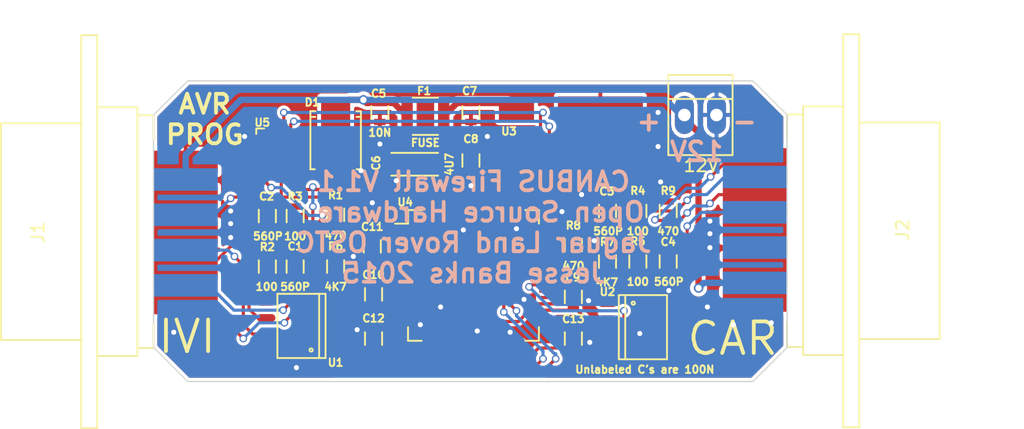
<source format=kicad_pcb>
(kicad_pcb (version 4) (host pcbnew "(2015-07-11 BZR 5925, Git c291b88)-product")

  (general
    (links 84)
    (no_connects 0)
    (area 40.859999 109.55 126.1 143.469001)
    (thickness 1.6)
    (drawings 17)
    (tracks 471)
    (zones 0)
    (modules 32)
    (nets 73)
  )

  (page A4)
  (layers
    (0 F.Cu signal)
    (31 B.Cu signal)
    (32 B.Adhes user)
    (33 F.Adhes user)
    (34 B.Paste user)
    (35 F.Paste user)
    (36 B.SilkS user)
    (37 F.SilkS user)
    (38 B.Mask user)
    (39 F.Mask user)
    (40 Dwgs.User user)
    (41 Cmts.User user)
    (42 Eco1.User user)
    (43 Eco2.User user)
    (44 Edge.Cuts user)
    (45 Margin user)
    (46 B.CrtYd user)
    (47 F.CrtYd user)
    (48 B.Fab user hide)
    (49 F.Fab user hide)
  )

  (setup
    (last_trace_width 0.25)
    (trace_clearance 0.2)
    (zone_clearance 0.25)
    (zone_45_only yes)
    (trace_min 0.2)
    (segment_width 0.2)
    (edge_width 0.1)
    (via_size 0.6)
    (via_drill 0.4)
    (via_min_size 0.4)
    (via_min_drill 0.3)
    (uvia_size 0.3)
    (uvia_drill 0.1)
    (uvias_allowed no)
    (uvia_min_size 0.2)
    (uvia_min_drill 0.1)
    (pcb_text_width 0.3)
    (pcb_text_size 1.5 1.5)
    (mod_edge_width 0.15)
    (mod_text_size 1 1)
    (mod_text_width 0.15)
    (pad_size 1.50622 3.01498)
    (pad_drill 0.99822)
    (pad_to_mask_clearance 0)
    (aux_axis_origin 0 0)
    (visible_elements 7FFFFF7F)
    (pcbplotparams
      (layerselection 0x010f0_80000001)
      (usegerberextensions true)
      (excludeedgelayer true)
      (linewidth 0.100000)
      (plotframeref false)
      (viasonmask false)
      (mode 1)
      (useauxorigin false)
      (hpglpennumber 1)
      (hpglpenspeed 20)
      (hpglpendiameter 15)
      (hpglpenoverlay 2)
      (psnegative false)
      (psa4output false)
      (plotreference true)
      (plotvalue true)
      (plotinvisibletext false)
      (padsonsilk false)
      (subtractmaskfromsilk false)
      (outputformat 1)
      (mirror false)
      (drillshape 0)
      (scaleselection 1)
      (outputdirectory ../Gerbers/))
  )

  (net 0 "")
  (net 1 "Net-(C1-Pad1)")
  (net 2 GND)
  (net 3 "Net-(C2-Pad1)")
  (net 4 "Net-(C3-Pad1)")
  (net 5 "Net-(C4-Pad1)")
  (net 6 +12V)
  (net 7 "Net-(C6-Pad1)")
  (net 8 +5V)
  (net 9 LOOP_A)
  (net 10 LOOP_B)
  (net 11 RX0)
  (net 12 TX0)
  (net 13 RX1)
  (net 14 TX1)
  (net 15 IVI_CANH)
  (net 16 IVI_CANL)
  (net 17 "Net-(J2-Pad4)")
  (net 18 CAR_CANH)
  (net 19 CAR_CANL)
  (net 20 "Net-(J2-Pad8)")
  (net 21 "Net-(R6-Pad1)")
  (net 22 "Net-(R7-Pad1)")
  (net 23 "Net-(U1-Pad5)")
  (net 24 "Net-(U2-Pad5)")
  (net 25 "Net-(J2-Pad6)")
  (net 26 "Net-(C12-Pad1)")
  (net 27 "Net-(C13-Pad1)")
  (net 28 ~RESET/A_DATA)
  (net 29 A_DATAOUT)
  (net 30 "Net-(U4-Pad1)")
  (net 31 "Net-(U4-Pad2)")
  (net 32 "Net-(U4-Pad7)")
  (net 33 "Net-(U4-Pad8)")
  (net 34 "Net-(U4-Pad9)")
  (net 35 "Net-(U4-Pad10)")
  (net 36 "Net-(U4-Pad11)")
  (net 37 "Net-(U4-Pad12)")
  (net 38 "Net-(U4-Pad13)")
  (net 39 "Net-(U4-Pad16)")
  (net 40 "Net-(U4-Pad19)")
  (net 41 "Net-(U4-Pad20)")
  (net 42 "Net-(U4-Pad21)")
  (net 43 "Net-(U4-Pad22)")
  (net 44 "Net-(U4-Pad23)")
  (net 45 "Net-(U4-Pad24)")
  (net 46 "Net-(U4-Pad25)")
  (net 47 "Net-(U4-Pad31)")
  (net 48 "Net-(U4-Pad32)")
  (net 49 "Net-(U4-Pad33)")
  (net 50 "Net-(U4-Pad34)")
  (net 51 "Net-(U4-Pad37)")
  (net 52 "Net-(U4-Pad38)")
  (net 53 "Net-(U4-Pad41)")
  (net 54 "Net-(U4-Pad42)")
  (net 55 "Net-(U4-Pad43)")
  (net 56 "Net-(U4-Pad44)")
  (net 57 "Net-(U4-Pad49)")
  (net 58 "Net-(U4-Pad50)")
  (net 59 "Net-(U4-Pad53)")
  (net 60 "Net-(U4-Pad54)")
  (net 61 "Net-(U4-Pad55)")
  (net 62 "Net-(U4-Pad56)")
  (net 63 "Net-(U4-Pad57)")
  (net 64 "Net-(U4-Pad58)")
  (net 65 "Net-(U4-Pad59)")
  (net 66 "Net-(U4-Pad60)")
  (net 67 "Net-(U4-Pad61)")
  (net 68 "Net-(U4-Pad62)")
  (net 69 "Net-(U4-Pad63)")
  (net 70 5P)
  (net 71 "Net-(J1-Pad4)")
  (net 72 "Net-(J2-Pad1)")

  (net_class Default "This is the default net class."
    (clearance 0.2)
    (trace_width 0.25)
    (via_dia 0.6)
    (via_drill 0.4)
    (uvia_dia 0.3)
    (uvia_drill 0.1)
    (add_net +5V)
    (add_net 5P)
    (add_net A_DATAOUT)
    (add_net "Net-(C12-Pad1)")
    (add_net "Net-(C13-Pad1)")
    (add_net "Net-(J1-Pad4)")
    (add_net "Net-(J2-Pad1)")
    (add_net "Net-(J2-Pad6)")
    (add_net "Net-(U4-Pad1)")
    (add_net "Net-(U4-Pad10)")
    (add_net "Net-(U4-Pad11)")
    (add_net "Net-(U4-Pad12)")
    (add_net "Net-(U4-Pad13)")
    (add_net "Net-(U4-Pad16)")
    (add_net "Net-(U4-Pad19)")
    (add_net "Net-(U4-Pad2)")
    (add_net "Net-(U4-Pad20)")
    (add_net "Net-(U4-Pad21)")
    (add_net "Net-(U4-Pad22)")
    (add_net "Net-(U4-Pad23)")
    (add_net "Net-(U4-Pad24)")
    (add_net "Net-(U4-Pad25)")
    (add_net "Net-(U4-Pad31)")
    (add_net "Net-(U4-Pad32)")
    (add_net "Net-(U4-Pad33)")
    (add_net "Net-(U4-Pad34)")
    (add_net "Net-(U4-Pad37)")
    (add_net "Net-(U4-Pad38)")
    (add_net "Net-(U4-Pad41)")
    (add_net "Net-(U4-Pad42)")
    (add_net "Net-(U4-Pad43)")
    (add_net "Net-(U4-Pad44)")
    (add_net "Net-(U4-Pad49)")
    (add_net "Net-(U4-Pad50)")
    (add_net "Net-(U4-Pad53)")
    (add_net "Net-(U4-Pad54)")
    (add_net "Net-(U4-Pad55)")
    (add_net "Net-(U4-Pad56)")
    (add_net "Net-(U4-Pad57)")
    (add_net "Net-(U4-Pad58)")
    (add_net "Net-(U4-Pad59)")
    (add_net "Net-(U4-Pad60)")
    (add_net "Net-(U4-Pad61)")
    (add_net "Net-(U4-Pad62)")
    (add_net "Net-(U4-Pad63)")
    (add_net "Net-(U4-Pad7)")
    (add_net "Net-(U4-Pad8)")
    (add_net "Net-(U4-Pad9)")
    (add_net ~RESET/A_DATA)
  )

  (net_class NET ""
    (clearance 0.2)
    (trace_width 0.25)
    (via_dia 0.6)
    (via_drill 0.4)
    (uvia_dia 0.3)
    (uvia_drill 0.1)
    (add_net CAR_CANH)
    (add_net CAR_CANL)
    (add_net GND)
    (add_net IVI_CANH)
    (add_net IVI_CANL)
    (add_net LOOP_A)
    (add_net LOOP_B)
    (add_net "Net-(C1-Pad1)")
    (add_net "Net-(C2-Pad1)")
    (add_net "Net-(C3-Pad1)")
    (add_net "Net-(C4-Pad1)")
    (add_net "Net-(J2-Pad4)")
    (add_net "Net-(J2-Pad8)")
    (add_net "Net-(R6-Pad1)")
    (add_net "Net-(R7-Pad1)")
    (add_net "Net-(U1-Pad5)")
    (add_net "Net-(U2-Pad5)")
    (add_net RX0)
    (add_net RX1)
    (add_net TX0)
    (add_net TX1)
  )

  (net_class PWR ""
    (clearance 0.3)
    (trace_width 0.5)
    (via_dia 0.75)
    (via_drill 0.5)
    (uvia_dia 0.3)
    (uvia_drill 0.1)
    (add_net +12V)
    (add_net "Net-(C6-Pad1)")
  )

  (module "cUSTOM pARTS:R_0603_sm" (layer F.Cu) (tedit 55C3D109) (tstamp 55C3BC89)
    (at 41.65 35.05 270)
    (descr "Resistor SMD 0603, reflow soldering, Vishay (see dcrcw.pdf)")
    (tags "resistor 0603")
    (path /55C3DC56)
    (attr smd)
    (fp_text reference C1 (at -1.6 0 360) (layer F.SilkS)
      (effects (font (size 0.6 0.6) (thickness 0.15)))
    )
    (fp_text value 560P (at 1.6 0 360) (layer F.SilkS)
      (effects (font (size 0.6 0.6) (thickness 0.15)))
    )
    (fp_line (start -1.3 -0.8) (end 1.3 -0.8) (layer F.CrtYd) (width 0.05))
    (fp_line (start -1.3 0.8) (end 1.3 0.8) (layer F.CrtYd) (width 0.05))
    (fp_line (start -1.3 -0.8) (end -1.3 0.8) (layer F.CrtYd) (width 0.05))
    (fp_line (start 1.3 -0.8) (end 1.3 0.8) (layer F.CrtYd) (width 0.05))
    (fp_line (start 0.5 0.675) (end -0.5 0.675) (layer F.SilkS) (width 0.15))
    (fp_line (start -0.5 -0.675) (end 0.5 -0.675) (layer F.SilkS) (width 0.15))
    (pad 1 smd rect (at -0.75 0 270) (size 0.5 0.9) (layers F.Cu F.Paste F.Mask)
      (net 1 "Net-(C1-Pad1)"))
    (pad 2 smd rect (at 0.75 0 270) (size 0.5 0.9) (layers F.Cu F.Paste F.Mask)
      (net 2 GND))
    (model Resistors_SMD.3dshapes/R_0603.wrl
      (at (xyz 0 0 0))
      (scale (xyz 1 1 1))
      (rotate (xyz 0 0 0))
    )
  )

  (module "cUSTOM pARTS:R_0603_sm" (layer F.Cu) (tedit 55CD0ACC) (tstamp 55C3BC8F)
    (at 39.45 31.05 270)
    (descr "Resistor SMD 0603, reflow soldering, Vishay (see dcrcw.pdf)")
    (tags "resistor 0603")
    (path /55C3DC50)
    (attr smd)
    (fp_text reference C2 (at -1.55 0.05 360) (layer F.SilkS)
      (effects (font (size 0.6 0.6) (thickness 0.15)))
    )
    (fp_text value 560P (at 1.6 -0.05 360) (layer F.SilkS)
      (effects (font (size 0.6 0.6) (thickness 0.15)))
    )
    (fp_line (start -1.3 -0.8) (end 1.3 -0.8) (layer F.CrtYd) (width 0.05))
    (fp_line (start -1.3 0.8) (end 1.3 0.8) (layer F.CrtYd) (width 0.05))
    (fp_line (start -1.3 -0.8) (end -1.3 0.8) (layer F.CrtYd) (width 0.05))
    (fp_line (start 1.3 -0.8) (end 1.3 0.8) (layer F.CrtYd) (width 0.05))
    (fp_line (start 0.5 0.675) (end -0.5 0.675) (layer F.SilkS) (width 0.15))
    (fp_line (start -0.5 -0.675) (end 0.5 -0.675) (layer F.SilkS) (width 0.15))
    (pad 1 smd rect (at -0.75 0 270) (size 0.5 0.9) (layers F.Cu F.Paste F.Mask)
      (net 3 "Net-(C2-Pad1)"))
    (pad 2 smd rect (at 0.75 0 270) (size 0.5 0.9) (layers F.Cu F.Paste F.Mask)
      (net 2 GND))
    (model Resistors_SMD.3dshapes/R_0603.wrl
      (at (xyz 0 0 0))
      (scale (xyz 1 1 1))
      (rotate (xyz 0 0 0))
    )
  )

  (module "cUSTOM pARTS:R_0603_sm" (layer F.Cu) (tedit 55CD0B1A) (tstamp 55C3BC95)
    (at 66.35 30.65 270)
    (descr "Resistor SMD 0603, reflow soldering, Vishay (see dcrcw.pdf)")
    (tags "resistor 0603")
    (path /55C3C04F)
    (attr smd)
    (fp_text reference C3 (at -1.55 0.05 360) (layer F.SilkS)
      (effects (font (size 0.6 0.6) (thickness 0.15)))
    )
    (fp_text value 560P (at 1.6 -0.05 360) (layer F.SilkS)
      (effects (font (size 0.6 0.6) (thickness 0.15)))
    )
    (fp_line (start -1.3 -0.8) (end 1.3 -0.8) (layer F.CrtYd) (width 0.05))
    (fp_line (start -1.3 0.8) (end 1.3 0.8) (layer F.CrtYd) (width 0.05))
    (fp_line (start -1.3 -0.8) (end -1.3 0.8) (layer F.CrtYd) (width 0.05))
    (fp_line (start 1.3 -0.8) (end 1.3 0.8) (layer F.CrtYd) (width 0.05))
    (fp_line (start 0.5 0.675) (end -0.5 0.675) (layer F.SilkS) (width 0.15))
    (fp_line (start -0.5 -0.675) (end 0.5 -0.675) (layer F.SilkS) (width 0.15))
    (pad 1 smd rect (at -0.75 0 270) (size 0.5 0.9) (layers F.Cu F.Paste F.Mask)
      (net 4 "Net-(C3-Pad1)"))
    (pad 2 smd rect (at 0.75 0 270) (size 0.5 0.9) (layers F.Cu F.Paste F.Mask)
      (net 2 GND))
    (model Resistors_SMD.3dshapes/R_0603.wrl
      (at (xyz 0 0 0))
      (scale (xyz 1 1 1))
      (rotate (xyz 0 0 0))
    )
  )

  (module "cUSTOM pARTS:R_0603_sm" (layer F.Cu) (tedit 55CD0B2B) (tstamp 55C3BC9B)
    (at 71.15 34.65 270)
    (descr "Resistor SMD 0603, reflow soldering, Vishay (see dcrcw.pdf)")
    (tags "resistor 0603")
    (path /55C3C3EF)
    (attr smd)
    (fp_text reference C4 (at -1.55 0 360) (layer F.SilkS)
      (effects (font (size 0.6 0.6) (thickness 0.15)))
    )
    (fp_text value 560P (at 1.6 -0.05 360) (layer F.SilkS)
      (effects (font (size 0.6 0.6) (thickness 0.15)))
    )
    (fp_line (start -1.3 -0.8) (end 1.3 -0.8) (layer F.CrtYd) (width 0.05))
    (fp_line (start -1.3 0.8) (end 1.3 0.8) (layer F.CrtYd) (width 0.05))
    (fp_line (start -1.3 -0.8) (end -1.3 0.8) (layer F.CrtYd) (width 0.05))
    (fp_line (start 1.3 -0.8) (end 1.3 0.8) (layer F.CrtYd) (width 0.05))
    (fp_line (start 0.5 0.675) (end -0.5 0.675) (layer F.SilkS) (width 0.15))
    (fp_line (start -0.5 -0.675) (end 0.5 -0.675) (layer F.SilkS) (width 0.15))
    (pad 1 smd rect (at -0.75 0 270) (size 0.5 0.9) (layers F.Cu F.Paste F.Mask)
      (net 5 "Net-(C4-Pad1)"))
    (pad 2 smd rect (at 0.75 0 270) (size 0.5 0.9) (layers F.Cu F.Paste F.Mask)
      (net 2 GND))
    (model Resistors_SMD.3dshapes/R_0603.wrl
      (at (xyz 0 0 0))
      (scale (xyz 1 1 1))
      (rotate (xyz 0 0 0))
    )
  )

  (module "cUSTOM pARTS:R_0603_sm" (layer F.Cu) (tedit 55C3D111) (tstamp 55C3BCA1)
    (at 48.35 22.85 270)
    (descr "Resistor SMD 0603, reflow soldering, Vishay (see dcrcw.pdf)")
    (tags "resistor 0603")
    (path /55C5C3A1)
    (attr smd)
    (fp_text reference C5 (at -1.5 0.1 360) (layer F.SilkS)
      (effects (font (size 0.6 0.6) (thickness 0.15)))
    )
    (fp_text value 10N (at 1.6 0 360) (layer F.SilkS)
      (effects (font (size 0.6 0.6) (thickness 0.15)))
    )
    (fp_line (start -1.3 -0.8) (end 1.3 -0.8) (layer F.CrtYd) (width 0.05))
    (fp_line (start -1.3 0.8) (end 1.3 0.8) (layer F.CrtYd) (width 0.05))
    (fp_line (start -1.3 -0.8) (end -1.3 0.8) (layer F.CrtYd) (width 0.05))
    (fp_line (start 1.3 -0.8) (end 1.3 0.8) (layer F.CrtYd) (width 0.05))
    (fp_line (start 0.5 0.675) (end -0.5 0.675) (layer F.SilkS) (width 0.15))
    (fp_line (start -0.5 -0.675) (end 0.5 -0.675) (layer F.SilkS) (width 0.15))
    (pad 1 smd rect (at -0.75 0 270) (size 0.5 0.9) (layers F.Cu F.Paste F.Mask)
      (net 6 +12V))
    (pad 2 smd rect (at 0.75 0 270) (size 0.5 0.9) (layers F.Cu F.Paste F.Mask)
      (net 2 GND))
    (model Resistors_SMD.3dshapes/R_0603.wrl
      (at (xyz 0 0 0))
      (scale (xyz 1 1 1))
      (rotate (xyz 0 0 0))
    )
  )

  (module Capacitors_Tantalum_SMD:TantalC_SizeA_EIA-3216_Reflow (layer F.Cu) (tedit 55CCF166) (tstamp 55C3BCA7)
    (at 50.85 26.95 180)
    (descr "Tantal Cap. , Size A, EIA-3216, Reflow")
    (tags "Tantal Capacitor Size-A EIA-3216 reflow")
    (path /55C5C501)
    (attr smd)
    (fp_text reference C6 (at 2.8 0.1 270) (layer F.SilkS)
      (effects (font (size 0.6 0.6) (thickness 0.15)))
    )
    (fp_text value 4U7 (at -3 0 270) (layer F.SilkS)
      (effects (font (size 0.6 0.6) (thickness 0.15)))
    )
    (fp_line (start 1.6 0.9) (end -2.1 0.9) (layer F.SilkS) (width 0.15))
    (fp_line (start 1.6 -0.9) (end -2.1 -0.9) (layer F.SilkS) (width 0.15))
    (fp_line (start -2.5 1.2) (end 2.5 1.2) (layer F.CrtYd) (width 0.05))
    (fp_line (start 2.5 1.2) (end 2.5 -1.2) (layer F.CrtYd) (width 0.05))
    (fp_line (start 2.5 -1.2) (end -2.5 -1.2) (layer F.CrtYd) (width 0.05))
    (fp_line (start -2.5 -1.2) (end -2.5 1.2) (layer F.CrtYd) (width 0.05))
    (pad 2 smd rect (at 1.31 0 180) (size 1.8 1.23) (layers F.Cu F.Paste F.Mask)
      (net 2 GND))
    (pad 1 smd rect (at -1.31 0 180) (size 1.8 1.23) (layers F.Cu F.Paste F.Mask)
      (net 7 "Net-(C6-Pad1)"))
    (model Capacitors_Tantalum_SMD.3dshapes/TantalC_SizeA_EIA-3216_Reflow.wrl
      (at (xyz 0 0 0))
      (scale (xyz 1 1 1))
      (rotate (xyz 0 0 180))
    )
  )

  (module "cUSTOM pARTS:R_0603_sm" (layer F.Cu) (tedit 55CCF186) (tstamp 55C3BCAD)
    (at 55.55 22.85 270)
    (descr "Resistor SMD 0603, reflow soldering, Vishay (see dcrcw.pdf)")
    (tags "resistor 0603")
    (path /55C5D43A)
    (attr smd)
    (fp_text reference C7 (at -1.7 0.1 540) (layer F.SilkS)
      (effects (font (size 0.6 0.6) (thickness 0.15)))
    )
    (fp_text value 100N (at -1.6 0 360) (layer F.SilkS) hide
      (effects (font (size 0.6 0.6) (thickness 0.15)))
    )
    (fp_line (start -1.3 -0.8) (end 1.3 -0.8) (layer F.CrtYd) (width 0.05))
    (fp_line (start -1.3 0.8) (end 1.3 0.8) (layer F.CrtYd) (width 0.05))
    (fp_line (start -1.3 -0.8) (end -1.3 0.8) (layer F.CrtYd) (width 0.05))
    (fp_line (start 1.3 -0.8) (end 1.3 0.8) (layer F.CrtYd) (width 0.05))
    (fp_line (start 0.5 0.675) (end -0.5 0.675) (layer F.SilkS) (width 0.15))
    (fp_line (start -0.5 -0.675) (end 0.5 -0.675) (layer F.SilkS) (width 0.15))
    (pad 1 smd rect (at -0.75 0 270) (size 0.5 0.9) (layers F.Cu F.Paste F.Mask)
      (net 7 "Net-(C6-Pad1)"))
    (pad 2 smd rect (at 0.75 0 270) (size 0.5 0.9) (layers F.Cu F.Paste F.Mask)
      (net 2 GND))
    (model Resistors_SMD.3dshapes/R_0603.wrl
      (at (xyz 0 0 0))
      (scale (xyz 1 1 1))
      (rotate (xyz 0 0 0))
    )
  )

  (module "cUSTOM pARTS:R_0603_sm" (layer F.Cu) (tedit 55CCF182) (tstamp 55C3BCB3)
    (at 55.55 26.65 90)
    (descr "Resistor SMD 0603, reflow soldering, Vishay (see dcrcw.pdf)")
    (tags "resistor 0603")
    (path /55C5C642)
    (attr smd)
    (fp_text reference C8 (at 1.7 0 360) (layer F.SilkS)
      (effects (font (size 0.6 0.6) (thickness 0.15)))
    )
    (fp_text value 100N (at -1.6 0 180) (layer F.SilkS) hide
      (effects (font (size 0.6 0.6) (thickness 0.15)))
    )
    (fp_line (start -1.3 -0.8) (end 1.3 -0.8) (layer F.CrtYd) (width 0.05))
    (fp_line (start -1.3 0.8) (end 1.3 0.8) (layer F.CrtYd) (width 0.05))
    (fp_line (start -1.3 -0.8) (end -1.3 0.8) (layer F.CrtYd) (width 0.05))
    (fp_line (start 1.3 -0.8) (end 1.3 0.8) (layer F.CrtYd) (width 0.05))
    (fp_line (start 0.5 0.675) (end -0.5 0.675) (layer F.SilkS) (width 0.15))
    (fp_line (start -0.5 -0.675) (end 0.5 -0.675) (layer F.SilkS) (width 0.15))
    (pad 1 smd rect (at -0.75 0 90) (size 0.5 0.9) (layers F.Cu F.Paste F.Mask)
      (net 8 +5V))
    (pad 2 smd rect (at 0.75 0 90) (size 0.5 0.9) (layers F.Cu F.Paste F.Mask)
      (net 2 GND))
    (model Resistors_SMD.3dshapes/R_0603.wrl
      (at (xyz 0 0 0))
      (scale (xyz 1 1 1))
      (rotate (xyz 0 0 0))
    )
  )

  (module "cUSTOM pARTS:R_0603_sm" (layer F.Cu) (tedit 55CD0B6F) (tstamp 55C3BCB9)
    (at 63.65 37.45 90)
    (descr "Resistor SMD 0603, reflow soldering, Vishay (see dcrcw.pdf)")
    (tags "resistor 0603")
    (path /55C5DA4A)
    (attr smd)
    (fp_text reference C9 (at 1.55 -0.05 180) (layer F.SilkS)
      (effects (font (size 0.6 0.6) (thickness 0.15)))
    )
    (fp_text value 100N (at -1.6 0 180) (layer F.SilkS) hide
      (effects (font (size 0.6 0.6) (thickness 0.15)))
    )
    (fp_line (start -1.3 -0.8) (end 1.3 -0.8) (layer F.CrtYd) (width 0.05))
    (fp_line (start -1.3 0.8) (end 1.3 0.8) (layer F.CrtYd) (width 0.05))
    (fp_line (start -1.3 -0.8) (end -1.3 0.8) (layer F.CrtYd) (width 0.05))
    (fp_line (start 1.3 -0.8) (end 1.3 0.8) (layer F.CrtYd) (width 0.05))
    (fp_line (start 0.5 0.675) (end -0.5 0.675) (layer F.SilkS) (width 0.15))
    (fp_line (start -0.5 -0.675) (end 0.5 -0.675) (layer F.SilkS) (width 0.15))
    (pad 1 smd rect (at -0.75 0 90) (size 0.5 0.9) (layers F.Cu F.Paste F.Mask)
      (net 8 +5V))
    (pad 2 smd rect (at 0.75 0 90) (size 0.5 0.9) (layers F.Cu F.Paste F.Mask)
      (net 2 GND))
    (model Resistors_SMD.3dshapes/R_0603.wrl
      (at (xyz 0 0 0))
      (scale (xyz 1 1 1))
      (rotate (xyz 0 0 0))
    )
  )

  (module "cUSTOM pARTS:R_0603_sm" (layer F.Cu) (tedit 55CD0AE4) (tstamp 55C3BCBF)
    (at 47.85 37.25 270)
    (descr "Resistor SMD 0603, reflow soldering, Vishay (see dcrcw.pdf)")
    (tags "resistor 0603")
    (path /55C58316)
    (attr smd)
    (fp_text reference C10 (at -1.55 0 540) (layer F.SilkS)
      (effects (font (size 0.6 0.6) (thickness 0.15)))
    )
    (fp_text value 100N (at -1.6 0 360) (layer F.SilkS) hide
      (effects (font (size 0.6 0.6) (thickness 0.15)))
    )
    (fp_line (start -1.3 -0.8) (end 1.3 -0.8) (layer F.CrtYd) (width 0.05))
    (fp_line (start -1.3 0.8) (end 1.3 0.8) (layer F.CrtYd) (width 0.05))
    (fp_line (start -1.3 -0.8) (end -1.3 0.8) (layer F.CrtYd) (width 0.05))
    (fp_line (start 1.3 -0.8) (end 1.3 0.8) (layer F.CrtYd) (width 0.05))
    (fp_line (start 0.5 0.675) (end -0.5 0.675) (layer F.SilkS) (width 0.15))
    (fp_line (start -0.5 -0.675) (end 0.5 -0.675) (layer F.SilkS) (width 0.15))
    (pad 1 smd rect (at -0.75 0 270) (size 0.5 0.9) (layers F.Cu F.Paste F.Mask)
      (net 8 +5V))
    (pad 2 smd rect (at 0.75 0 270) (size 0.5 0.9) (layers F.Cu F.Paste F.Mask)
      (net 2 GND))
    (model Resistors_SMD.3dshapes/R_0603.wrl
      (at (xyz 0 0 0))
      (scale (xyz 1 1 1))
      (rotate (xyz 0 0 0))
    )
  )

  (module "cUSTOM pARTS:R_0603_sm" (layer F.Cu) (tedit 55CD0ADF) (tstamp 55C3BCC5)
    (at 47.75 33.45 270)
    (descr "Resistor SMD 0603, reflow soldering, Vishay (see dcrcw.pdf)")
    (tags "resistor 0603")
    (path /55C58454)
    (attr smd)
    (fp_text reference C11 (at -1.55 0 540) (layer F.SilkS)
      (effects (font (size 0.6 0.6) (thickness 0.15)))
    )
    (fp_text value 100N (at -1.6 0 360) (layer F.SilkS) hide
      (effects (font (size 0.6 0.6) (thickness 0.15)))
    )
    (fp_line (start -1.3 -0.8) (end 1.3 -0.8) (layer F.CrtYd) (width 0.05))
    (fp_line (start -1.3 0.8) (end 1.3 0.8) (layer F.CrtYd) (width 0.05))
    (fp_line (start -1.3 -0.8) (end -1.3 0.8) (layer F.CrtYd) (width 0.05))
    (fp_line (start 1.3 -0.8) (end 1.3 0.8) (layer F.CrtYd) (width 0.05))
    (fp_line (start 0.5 0.675) (end -0.5 0.675) (layer F.SilkS) (width 0.15))
    (fp_line (start -0.5 -0.675) (end 0.5 -0.675) (layer F.SilkS) (width 0.15))
    (pad 1 smd rect (at -0.75 0 270) (size 0.5 0.9) (layers F.Cu F.Paste F.Mask)
      (net 8 +5V))
    (pad 2 smd rect (at 0.75 0 270) (size 0.5 0.9) (layers F.Cu F.Paste F.Mask)
      (net 2 GND))
    (model Resistors_SMD.3dshapes/R_0603.wrl
      (at (xyz 0 0 0))
      (scale (xyz 1 1 1))
      (rotate (xyz 0 0 0))
    )
  )

  (module "cUSTOM pARTS:R_0603_sm" (layer F.Cu) (tedit 55C3D2EF) (tstamp 55C3BCCB)
    (at 47.85 40.75 90)
    (descr "Resistor SMD 0603, reflow soldering, Vishay (see dcrcw.pdf)")
    (tags "resistor 0603")
    (path /55C5847A)
    (attr smd)
    (fp_text reference C12 (at 1.6 0 180) (layer F.SilkS)
      (effects (font (size 0.6 0.6) (thickness 0.15)))
    )
    (fp_text value 100N (at -1.6 0 180) (layer F.SilkS) hide
      (effects (font (size 0.6 0.6) (thickness 0.15)))
    )
    (fp_line (start -1.3 -0.8) (end 1.3 -0.8) (layer F.CrtYd) (width 0.05))
    (fp_line (start -1.3 0.8) (end 1.3 0.8) (layer F.CrtYd) (width 0.05))
    (fp_line (start -1.3 -0.8) (end -1.3 0.8) (layer F.CrtYd) (width 0.05))
    (fp_line (start 1.3 -0.8) (end 1.3 0.8) (layer F.CrtYd) (width 0.05))
    (fp_line (start 0.5 0.675) (end -0.5 0.675) (layer F.SilkS) (width 0.15))
    (fp_line (start -0.5 -0.675) (end 0.5 -0.675) (layer F.SilkS) (width 0.15))
    (pad 1 smd rect (at -0.75 0 90) (size 0.5 0.9) (layers F.Cu F.Paste F.Mask)
      (net 26 "Net-(C12-Pad1)"))
    (pad 2 smd rect (at 0.75 0 90) (size 0.5 0.9) (layers F.Cu F.Paste F.Mask)
      (net 2 GND))
    (model Resistors_SMD.3dshapes/R_0603.wrl
      (at (xyz 0 0 0))
      (scale (xyz 1 1 1))
      (rotate (xyz 0 0 0))
    )
  )

  (module Diodes_SMD:Diode-SMB_Standard (layer F.Cu) (tedit 55CD1169) (tstamp 55C3BCD1)
    (at 44.85 25.05 270)
    (descr "Diode SMB Standard")
    (tags "Diode SMB Standard")
    (path /55C41F32)
    (attr smd)
    (fp_text reference D1 (at -3 1.85 360) (layer F.SilkS)
      (effects (font (size 0.6 0.6) (thickness 0.15)))
    )
    (fp_text value SMBJ16A (at 0.05 4.7 270) (layer F.Fab) hide
      (effects (font (size 1 1) (thickness 0.15)))
    )
    (fp_line (start -3.65 -2.25) (end 3.65 -2.25) (layer F.CrtYd) (width 0.05))
    (fp_line (start 3.65 -2.25) (end 3.65 2.25) (layer F.CrtYd) (width 0.05))
    (fp_line (start 3.65 2.25) (end -3.65 2.25) (layer F.CrtYd) (width 0.05))
    (fp_line (start -3.65 2.25) (end -3.65 -2.25) (layer F.CrtYd) (width 0.05))
    (fp_text user K (at -3.25 3.3 270) (layer F.SilkS) hide
      (effects (font (size 1 1) (thickness 0.15)))
    )
    (fp_text user A (at 3 3.2 270) (layer F.SilkS) hide
      (effects (font (size 1 1) (thickness 0.15)))
    )
    (fp_line (start -2.30632 1.8) (end -2.30632 1.6002) (layer F.SilkS) (width 0.15))
    (fp_line (start -1.84928 1.75) (end -1.84928 1.601) (layer F.SilkS) (width 0.15))
    (fp_line (start 2.29616 1.8) (end 2.29616 1.651) (layer F.SilkS) (width 0.15))
    (fp_line (start -2.30124 -1.8) (end -2.30124 -1.651) (layer F.SilkS) (width 0.15))
    (fp_line (start -1.84928 -1.8) (end -1.84928 -1.651) (layer F.SilkS) (width 0.15))
    (fp_line (start 2.30124 -1.8) (end 2.30124 -1.651) (layer F.SilkS) (width 0.15))
    (fp_circle (center 0 0) (end 0.44958 0.09906) (layer F.Adhes) (width 0.381))
    (fp_circle (center 0 0) (end 0.20066 0.09906) (layer F.Adhes) (width 0.381))
    (fp_line (start -1.84928 1.94898) (end -1.84928 1.75086) (layer F.SilkS) (width 0.15))
    (fp_line (start -1.84928 -1.99898) (end -1.84928 -1.80086) (layer F.SilkS) (width 0.15))
    (fp_line (start 2.29616 1.99644) (end 2.29616 1.79832) (layer F.SilkS) (width 0.15))
    (fp_line (start -2.30632 1.99644) (end 2.29616 1.99644) (layer F.SilkS) (width 0.15))
    (fp_line (start -2.30632 1.99644) (end -2.30632 1.79832) (layer F.SilkS) (width 0.15))
    (fp_line (start -2.30124 -1.99898) (end -2.30124 -1.80086) (layer F.SilkS) (width 0.15))
    (fp_line (start -2.30124 -1.99898) (end 2.30124 -1.99898) (layer F.SilkS) (width 0.15))
    (fp_line (start 2.30124 -1.99898) (end 2.30124 -1.80086) (layer F.SilkS) (width 0.15))
    (pad 1 smd rect (at -2.14884 0 270) (size 2.49936 2.30124) (layers F.Cu F.Paste F.Mask)
      (net 6 +12V))
    (pad 2 smd rect (at 2.14884 0 270) (size 2.49936 2.30124) (layers F.Cu F.Paste F.Mask)
      (net 2 GND))
    (model Diodes_SMD.3dshapes/Diode-SMB_Standard.wrl
      (at (xyz 0 0 0))
      (scale (xyz 0.3937 0.3937 0.3937))
      (rotate (xyz 0 0 180))
    )
  )

  (module "cUSTOM pARTS:R_1210_SM" (layer F.Cu) (tedit 55CCF16B) (tstamp 55C3BCD7)
    (at 51.95 23.15)
    (descr "Resistor SMD 1210, reflow soldering, Vishay (see dcrcw.pdf)")
    (tags "resistor 1210")
    (path /55C5CEAD)
    (attr smd)
    (fp_text reference F1 (at -0.1 -2 180) (layer F.SilkS)
      (effects (font (size 0.6 0.6) (thickness 0.15)))
    )
    (fp_text value FUSE (at 0 2.1) (layer F.SilkS)
      (effects (font (size 0.6 0.6) (thickness 0.15)))
    )
    (fp_line (start -2.2 -1.6) (end 2.2 -1.6) (layer F.CrtYd) (width 0.05))
    (fp_line (start -2.2 1.6) (end 2.2 1.6) (layer F.CrtYd) (width 0.05))
    (fp_line (start -2.2 -1.6) (end -2.2 1.6) (layer F.CrtYd) (width 0.05))
    (fp_line (start 2.2 -1.6) (end 2.2 1.6) (layer F.CrtYd) (width 0.05))
    (fp_line (start 1 1.475) (end -1 1.475) (layer F.SilkS) (width 0.15))
    (fp_line (start -1 -1.475) (end 1 -1.475) (layer F.SilkS) (width 0.15))
    (pad 1 smd rect (at -1.45 0) (size 0.9 2.5) (layers F.Cu F.Paste F.Mask)
      (net 6 +12V))
    (pad 2 smd rect (at 1.45 0) (size 0.9 2.5) (layers F.Cu F.Paste F.Mask)
      (net 7 "Net-(C6-Pad1)"))
    (model Resistors_SMD.3dshapes/R_1210.wrl
      (at (xyz 0 0 0))
      (scale (xyz 1 1 1))
      (rotate (xyz 0 0 0))
    )
  )

  (module "cUSTOM pARTS:R_0603_sm" (layer F.Cu) (tedit 55CD0ADA) (tstamp 55C3BD37)
    (at 44.85 30.95 90)
    (descr "Resistor SMD 0603, reflow soldering, Vishay (see dcrcw.pdf)")
    (tags "resistor 0603")
    (path /55C5970F)
    (attr smd)
    (fp_text reference R1 (at 1.55 0 180) (layer F.SilkS)
      (effects (font (size 0.6 0.6) (thickness 0.15)))
    )
    (fp_text value 470 (at -1.65 0 180) (layer F.SilkS)
      (effects (font (size 0.6 0.6) (thickness 0.15)))
    )
    (fp_line (start -1.3 -0.8) (end 1.3 -0.8) (layer F.CrtYd) (width 0.05))
    (fp_line (start -1.3 0.8) (end 1.3 0.8) (layer F.CrtYd) (width 0.05))
    (fp_line (start -1.3 -0.8) (end -1.3 0.8) (layer F.CrtYd) (width 0.05))
    (fp_line (start 1.3 -0.8) (end 1.3 0.8) (layer F.CrtYd) (width 0.05))
    (fp_line (start 0.5 0.675) (end -0.5 0.675) (layer F.SilkS) (width 0.15))
    (fp_line (start -0.5 -0.675) (end 0.5 -0.675) (layer F.SilkS) (width 0.15))
    (pad 1 smd rect (at -0.75 0 90) (size 0.5 0.9) (layers F.Cu F.Paste F.Mask)
      (net 8 +5V))
    (pad 2 smd rect (at 0.75 0 90) (size 0.5 0.9) (layers F.Cu F.Paste F.Mask)
      (net 70 5P))
    (model Resistors_SMD.3dshapes/R_0603.wrl
      (at (xyz 0 0 0))
      (scale (xyz 1 1 1))
      (rotate (xyz 0 0 0))
    )
  )

  (module "cUSTOM pARTS:R_0603_sm" (layer F.Cu) (tedit 55CD0AEC) (tstamp 55C3BD3D)
    (at 39.45 35.05 90)
    (descr "Resistor SMD 0603, reflow soldering, Vishay (see dcrcw.pdf)")
    (tags "resistor 0603")
    (path /55C3DC4A)
    (attr smd)
    (fp_text reference R2 (at 1.55 0 180) (layer F.SilkS)
      (effects (font (size 0.6 0.6) (thickness 0.15)))
    )
    (fp_text value 100 (at -1.6 -0.05 180) (layer F.SilkS)
      (effects (font (size 0.6 0.6) (thickness 0.15)))
    )
    (fp_line (start -1.3 -0.8) (end 1.3 -0.8) (layer F.CrtYd) (width 0.05))
    (fp_line (start -1.3 0.8) (end 1.3 0.8) (layer F.CrtYd) (width 0.05))
    (fp_line (start -1.3 -0.8) (end -1.3 0.8) (layer F.CrtYd) (width 0.05))
    (fp_line (start 1.3 -0.8) (end 1.3 0.8) (layer F.CrtYd) (width 0.05))
    (fp_line (start 0.5 0.675) (end -0.5 0.675) (layer F.SilkS) (width 0.15))
    (fp_line (start -0.5 -0.675) (end 0.5 -0.675) (layer F.SilkS) (width 0.15))
    (pad 1 smd rect (at -0.75 0 90) (size 0.5 0.9) (layers F.Cu F.Paste F.Mask)
      (net 15 IVI_CANH))
    (pad 2 smd rect (at 0.75 0 90) (size 0.5 0.9) (layers F.Cu F.Paste F.Mask)
      (net 1 "Net-(C1-Pad1)"))
    (model Resistors_SMD.3dshapes/R_0603.wrl
      (at (xyz 0 0 0))
      (scale (xyz 1 1 1))
      (rotate (xyz 0 0 0))
    )
  )

  (module "cUSTOM pARTS:R_0603_sm" (layer F.Cu) (tedit 55CD0ACB) (tstamp 55C3BD43)
    (at 41.65 31.05 90)
    (descr "Resistor SMD 0603, reflow soldering, Vishay (see dcrcw.pdf)")
    (tags "resistor 0603")
    (path /55C3DC44)
    (attr smd)
    (fp_text reference R3 (at 1.55 0 180) (layer F.SilkS)
      (effects (font (size 0.6 0.6) (thickness 0.15)))
    )
    (fp_text value 100 (at -1.6 0 180) (layer F.SilkS)
      (effects (font (size 0.6 0.6) (thickness 0.15)))
    )
    (fp_line (start -1.3 -0.8) (end 1.3 -0.8) (layer F.CrtYd) (width 0.05))
    (fp_line (start -1.3 0.8) (end 1.3 0.8) (layer F.CrtYd) (width 0.05))
    (fp_line (start -1.3 -0.8) (end -1.3 0.8) (layer F.CrtYd) (width 0.05))
    (fp_line (start 1.3 -0.8) (end 1.3 0.8) (layer F.CrtYd) (width 0.05))
    (fp_line (start 0.5 0.675) (end -0.5 0.675) (layer F.SilkS) (width 0.15))
    (fp_line (start -0.5 -0.675) (end 0.5 -0.675) (layer F.SilkS) (width 0.15))
    (pad 1 smd rect (at -0.75 0 90) (size 0.5 0.9) (layers F.Cu F.Paste F.Mask)
      (net 16 IVI_CANL))
    (pad 2 smd rect (at 0.75 0 90) (size 0.5 0.9) (layers F.Cu F.Paste F.Mask)
      (net 3 "Net-(C2-Pad1)"))
    (model Resistors_SMD.3dshapes/R_0603.wrl
      (at (xyz 0 0 0))
      (scale (xyz 1 1 1))
      (rotate (xyz 0 0 0))
    )
  )

  (module "cUSTOM pARTS:R_0603_sm" (layer F.Cu) (tedit 55BBD745) (tstamp 55C3BD49)
    (at 68.75 30.65 90)
    (descr "Resistor SMD 0603, reflow soldering, Vishay (see dcrcw.pdf)")
    (tags "resistor 0603")
    (path /55C3BF1E)
    (attr smd)
    (fp_text reference R4 (at 1.6 0 180) (layer F.SilkS)
      (effects (font (size 0.6 0.6) (thickness 0.15)))
    )
    (fp_text value 100 (at -1.6 0 180) (layer F.SilkS)
      (effects (font (size 0.6 0.6) (thickness 0.15)))
    )
    (fp_line (start -1.3 -0.8) (end 1.3 -0.8) (layer F.CrtYd) (width 0.05))
    (fp_line (start -1.3 0.8) (end 1.3 0.8) (layer F.CrtYd) (width 0.05))
    (fp_line (start -1.3 -0.8) (end -1.3 0.8) (layer F.CrtYd) (width 0.05))
    (fp_line (start 1.3 -0.8) (end 1.3 0.8) (layer F.CrtYd) (width 0.05))
    (fp_line (start 0.5 0.675) (end -0.5 0.675) (layer F.SilkS) (width 0.15))
    (fp_line (start -0.5 -0.675) (end 0.5 -0.675) (layer F.SilkS) (width 0.15))
    (pad 1 smd rect (at -0.75 0 90) (size 0.5 0.9) (layers F.Cu F.Paste F.Mask)
      (net 19 CAR_CANL))
    (pad 2 smd rect (at 0.75 0 90) (size 0.5 0.9) (layers F.Cu F.Paste F.Mask)
      (net 4 "Net-(C3-Pad1)"))
    (model Resistors_SMD.3dshapes/R_0603.wrl
      (at (xyz 0 0 0))
      (scale (xyz 1 1 1))
      (rotate (xyz 0 0 0))
    )
  )

  (module "cUSTOM pARTS:R_0603_sm" (layer F.Cu) (tedit 55C3ED1A) (tstamp 55C3BD4F)
    (at 68.75 34.65 90)
    (descr "Resistor SMD 0603, reflow soldering, Vishay (see dcrcw.pdf)")
    (tags "resistor 0603")
    (path /55C3BFA8)
    (attr smd)
    (fp_text reference R5 (at 1.6 0 180) (layer F.SilkS)
      (effects (font (size 0.6 0.6) (thickness 0.15)))
    )
    (fp_text value 100 (at -1.6 0 180) (layer F.SilkS)
      (effects (font (size 0.6 0.6) (thickness 0.15)))
    )
    (fp_line (start -1.3 -0.8) (end 1.3 -0.8) (layer F.CrtYd) (width 0.05))
    (fp_line (start -1.3 0.8) (end 1.3 0.8) (layer F.CrtYd) (width 0.05))
    (fp_line (start -1.3 -0.8) (end -1.3 0.8) (layer F.CrtYd) (width 0.05))
    (fp_line (start 1.3 -0.8) (end 1.3 0.8) (layer F.CrtYd) (width 0.05))
    (fp_line (start 0.5 0.675) (end -0.5 0.675) (layer F.SilkS) (width 0.15))
    (fp_line (start -0.5 -0.675) (end 0.5 -0.675) (layer F.SilkS) (width 0.15))
    (pad 1 smd rect (at -0.75 0 90) (size 0.5 0.9) (layers F.Cu F.Paste F.Mask)
      (net 18 CAR_CANH))
    (pad 2 smd rect (at 0.75 0 90) (size 0.5 0.9) (layers F.Cu F.Paste F.Mask)
      (net 5 "Net-(C4-Pad1)"))
    (model Resistors_SMD.3dshapes/R_0603.wrl
      (at (xyz 0 0 0))
      (scale (xyz 1 1 1))
      (rotate (xyz 0 0 0))
    )
  )

  (module "cUSTOM pARTS:R_0603_sm" (layer F.Cu) (tedit 55BBD745) (tstamp 55C3BD55)
    (at 44.85 35.05 90)
    (descr "Resistor SMD 0603, reflow soldering, Vishay (see dcrcw.pdf)")
    (tags "resistor 0603")
    (path /55C3DC3E)
    (attr smd)
    (fp_text reference R6 (at 1.6 0 180) (layer F.SilkS)
      (effects (font (size 0.6 0.6) (thickness 0.15)))
    )
    (fp_text value 4K7 (at -1.6 0 180) (layer F.SilkS)
      (effects (font (size 0.6 0.6) (thickness 0.15)))
    )
    (fp_line (start -1.3 -0.8) (end 1.3 -0.8) (layer F.CrtYd) (width 0.05))
    (fp_line (start -1.3 0.8) (end 1.3 0.8) (layer F.CrtYd) (width 0.05))
    (fp_line (start -1.3 -0.8) (end -1.3 0.8) (layer F.CrtYd) (width 0.05))
    (fp_line (start 1.3 -0.8) (end 1.3 0.8) (layer F.CrtYd) (width 0.05))
    (fp_line (start 0.5 0.675) (end -0.5 0.675) (layer F.SilkS) (width 0.15))
    (fp_line (start -0.5 -0.675) (end 0.5 -0.675) (layer F.SilkS) (width 0.15))
    (pad 1 smd rect (at -0.75 0 90) (size 0.5 0.9) (layers F.Cu F.Paste F.Mask)
      (net 21 "Net-(R6-Pad1)"))
    (pad 2 smd rect (at 0.75 0 90) (size 0.5 0.9) (layers F.Cu F.Paste F.Mask)
      (net 2 GND))
    (model Resistors_SMD.3dshapes/R_0603.wrl
      (at (xyz 0 0 0))
      (scale (xyz 1 1 1))
      (rotate (xyz 0 0 0))
    )
  )

  (module "cUSTOM pARTS:R_0603_sm" (layer F.Cu) (tedit 55CD0B25) (tstamp 55C3BD5B)
    (at 66.35 34.65 90)
    (descr "Resistor SMD 0603, reflow soldering, Vishay (see dcrcw.pdf)")
    (tags "resistor 0603")
    (path /55C3B067)
    (attr smd)
    (fp_text reference R7 (at 1.55 0 360) (layer F.SilkS)
      (effects (font (size 0.6 0.6) (thickness 0.15)))
    )
    (fp_text value 4K7 (at -1.65 -0.05 360) (layer F.SilkS)
      (effects (font (size 0.6 0.6) (thickness 0.15)))
    )
    (fp_line (start -1.3 -0.8) (end 1.3 -0.8) (layer F.CrtYd) (width 0.05))
    (fp_line (start -1.3 0.8) (end 1.3 0.8) (layer F.CrtYd) (width 0.05))
    (fp_line (start -1.3 -0.8) (end -1.3 0.8) (layer F.CrtYd) (width 0.05))
    (fp_line (start 1.3 -0.8) (end 1.3 0.8) (layer F.CrtYd) (width 0.05))
    (fp_line (start 0.5 0.675) (end -0.5 0.675) (layer F.SilkS) (width 0.15))
    (fp_line (start -0.5 -0.675) (end 0.5 -0.675) (layer F.SilkS) (width 0.15))
    (pad 1 smd rect (at -0.75 0 90) (size 0.5 0.9) (layers F.Cu F.Paste F.Mask)
      (net 22 "Net-(R7-Pad1)"))
    (pad 2 smd rect (at 0.75 0 90) (size 0.5 0.9) (layers F.Cu F.Paste F.Mask)
      (net 2 GND))
    (model Resistors_SMD.3dshapes/R_0603.wrl
      (at (xyz 0 0 0))
      (scale (xyz 1 1 1))
      (rotate (xyz 0 0 0))
    )
  )

  (module "cUSTOM pARTS:R_0603_sm" (layer F.Cu) (tedit 55CD0B6B) (tstamp 55C3BD61)
    (at 63.65 33.35 90)
    (descr "Resistor SMD 0603, reflow soldering, Vishay (see dcrcw.pdf)")
    (tags "resistor 0603")
    (path /55C430A0)
    (attr smd)
    (fp_text reference R8 (at 1.55 0 180) (layer F.SilkS)
      (effects (font (size 0.6 0.6) (thickness 0.15)))
    )
    (fp_text value 470 (at -1.65 0 180) (layer F.SilkS)
      (effects (font (size 0.6 0.6) (thickness 0.15)))
    )
    (fp_line (start -1.3 -0.8) (end 1.3 -0.8) (layer F.CrtYd) (width 0.05))
    (fp_line (start -1.3 0.8) (end 1.3 0.8) (layer F.CrtYd) (width 0.05))
    (fp_line (start -1.3 -0.8) (end -1.3 0.8) (layer F.CrtYd) (width 0.05))
    (fp_line (start 1.3 -0.8) (end 1.3 0.8) (layer F.CrtYd) (width 0.05))
    (fp_line (start 0.5 0.675) (end -0.5 0.675) (layer F.SilkS) (width 0.15))
    (fp_line (start -0.5 -0.675) (end 0.5 -0.675) (layer F.SilkS) (width 0.15))
    (pad 1 smd rect (at -0.75 0 90) (size 0.5 0.9) (layers F.Cu F.Paste F.Mask)
      (net 25 "Net-(J2-Pad6)"))
    (pad 2 smd rect (at 0.75 0 90) (size 0.5 0.9) (layers F.Cu F.Paste F.Mask)
      (net 9 LOOP_A))
    (model Resistors_SMD.3dshapes/R_0603.wrl
      (at (xyz 0 0 0))
      (scale (xyz 1 1 1))
      (rotate (xyz 0 0 0))
    )
  )

  (module Power_Integrations:SO-8 (layer F.Cu) (tedit 55C3D1E4) (tstamp 55C3BD6D)
    (at 42.15 39.75 90)
    (descr "SO-8 Surface Mount Small Outline 150mil 8pin Package")
    (tags "Power Integrations D Package")
    (path /55C3DC38)
    (fp_text reference U1 (at -2.9 2.7 180) (layer F.SilkS)
      (effects (font (size 0.6 0.6) (thickness 0.15)))
    )
    (fp_text value MCP2551-I/SN (at 0 0 90) (layer F.Fab) hide
      (effects (font (size 1 1) (thickness 0.15)))
    )
    (fp_circle (center -1.905 0.762) (end -1.778 0.762) (layer F.SilkS) (width 0.15))
    (fp_line (start -2.54 1.397) (end 2.54 1.397) (layer F.SilkS) (width 0.15))
    (fp_line (start -2.54 -1.905) (end 2.54 -1.905) (layer F.SilkS) (width 0.15))
    (fp_line (start -2.54 1.905) (end 2.54 1.905) (layer F.SilkS) (width 0.15))
    (fp_line (start -2.54 1.905) (end -2.54 -1.905) (layer F.SilkS) (width 0.15))
    (fp_line (start 2.54 1.905) (end 2.54 -1.905) (layer F.SilkS) (width 0.15))
    (pad 1 smd oval (at -1.905 2.794 90) (size 0.6096 1.4732) (layers F.Cu F.Paste F.Mask)
      (net 12 TX0))
    (pad 2 smd oval (at -0.635 2.794 90) (size 0.6096 1.4732) (layers F.Cu F.Paste F.Mask)
      (net 2 GND))
    (pad 3 smd oval (at 0.635 2.794 90) (size 0.6096 1.4732) (layers F.Cu F.Paste F.Mask)
      (net 8 +5V))
    (pad 4 smd oval (at 1.905 2.794 90) (size 0.6096 1.4732) (layers F.Cu F.Paste F.Mask)
      (net 11 RX0))
    (pad 5 smd oval (at 1.905 -2.794 90) (size 0.6096 1.4732) (layers F.Cu F.Paste F.Mask)
      (net 23 "Net-(U1-Pad5)"))
    (pad 6 smd oval (at 0.635 -2.794 90) (size 0.6096 1.4732) (layers F.Cu F.Paste F.Mask)
      (net 16 IVI_CANL))
    (pad 7 smd oval (at -0.635 -2.794 90) (size 0.6096 1.4732) (layers F.Cu F.Paste F.Mask)
      (net 15 IVI_CANH))
    (pad 8 smd oval (at -1.905 -2.794 90) (size 0.6096 1.4732) (layers F.Cu F.Paste F.Mask)
      (net 21 "Net-(R6-Pad1)"))
  )

  (module Power_Integrations:SO-8 (layer F.Cu) (tedit 55C3D345) (tstamp 55C3BD79)
    (at 69.15 39.85 270)
    (descr "SO-8 Surface Mount Small Outline 150mil 8pin Package")
    (tags "Power Integrations D Package")
    (path /55C5B0CF)
    (fp_text reference U2 (at -2.8 2.8 360) (layer F.SilkS)
      (effects (font (size 0.6 0.6) (thickness 0.15)))
    )
    (fp_text value MCP2551-I/SN (at 0 0 270) (layer F.Fab) hide
      (effects (font (size 1 1) (thickness 0.15)))
    )
    (fp_circle (center -1.905 0.762) (end -1.778 0.762) (layer F.SilkS) (width 0.15))
    (fp_line (start -2.54 1.397) (end 2.54 1.397) (layer F.SilkS) (width 0.15))
    (fp_line (start -2.54 -1.905) (end 2.54 -1.905) (layer F.SilkS) (width 0.15))
    (fp_line (start -2.54 1.905) (end 2.54 1.905) (layer F.SilkS) (width 0.15))
    (fp_line (start -2.54 1.905) (end -2.54 -1.905) (layer F.SilkS) (width 0.15))
    (fp_line (start 2.54 1.905) (end 2.54 -1.905) (layer F.SilkS) (width 0.15))
    (pad 1 smd oval (at -1.905 2.794 270) (size 0.6096 1.4732) (layers F.Cu F.Paste F.Mask)
      (net 14 TX1))
    (pad 2 smd oval (at -0.635 2.794 270) (size 0.6096 1.4732) (layers F.Cu F.Paste F.Mask)
      (net 2 GND))
    (pad 3 smd oval (at 0.635 2.794 270) (size 0.6096 1.4732) (layers F.Cu F.Paste F.Mask)
      (net 8 +5V))
    (pad 4 smd oval (at 1.905 2.794 270) (size 0.6096 1.4732) (layers F.Cu F.Paste F.Mask)
      (net 13 RX1))
    (pad 5 smd oval (at 1.905 -2.794 270) (size 0.6096 1.4732) (layers F.Cu F.Paste F.Mask)
      (net 24 "Net-(U2-Pad5)"))
    (pad 6 smd oval (at 0.635 -2.794 270) (size 0.6096 1.4732) (layers F.Cu F.Paste F.Mask)
      (net 19 CAR_CANL))
    (pad 7 smd oval (at -0.635 -2.794 270) (size 0.6096 1.4732) (layers F.Cu F.Paste F.Mask)
      (net 18 CAR_CANH))
    (pad 8 smd oval (at -1.905 -2.794 270) (size 0.6096 1.4732) (layers F.Cu F.Paste F.Mask)
      (net 22 "Net-(R7-Pad1)"))
  )

  (module Diodes_SMD:D-Pak_TO252AA (layer F.Cu) (tedit 55C3ED88) (tstamp 55C3BD80)
    (at 63.45 24.95 270)
    (descr "D-Pak, TO252AA, Diode")
    (tags "D-Pak TO252AA Diode")
    (path /55C5B364)
    (attr smd)
    (fp_text reference U3 (at -0.61 4.89 360) (layer F.SilkS)
      (effects (font (size 0.6 0.6) (thickness 0.15)))
    )
    (fp_text value MC78M05CDT (at -0.91 -3.01 270) (layer F.Fab) hide
      (effects (font (size 1 1) (thickness 0.15)))
    )
    (fp_line (start -3.65 -5.95) (end 3.65 -5.95) (layer F.CrtYd) (width 0.05))
    (fp_line (start 3.65 -5.95) (end 3.65 5.95) (layer F.CrtYd) (width 0.05))
    (fp_line (start 3.65 5.95) (end -3.65 5.95) (layer F.CrtYd) (width 0.05))
    (fp_line (start -3.65 5.95) (end -3.65 -5.95) (layer F.CrtYd) (width 0.05))
    (pad 3 smd rect (at 2.18 4.3 270) (size 1.55 2.78) (layers F.Cu F.Paste F.Mask)
      (net 8 +5V))
    (pad 4 smd rect (at 0 -2.335 270) (size 6.74 6.73) (layers F.Cu F.Paste F.Mask)
      (net 2 GND))
    (pad 1 smd rect (at -2.18 4.3 270) (size 1.55 2.78) (layers F.Cu F.Paste F.Mask)
      (net 7 "Net-(C6-Pad1)"))
    (model Diodes_SMD.3dshapes/D-Pak_TO252AA.wrl
      (at (xyz 0 0 0))
      (scale (xyz 0.3937 0.3937 0.3937))
      (rotate (xyz 0 0 0))
    )
  )

  (module Housings_SOT-23_SOT-143_TSOT-6:SC-70-6 (layer F.Cu) (tedit 55C3D390) (tstamp 55C3BD93)
    (at 40.35 25.45 270)
    (descr SC-70-6,)
    (tags SC-70-6,)
    (path /55C5837D)
    (attr smd)
    (fp_text reference U5 (at -1.8 1.3 360) (layer F.SilkS)
      (effects (font (size 0.6 0.6) (thickness 0.15)))
    )
    (fp_text value PESDxL5UY (at 0.04064 4.191 270) (layer F.Fab) hide
      (effects (font (size 1 1) (thickness 0.15)))
    )
    (fp_line (start -1.33096 1.16078) (end -1.33096 1.77038) (layer F.SilkS) (width 0.15))
    (fp_line (start -1.33096 1.77038) (end -0.89916 1.78054) (layer F.SilkS) (width 0.15))
    (pad 1 smd rect (at -0.65024 0.94996 270) (size 0.39878 0.7493) (layers F.Cu F.Paste F.Mask)
      (net 9 LOOP_A))
    (pad 2 smd rect (at 0 0.94996 270) (size 0.39878 0.7493) (layers F.Cu F.Paste F.Mask)
      (net 2 GND))
    (pad 3 smd rect (at 0.65024 0.94996 270) (size 0.39878 0.7493) (layers F.Cu F.Paste F.Mask)
      (net 70 5P))
    (pad 4 smd rect (at 0.65024 -0.94996 270) (size 0.39878 0.7493) (layers F.Cu F.Paste F.Mask)
      (net 28 ~RESET/A_DATA))
    (pad 5 smd rect (at 0 -0.94996 270) (size 0.39878 0.7493) (layers F.Cu F.Paste F.Mask)
      (net 29 A_DATAOUT))
    (pad 6 smd rect (at -0.65024 -0.94996 270) (size 0.39878 0.7493) (layers F.Cu F.Paste F.Mask)
      (net 10 LOOP_B))
    (model Housings_SOT-23_SOT-143_TSOT-6.3dshapes/SC-70-6.wrl
      (at (xyz 0 0 0))
      (scale (xyz 1 1 1))
      (rotate (xyz 0 0 0))
    )
  )

  (module "cUSTOM pARTS:R_0603_sm" (layer F.Cu) (tedit 55CD0B74) (tstamp 55C3C754)
    (at 63.65 40.75 90)
    (descr "Resistor SMD 0603, reflow soldering, Vishay (see dcrcw.pdf)")
    (tags "resistor 0603")
    (path /55C46E1B)
    (attr smd)
    (fp_text reference C13 (at 1.55 0 180) (layer F.SilkS)
      (effects (font (size 0.6 0.6) (thickness 0.15)))
    )
    (fp_text value 100N (at -1.6 0 180) (layer F.SilkS) hide
      (effects (font (size 0.6 0.6) (thickness 0.15)))
    )
    (fp_line (start -1.3 -0.8) (end 1.3 -0.8) (layer F.CrtYd) (width 0.05))
    (fp_line (start -1.3 0.8) (end 1.3 0.8) (layer F.CrtYd) (width 0.05))
    (fp_line (start -1.3 -0.8) (end -1.3 0.8) (layer F.CrtYd) (width 0.05))
    (fp_line (start 1.3 -0.8) (end 1.3 0.8) (layer F.CrtYd) (width 0.05))
    (fp_line (start 0.5 0.675) (end -0.5 0.675) (layer F.SilkS) (width 0.15))
    (fp_line (start -0.5 -0.675) (end 0.5 -0.675) (layer F.SilkS) (width 0.15))
    (pad 1 smd rect (at -0.75 0 90) (size 0.5 0.9) (layers F.Cu F.Paste F.Mask)
      (net 27 "Net-(C13-Pad1)"))
    (pad 2 smd rect (at 0.75 0 90) (size 0.5 0.9) (layers F.Cu F.Paste F.Mask)
      (net 2 GND))
    (model Resistors_SMD.3dshapes/R_0603.wrl
      (at (xyz 0 0 0))
      (scale (xyz 1 1 1))
      (rotate (xyz 0 0 0))
    )
  )

  (module Connect:DB9F_CI (layer F.Cu) (tedit 55CCF1A9) (tstamp 55C3BD24)
    (at 30.45 32.35 90)
    (descr "Connecteur DB9 femelle encarte")
    (tags "CONN DB9")
    (path /55C5849C)
    (fp_text reference J1 (at 0 -9.144 90) (layer F.SilkS)
      (effects (font (size 1 1) (thickness 0.15)))
    )
    (fp_text value DB9 (at 7.6 -2.1 90) (layer F.Fab)
      (effects (font (size 1 1) (thickness 0.15)))
    )
    (fp_line (start -8.509 -12.065) (end 8.636 -12.065) (layer F.SilkS) (width 0.15))
    (fp_line (start 9.271 -1.27) (end -9.144 -1.27) (layer F.SilkS) (width 0.15))
    (fp_line (start 9.906 -1.27) (end 9.271 -1.27) (layer F.SilkS) (width 0.15))
    (fp_line (start 9.906 -4.445) (end -9.779 -4.445) (layer F.SilkS) (width 0.15))
    (fp_line (start 15.621 -4.445) (end 9.906 -4.445) (layer F.SilkS) (width 0.15))
    (fp_line (start -15.494 -5.715) (end 15.621 -5.715) (layer F.SilkS) (width 0.15))
    (fp_line (start 8.636 -5.715) (end 8.636 -12.065) (layer F.SilkS) (width 0.15))
    (fp_line (start 15.621 -4.445) (end 15.621 -5.715) (layer F.SilkS) (width 0.15))
    (fp_line (start 9.906 -1.27) (end 9.906 -4.445) (layer F.SilkS) (width 0.15))
    (fp_line (start 7.366 0) (end 9.271 0) (layer F.SilkS) (width 0.15))
    (fp_line (start 9.271 0) (end 9.271 -1.27) (layer F.SilkS) (width 0.15))
    (fp_line (start -8.509 -5.715) (end -8.509 -12.065) (layer F.SilkS) (width 0.15))
    (fp_line (start -9.779 -4.445) (end -15.494 -4.445) (layer F.SilkS) (width 0.15))
    (fp_line (start -15.494 -4.445) (end -15.494 -5.715) (layer F.SilkS) (width 0.15))
    (fp_line (start -9.144 -1.27) (end -9.779 -1.27) (layer F.SilkS) (width 0.15))
    (fp_line (start -9.779 -1.27) (end -9.779 -4.445) (layer F.SilkS) (width 0.15))
    (fp_line (start -7.239 0) (end -9.144 0) (layer F.SilkS) (width 0.15))
    (fp_line (start -9.144 0) (end -9.144 -1.27) (layer F.SilkS) (width 0.15))
    (pad 4 connect rect (at 2.794 2.54 90) (size 1.778 5.08) (layers F.Cu F.Mask)
      (net 71 "Net-(J1-Pad4)"))
    (pad 3 connect rect (at 0 2.54 90) (size 1.778 5.08) (layers F.Cu F.Mask)
      (net 2 GND))
    (pad 2 connect rect (at -2.794 2.54 90) (size 1.778 5.08) (layers F.Cu F.Mask)
      (net 16 IVI_CANL))
    (pad 1 connect rect (at -5.588 2.54 90) (size 1.778 5.08) (layers F.Cu F.Mask)
      (net 70 5P))
    (pad 5 connect rect (at 5.588 2.54 90) (size 1.778 5.08) (layers F.Cu F.Mask)
      (net 2 GND))
    (pad 6 connect rect (at -4.191 2.54 90) (size 1.778 5.08) (layers B.Cu B.Mask)
      (net 28 ~RESET/A_DATA))
    (pad 7 connect rect (at -1.397 2.54 90) (size 1.778 5.08) (layers B.Cu B.Mask)
      (net 15 IVI_CANH))
    (pad 8 connect rect (at 1.397 2.54 90) (size 1.778 5.08) (layers B.Cu B.Mask)
      (net 29 A_DATAOUT))
    (pad 9 connect rect (at 4.191 2.54 90) (size 1.778 5.08) (layers B.Cu B.Mask)
      (net 6 +12V))
    (model Connect.3dshapes/DB9F_CI.wrl
      (at (xyz 0 0 -0.033))
      (scale (xyz 1 1 1))
      (rotate (xyz 90 180 0))
    )
  )

  (module Connect:DB9F_CI (layer F.Cu) (tedit 0) (tstamp 55C3BD31)
    (at 80.55 32.15 270)
    (descr "Connecteur DB9 femelle encarte")
    (tags "CONN DB9")
    (path /55C5879F)
    (fp_text reference J2 (at 0 -9.144 270) (layer F.SilkS)
      (effects (font (size 1 1) (thickness 0.15)))
    )
    (fp_text value DB9 (at 0 -3.048 270) (layer F.Fab)
      (effects (font (size 1 1) (thickness 0.15)))
    )
    (fp_line (start -8.509 -12.065) (end 8.636 -12.065) (layer F.SilkS) (width 0.15))
    (fp_line (start 9.271 -1.27) (end -9.144 -1.27) (layer F.SilkS) (width 0.15))
    (fp_line (start 9.906 -1.27) (end 9.271 -1.27) (layer F.SilkS) (width 0.15))
    (fp_line (start 9.906 -4.445) (end -9.779 -4.445) (layer F.SilkS) (width 0.15))
    (fp_line (start 15.621 -4.445) (end 9.906 -4.445) (layer F.SilkS) (width 0.15))
    (fp_line (start -15.494 -5.715) (end 15.621 -5.715) (layer F.SilkS) (width 0.15))
    (fp_line (start 8.636 -5.715) (end 8.636 -12.065) (layer F.SilkS) (width 0.15))
    (fp_line (start 15.621 -4.445) (end 15.621 -5.715) (layer F.SilkS) (width 0.15))
    (fp_line (start 9.906 -1.27) (end 9.906 -4.445) (layer F.SilkS) (width 0.15))
    (fp_line (start 7.366 0) (end 9.271 0) (layer F.SilkS) (width 0.15))
    (fp_line (start 9.271 0) (end 9.271 -1.27) (layer F.SilkS) (width 0.15))
    (fp_line (start -8.509 -5.715) (end -8.509 -12.065) (layer F.SilkS) (width 0.15))
    (fp_line (start -9.779 -4.445) (end -15.494 -4.445) (layer F.SilkS) (width 0.15))
    (fp_line (start -15.494 -4.445) (end -15.494 -5.715) (layer F.SilkS) (width 0.15))
    (fp_line (start -9.144 -1.27) (end -9.779 -1.27) (layer F.SilkS) (width 0.15))
    (fp_line (start -9.779 -1.27) (end -9.779 -4.445) (layer F.SilkS) (width 0.15))
    (fp_line (start -7.239 0) (end -9.144 0) (layer F.SilkS) (width 0.15))
    (fp_line (start -9.144 0) (end -9.144 -1.27) (layer F.SilkS) (width 0.15))
    (pad 4 connect rect (at 2.794 2.54 270) (size 1.778 5.08) (layers F.Cu F.Mask)
      (net 17 "Net-(J2-Pad4)"))
    (pad 3 connect rect (at 0 2.54 270) (size 1.778 5.08) (layers F.Cu F.Mask)
      (net 2 GND))
    (pad 2 connect rect (at -2.794 2.54 270) (size 1.778 5.08) (layers F.Cu F.Mask)
      (net 19 CAR_CANL))
    (pad 1 connect rect (at -5.588 2.54 270) (size 1.778 5.08) (layers F.Cu F.Mask)
      (net 72 "Net-(J2-Pad1)"))
    (pad 5 connect rect (at 5.588 2.54 270) (size 1.778 5.08) (layers F.Cu F.Mask)
      (net 2 GND))
    (pad 6 connect rect (at -4.191 2.54 270) (size 1.778 5.08) (layers B.Cu B.Mask)
      (net 25 "Net-(J2-Pad6)"))
    (pad 7 connect rect (at -1.397 2.54 270) (size 1.778 5.08) (layers B.Cu B.Mask)
      (net 18 CAR_CANH))
    (pad 8 connect rect (at 1.397 2.54 270) (size 1.778 5.08) (layers B.Cu B.Mask)
      (net 20 "Net-(J2-Pad8)"))
    (pad 9 connect rect (at 4.191 2.54 270) (size 1.778 5.08) (layers B.Cu B.Mask)
      (net 6 +12V))
    (model Connect.3dshapes/DB9F_CI.wrl
      (at (xyz 0 0 -0.033))
      (scale (xyz 1 1 1))
      (rotate (xyz 90 180 0))
    )
  )

  (module Housings_QFP:LQFP-64_10x10mm_Pitch0.5mm (layer F.Cu) (tedit 55CD04A9) (tstamp 55CCF028)
    (at 55.75 35.75)
    (descr "64 LEAD LQFP 10x10mm (see MICREL LQFP10x10-64LD-PL-1.pdf)")
    (tags "QFP 0.5")
    (path /55CCDC98)
    (attr smd)
    (fp_text reference U4 (at -5.4 -5.8) (layer F.SilkS)
      (effects (font (size 0.6 0.6) (thickness 0.15)))
    )
    (fp_text value AT32UC3C (at 0 7.2) (layer F.SilkS) hide
      (effects (font (size 1 1) (thickness 0.15)))
    )
    (fp_line (start -6.45 -6.45) (end -6.45 6.45) (layer F.CrtYd) (width 0.05))
    (fp_line (start 6.45 -6.45) (end 6.45 6.45) (layer F.CrtYd) (width 0.05))
    (fp_line (start -6.45 -6.45) (end 6.45 -6.45) (layer F.CrtYd) (width 0.05))
    (fp_line (start -6.45 6.45) (end 6.45 6.45) (layer F.CrtYd) (width 0.05))
    (fp_line (start -5.175 -5.175) (end -5.175 -4.1) (layer F.SilkS) (width 0.15))
    (fp_line (start 5.175 -5.175) (end 5.175 -4.1) (layer F.SilkS) (width 0.15))
    (fp_line (start 5.175 5.175) (end 5.175 4.1) (layer F.SilkS) (width 0.15))
    (fp_line (start -5.175 5.175) (end -5.175 4.1) (layer F.SilkS) (width 0.15))
    (fp_line (start -5.175 -5.175) (end -4.1 -5.175) (layer F.SilkS) (width 0.15))
    (fp_line (start -5.175 5.175) (end -4.1 5.175) (layer F.SilkS) (width 0.15))
    (fp_line (start 5.175 5.175) (end 4.1 5.175) (layer F.SilkS) (width 0.15))
    (fp_line (start 5.175 -5.175) (end 4.1 -5.175) (layer F.SilkS) (width 0.15))
    (fp_line (start -5.175 -4.1) (end -6.2 -4.1) (layer F.SilkS) (width 0.15))
    (pad 1 smd rect (at -5.7 -3.75) (size 1 0.25) (layers F.Cu F.Paste F.Mask)
      (net 30 "Net-(U4-Pad1)"))
    (pad 2 smd rect (at -5.7 -3.25) (size 1 0.25) (layers F.Cu F.Paste F.Mask)
      (net 31 "Net-(U4-Pad2)"))
    (pad 3 smd rect (at -5.7 -2.75) (size 1 0.25) (layers F.Cu F.Paste F.Mask)
      (net 29 A_DATAOUT))
    (pad 4 smd rect (at -5.7 -2.25) (size 1 0.25) (layers F.Cu F.Paste F.Mask)
      (net 8 +5V))
    (pad 5 smd rect (at -5.7 -1.75) (size 1 0.25) (layers F.Cu F.Paste F.Mask))
    (pad 6 smd rect (at -5.7 -1.25) (size 1 0.25) (layers F.Cu F.Paste F.Mask)
      (net 2 GND))
    (pad 7 smd rect (at -5.7 -0.75) (size 1 0.25) (layers F.Cu F.Paste F.Mask)
      (net 32 "Net-(U4-Pad7)"))
    (pad 8 smd rect (at -5.7 -0.25) (size 1 0.25) (layers F.Cu F.Paste F.Mask)
      (net 33 "Net-(U4-Pad8)"))
    (pad 9 smd rect (at -5.7 0.25) (size 1 0.25) (layers F.Cu F.Paste F.Mask)
      (net 34 "Net-(U4-Pad9)"))
    (pad 10 smd rect (at -5.7 0.75) (size 1 0.25) (layers F.Cu F.Paste F.Mask)
      (net 35 "Net-(U4-Pad10)"))
    (pad 11 smd rect (at -5.7 1.25) (size 1 0.25) (layers F.Cu F.Paste F.Mask)
      (net 36 "Net-(U4-Pad11)"))
    (pad 12 smd rect (at -5.7 1.75) (size 1 0.25) (layers F.Cu F.Paste F.Mask)
      (net 37 "Net-(U4-Pad12)"))
    (pad 13 smd rect (at -5.7 2.25) (size 1 0.25) (layers F.Cu F.Paste F.Mask)
      (net 38 "Net-(U4-Pad13)"))
    (pad 14 smd rect (at -5.7 2.75) (size 1 0.25) (layers F.Cu F.Paste F.Mask)
      (net 8 +5V))
    (pad 15 smd rect (at -5.7 3.25) (size 1 0.25) (layers F.Cu F.Paste F.Mask)
      (net 2 GND))
    (pad 16 smd rect (at -5.7 3.75) (size 1 0.25) (layers F.Cu F.Paste F.Mask)
      (net 39 "Net-(U4-Pad16)"))
    (pad 17 smd rect (at -3.75 5.7 90) (size 1 0.25) (layers F.Cu F.Paste F.Mask)
      (net 2 GND))
    (pad 18 smd rect (at -3.25 5.7 90) (size 1 0.25) (layers F.Cu F.Paste F.Mask)
      (net 8 +5V))
    (pad 19 smd rect (at -2.75 5.7 90) (size 1 0.25) (layers F.Cu F.Paste F.Mask)
      (net 40 "Net-(U4-Pad19)"))
    (pad 20 smd rect (at -2.25 5.7 90) (size 1 0.25) (layers F.Cu F.Paste F.Mask)
      (net 41 "Net-(U4-Pad20)"))
    (pad 21 smd rect (at -1.75 5.7 90) (size 1 0.25) (layers F.Cu F.Paste F.Mask)
      (net 42 "Net-(U4-Pad21)"))
    (pad 22 smd rect (at -1.25 5.7 90) (size 1 0.25) (layers F.Cu F.Paste F.Mask)
      (net 43 "Net-(U4-Pad22)"))
    (pad 23 smd rect (at -0.75 5.7 90) (size 1 0.25) (layers F.Cu F.Paste F.Mask)
      (net 44 "Net-(U4-Pad23)"))
    (pad 24 smd rect (at -0.25 5.7 90) (size 1 0.25) (layers F.Cu F.Paste F.Mask)
      (net 45 "Net-(U4-Pad24)"))
    (pad 25 smd rect (at 0.25 5.7 90) (size 1 0.25) (layers F.Cu F.Paste F.Mask)
      (net 46 "Net-(U4-Pad25)"))
    (pad 26 smd rect (at 0.75 5.7 90) (size 1 0.25) (layers F.Cu F.Paste F.Mask)
      (net 2 GND))
    (pad 27 smd rect (at 1.25 5.7 90) (size 1 0.25) (layers F.Cu F.Paste F.Mask)
      (net 8 +5V))
    (pad 28 smd rect (at 1.75 5.7 90) (size 1 0.25) (layers F.Cu F.Paste F.Mask)
      (net 26 "Net-(C12-Pad1)"))
    (pad 29 smd rect (at 2.25 5.7 90) (size 1 0.25) (layers F.Cu F.Paste F.Mask)
      (net 27 "Net-(C13-Pad1)"))
    (pad 30 smd rect (at 2.75 5.7 90) (size 1 0.25) (layers F.Cu F.Paste F.Mask)
      (net 2 GND))
    (pad 31 smd rect (at 3.25 5.7 90) (size 1 0.25) (layers F.Cu F.Paste F.Mask)
      (net 47 "Net-(U4-Pad31)"))
    (pad 32 smd rect (at 3.75 5.7 90) (size 1 0.25) (layers F.Cu F.Paste F.Mask)
      (net 48 "Net-(U4-Pad32)"))
    (pad 33 smd rect (at 5.7 3.75) (size 1 0.25) (layers F.Cu F.Paste F.Mask)
      (net 49 "Net-(U4-Pad33)"))
    (pad 34 smd rect (at 5.7 3.25) (size 1 0.25) (layers F.Cu F.Paste F.Mask)
      (net 50 "Net-(U4-Pad34)"))
    (pad 35 smd rect (at 5.7 2.75) (size 1 0.25) (layers F.Cu F.Paste F.Mask)
      (net 8 +5V))
    (pad 36 smd rect (at 5.7 2.25) (size 1 0.25) (layers F.Cu F.Paste F.Mask)
      (net 2 GND))
    (pad 37 smd rect (at 5.7 1.75) (size 1 0.25) (layers F.Cu F.Paste F.Mask)
      (net 51 "Net-(U4-Pad37)"))
    (pad 38 smd rect (at 5.7 1.25) (size 1 0.25) (layers F.Cu F.Paste F.Mask)
      (net 52 "Net-(U4-Pad38)"))
    (pad 39 smd rect (at 5.7 0.75) (size 1 0.25) (layers F.Cu F.Paste F.Mask)
      (net 13 RX1))
    (pad 40 smd rect (at 5.7 0.25) (size 1 0.25) (layers F.Cu F.Paste F.Mask)
      (net 14 TX1))
    (pad 41 smd rect (at 5.7 -0.25) (size 1 0.25) (layers F.Cu F.Paste F.Mask)
      (net 53 "Net-(U4-Pad41)"))
    (pad 42 smd rect (at 5.7 -0.75) (size 1 0.25) (layers F.Cu F.Paste F.Mask)
      (net 54 "Net-(U4-Pad42)"))
    (pad 43 smd rect (at 5.7 -1.25) (size 1 0.25) (layers F.Cu F.Paste F.Mask)
      (net 55 "Net-(U4-Pad43)"))
    (pad 44 smd rect (at 5.7 -1.75) (size 1 0.25) (layers F.Cu F.Paste F.Mask)
      (net 56 "Net-(U4-Pad44)"))
    (pad 45 smd rect (at 5.7 -2.25) (size 1 0.25) (layers F.Cu F.Paste F.Mask)
      (net 11 RX0))
    (pad 46 smd rect (at 5.7 -2.75) (size 1 0.25) (layers F.Cu F.Paste F.Mask)
      (net 12 TX0))
    (pad 47 smd rect (at 5.7 -3.25) (size 1 0.25) (layers F.Cu F.Paste F.Mask)
      (net 9 LOOP_A))
    (pad 48 smd rect (at 5.7 -3.75) (size 1 0.25) (layers F.Cu F.Paste F.Mask)
      (net 10 LOOP_B))
    (pad 49 smd rect (at 3.75 -5.7 90) (size 1 0.25) (layers F.Cu F.Paste F.Mask)
      (net 57 "Net-(U4-Pad49)"))
    (pad 50 smd rect (at 3.25 -5.7 90) (size 1 0.25) (layers F.Cu F.Paste F.Mask)
      (net 58 "Net-(U4-Pad50)"))
    (pad 51 smd rect (at 2.75 -5.7 90) (size 1 0.25) (layers F.Cu F.Paste F.Mask)
      (net 8 +5V))
    (pad 52 smd rect (at 2.25 -5.7 90) (size 1 0.25) (layers F.Cu F.Paste F.Mask)
      (net 2 GND))
    (pad 53 smd rect (at 1.75 -5.7 90) (size 1 0.25) (layers F.Cu F.Paste F.Mask)
      (net 59 "Net-(U4-Pad53)"))
    (pad 54 smd rect (at 1.25 -5.7 90) (size 1 0.25) (layers F.Cu F.Paste F.Mask)
      (net 60 "Net-(U4-Pad54)"))
    (pad 55 smd rect (at 0.75 -5.7 90) (size 1 0.25) (layers F.Cu F.Paste F.Mask)
      (net 61 "Net-(U4-Pad55)"))
    (pad 56 smd rect (at 0.25 -5.7 90) (size 1 0.25) (layers F.Cu F.Paste F.Mask)
      (net 62 "Net-(U4-Pad56)"))
    (pad 57 smd rect (at -0.25 -5.7 90) (size 1 0.25) (layers F.Cu F.Paste F.Mask)
      (net 63 "Net-(U4-Pad57)"))
    (pad 58 smd rect (at -0.75 -5.7 90) (size 1 0.25) (layers F.Cu F.Paste F.Mask)
      (net 64 "Net-(U4-Pad58)"))
    (pad 59 smd rect (at -1.25 -5.7 90) (size 1 0.25) (layers F.Cu F.Paste F.Mask)
      (net 65 "Net-(U4-Pad59)"))
    (pad 60 smd rect (at -1.75 -5.7 90) (size 1 0.25) (layers F.Cu F.Paste F.Mask)
      (net 66 "Net-(U4-Pad60)"))
    (pad 61 smd rect (at -2.25 -5.7 90) (size 1 0.25) (layers F.Cu F.Paste F.Mask)
      (net 67 "Net-(U4-Pad61)"))
    (pad 62 smd rect (at -2.75 -5.7 90) (size 1 0.25) (layers F.Cu F.Paste F.Mask)
      (net 68 "Net-(U4-Pad62)"))
    (pad 63 smd rect (at -3.25 -5.7 90) (size 1 0.25) (layers F.Cu F.Paste F.Mask)
      (net 69 "Net-(U4-Pad63)"))
    (pad 64 smd rect (at -3.75 -5.7 90) (size 1 0.25) (layers F.Cu F.Paste F.Mask)
      (net 28 ~RESET/A_DATA))
    (model Housings_QFP.3dshapes/LQFP-64_10x10mm_Pitch0.5mm.wrl
      (at (xyz 0 0 0))
      (scale (xyz 1 1 1))
      (rotate (xyz 0 0 0))
    )
  )

  (module Connect:PINHEAD1-2 (layer F.Cu) (tedit 55CD0CFF) (tstamp 55CD0CB2)
    (at 73.7 23.05)
    (attr virtual)
    (fp_text reference 12V (at 0.05 4) (layer F.SilkS)
      (effects (font (size 1 1) (thickness 0.15)))
    )
    (fp_text value PINHEAD1-2 (at 0 3.81) (layer F.Fab) hide
      (effects (font (size 1 1) (thickness 0.15)))
    )
    (fp_line (start 2.54 -1.27) (end -2.54 -1.27) (layer F.SilkS) (width 0.15))
    (fp_line (start 2.54 3.175) (end -2.54 3.175) (layer F.SilkS) (width 0.15))
    (fp_line (start -2.54 -3.175) (end 2.54 -3.175) (layer F.SilkS) (width 0.15))
    (fp_line (start -2.54 -3.175) (end -2.54 3.175) (layer F.SilkS) (width 0.15))
    (fp_line (start 2.54 -3.175) (end 2.54 3.175) (layer F.SilkS) (width 0.15))
    (pad 1 thru_hole oval (at -1.27 0) (size 1.50622 3.01498) (drill 0.99822) (layers *.Cu *.Mask)
      (net 6 +12V))
    (pad 2 thru_hole oval (at 1.27 0) (size 1.50622 3.01498) (drill 0.99822) (layers *.Cu *.Mask)
      (net 2 GND))
  )

  (module "Custom Parts:R_0603_sm" (layer F.Cu) (tedit 55BBD745) (tstamp 55CD1E77)
    (at 71.15 30.65 90)
    (descr "Resistor SMD 0603, reflow soldering, Vishay (see dcrcw.pdf)")
    (tags "resistor 0603")
    (path /55CDF193)
    (attr smd)
    (fp_text reference R9 (at 1.6 0 180) (layer F.SilkS)
      (effects (font (size 0.6 0.6) (thickness 0.15)))
    )
    (fp_text value 470 (at -1.6 0 180) (layer F.SilkS)
      (effects (font (size 0.6 0.6) (thickness 0.15)))
    )
    (fp_line (start -1.3 -0.8) (end 1.3 -0.8) (layer F.CrtYd) (width 0.05))
    (fp_line (start -1.3 0.8) (end 1.3 0.8) (layer F.CrtYd) (width 0.05))
    (fp_line (start -1.3 -0.8) (end -1.3 0.8) (layer F.CrtYd) (width 0.05))
    (fp_line (start 1.3 -0.8) (end 1.3 0.8) (layer F.CrtYd) (width 0.05))
    (fp_line (start 0.5 0.675) (end -0.5 0.675) (layer F.SilkS) (width 0.15))
    (fp_line (start -0.5 -0.675) (end 0.5 -0.675) (layer F.SilkS) (width 0.15))
    (pad 1 smd rect (at -0.75 0 90) (size 0.5 0.9) (layers F.Cu F.Paste F.Mask)
      (net 72 "Net-(J2-Pad1)"))
    (pad 2 smd rect (at 0.75 0 90) (size 0.5 0.9) (layers F.Cu F.Paste F.Mask)
      (net 10 LOOP_B))
    (model Resistors_SMD.3dshapes/R_0603.wrl
      (at (xyz 0 0 0))
      (scale (xyz 1 1 1))
      (rotate (xyz 0 0 0))
    )
  )

  (gr_text "-     +\n12V\n" (at 73.4 24.75) (layer B.SilkS)
    (effects (font (size 1.5 1.5) (thickness 0.3)) (justify mirror))
  )
  (gr_text "AVR\nPROG" (at 34.5 23.4) (layer F.SilkS)
    (effects (font (size 1.5 1.5) (thickness 0.3)))
  )
  (gr_text CAR (at 76.25 40.75) (layer F.SilkS)
    (effects (font (size 2.5 2.5) (thickness 0.3)))
  )
  (gr_text IVI (at 33.1 40.6) (layer F.SilkS)
    (effects (font (size 2.5 2.5) (thickness 0.3)))
  )
  (dimension 50.1 (width 0.3) (layer Cmts.User)
    (gr_text "50.100 mm" (at 55.5 15.8) (layer Cmts.User)
      (effects (font (size 1.5 1.5) (thickness 0.3)))
    )
    (feature1 (pts (xy 30.45 23.05) (xy 30.45 14.45)))
    (feature2 (pts (xy 80.55 23.05) (xy 80.55 14.45)))
    (crossbar (pts (xy 80.55 17.15) (xy 30.45 17.15)))
    (arrow1a (pts (xy 30.45 17.15) (xy 31.576504 16.563579)))
    (arrow1b (pts (xy 30.45 17.15) (xy 31.576504 17.736421)))
    (arrow2a (pts (xy 80.55 17.15) (xy 79.423496 16.563579)))
    (arrow2b (pts (xy 80.55 17.15) (xy 79.423496 17.736421)))
  )
  (dimension 23.8 (width 0.3) (layer Cmts.User)
    (gr_text "23.800 mm" (at 96.6 32.25 270) (layer Cmts.User)
      (effects (font (size 1.5 1.5) (thickness 0.3)))
    )
    (feature1 (pts (xy 77.85 44.15) (xy 97.95 44.15)))
    (feature2 (pts (xy 77.85 20.35) (xy 97.95 20.35)))
    (crossbar (pts (xy 95.25 20.35) (xy 95.25 44.15)))
    (arrow1a (pts (xy 95.25 44.15) (xy 94.663579 43.023496)))
    (arrow1b (pts (xy 95.25 44.15) (xy 95.836421 43.023496)))
    (arrow2a (pts (xy 95.25 20.35) (xy 94.663579 21.476504)))
    (arrow2b (pts (xy 95.25 20.35) (xy 95.836421 21.476504)))
  )
  (gr_line (start 33.15 20.35) (end 35.85 20.35) (angle 90) (layer Edge.Cuts) (width 0.1))
  (gr_line (start 30.45 23.05) (end 33.15 20.35) (angle 90) (layer Edge.Cuts) (width 0.1))
  (gr_line (start 77.85 20.35) (end 35.85 20.35) (angle 90) (layer Edge.Cuts) (width 0.1))
  (gr_line (start 80.55 23.05) (end 77.85 20.35) (angle 90) (layer Edge.Cuts) (width 0.1))
  (gr_line (start 80.55 41.45) (end 80.55 23.05) (angle 90) (layer Edge.Cuts) (width 0.1))
  (gr_line (start 77.85 44.15) (end 80.55 41.45) (angle 90) (layer Edge.Cuts) (width 0.1))
  (gr_line (start 33.15 44.15) (end 77.85 44.15) (angle 90) (layer Edge.Cuts) (width 0.1))
  (gr_line (start 30.45 41.45) (end 33.15 44.15) (angle 90) (layer Edge.Cuts) (width 0.1))
  (gr_line (start 30.45 23.05) (end 30.45 41.45) (angle 90) (layer Edge.Cuts) (width 0.1))
  (gr_text "CANBUS Firewall V1.1\nOpen Source Hardware \nJaguar Land Rover OSTC\nJesse Banks 2015" (at 55.75 31.95) (layer B.SilkS)
    (effects (font (size 1.5 1.5) (thickness 0.3)) (justify mirror))
  )
  (gr_text "Unlabeled C's are 100N" (at 69.3 43.2) (layer F.SilkS)
    (effects (font (size 0.6 0.6) (thickness 0.15)))
  )

  (segment (start 39.45 34.3) (end 41.65 34.3) (width 0.25) (layer F.Cu) (net 1))
  (segment (start 52 41.45) (end 52 40.35) (width 0.25) (layer F.Cu) (net 2))
  (segment (start 52 40.35) (end 51.9 40.25) (width 0.25) (layer F.Cu) (net 2) (tstamp 55CD24FC))
  (segment (start 61.45 38) (end 62.25 38) (width 0.25) (layer F.Cu) (net 2))
  (segment (start 62.25 38) (end 62.7 37.55) (width 0.25) (layer F.Cu) (net 2) (tstamp 55CD24F6))
  (segment (start 58 30.05) (end 58 29.2) (width 0.25) (layer F.Cu) (net 2))
  (segment (start 58 29.2) (end 57.45 28.65) (width 0.25) (layer F.Cu) (net 2) (tstamp 55CD24EC))
  (segment (start 70.35 22.85) (end 67.885 22.85) (width 0.25) (layer F.Cu) (net 2))
  (segment (start 67.885 22.85) (end 65.785 24.95) (width 0.25) (layer F.Cu) (net 2) (tstamp 55CD2450))
  (segment (start 65.785 24.95) (end 67.835 27) (width 0.25) (layer F.Cu) (net 2))
  (segment (start 67.835 27) (end 70.55 27) (width 0.25) (layer F.Cu) (net 2) (tstamp 55CD2449))
  (segment (start 70.55 27) (end 70.45 27) (width 0.25) (layer F.Cu) (net 2) (tstamp 55CD244B))
  (segment (start 70.45 27) (end 70.55 27) (width 0.25) (layer F.Cu) (net 2) (tstamp 55CD244D))
  (segment (start 65.785 24.95) (end 64.3 26.435) (width 0.25) (layer F.Cu) (net 2))
  (segment (start 64.3 26.435) (end 64.3 29.35) (width 0.25) (layer F.Cu) (net 2) (tstamp 55CD2430))
  (segment (start 62.75 30.25) (end 62.7 30.2) (width 0.25) (layer F.Cu) (net 2) (tstamp 55CD2446))
  (segment (start 62.75 30.7) (end 62.75 30.25) (width 0.25) (layer F.Cu) (net 2) (tstamp 55CD2445))
  (via (at 62.75 30.7) (size 0.6) (drill 0.4) (layers F.Cu B.Cu) (net 2))
  (segment (start 64.1 29.35) (end 62.75 30.7) (width 0.25) (layer B.Cu) (net 2) (tstamp 55CD2443))
  (segment (start 64.3 29.35) (end 64.1 29.35) (width 0.25) (layer B.Cu) (net 2) (tstamp 55CD2442))
  (via (at 64.3 29.35) (size 0.6) (drill 0.4) (layers F.Cu B.Cu) (net 2))
  (segment (start 54.95 32.15) (end 52.1 32.15) (width 0.25) (layer F.Cu) (net 2))
  (segment (start 47.75 30) (end 48 30.25) (width 0.25) (layer B.Cu) (net 2) (tstamp 55CD2428))
  (via (at 47.75 30) (size 0.6) (drill 0.4) (layers F.Cu B.Cu) (net 2))
  (segment (start 49.95 30) (end 47.75 30) (width 0.25) (layer F.Cu) (net 2) (tstamp 55CD2425))
  (segment (start 52.1 32.15) (end 49.95 30) (width 0.25) (layer F.Cu) (net 2) (tstamp 55CD2423))
  (segment (start 64.95 41.05) (end 68.2 41.05) (width 0.25) (layer B.Cu) (net 2))
  (segment (start 68.9 40.35) (end 68.9 40.85) (width 0.25) (layer F.Cu) (net 2) (tstamp 55CD2419))
  (via (at 68.9 40.35) (size 0.6) (drill 0.4) (layers F.Cu B.Cu) (net 2))
  (segment (start 68.2 41.05) (end 68.9 40.35) (width 0.25) (layer B.Cu) (net 2) (tstamp 55CD2416))
  (segment (start 65.3 33) (end 66.15 33) (width 0.25) (layer F.Cu) (net 2))
  (segment (start 66.35 33.2) (end 66.35 33.9) (width 0.25) (layer F.Cu) (net 2) (tstamp 55CD23EE))
  (segment (start 66.15 33) (end 66.35 33.2) (width 0.25) (layer F.Cu) (net 2) (tstamp 55CD23ED))
  (segment (start 70.55 28.35) (end 69.15 29.75) (width 0.25) (layer B.Cu) (net 2) (tstamp 55CCF963))
  (via (at 70.55 28.35) (size 0.6) (drill 0.4) (layers F.Cu B.Cu) (net 2))
  (segment (start 70.55 25.75) (end 70.55 27) (width 0.25) (layer F.Cu) (net 2) (tstamp 55CCF961))
  (segment (start 70.55 27) (end 70.55 28.35) (width 0.25) (layer F.Cu) (net 2) (tstamp 55CD244E))
  (segment (start 70.35 25.55) (end 70.55 25.75) (width 0.25) (layer F.Cu) (net 2) (tstamp 55CCF960))
  (via (at 70.35 25.55) (size 0.6) (drill 0.4) (layers F.Cu B.Cu) (net 2))
  (segment (start 70.35 22.85) (end 70.35 25.55) (width 0.25) (layer B.Cu) (net 2) (tstamp 55CCF95D))
  (via (at 70.35 22.85) (size 0.6) (drill 0.4) (layers F.Cu B.Cu) (net 2))
  (segment (start 32.99 32.35) (end 36.25 32.35) (width 0.25) (layer F.Cu) (net 2))
  (segment (start 36.25 32.35) (end 36.55 32.05) (width 0.25) (layer F.Cu) (net 2) (tstamp 55CD0FCB))
  (segment (start 74.45 32.45) (end 74.35 32.55) (width 0.25) (layer B.Cu) (net 2))
  (segment (start 46.55 40.05) (end 44.75 40.05) (width 0.25) (layer B.Cu) (net 2))
  (segment (start 33 40.25) (end 33.05 40.3) (width 0.25) (layer B.Cu) (net 2) (tstamp 55CD0C53))
  (segment (start 32.05 40.25) (end 33 40.25) (width 0.25) (layer B.Cu) (net 2) (tstamp 55CD0C52))
  (via (at 32.05 40.25) (size 0.6) (drill 0.4) (layers F.Cu B.Cu) (net 2))
  (segment (start 34.85 43.05) (end 32.05 40.25) (width 0.25) (layer F.Cu) (net 2) (tstamp 55CD0C4F))
  (segment (start 41.75 43.05) (end 34.85 43.05) (width 0.25) (layer F.Cu) (net 2) (tstamp 55CD0C4E))
  (via (at 41.75 43.05) (size 0.6) (drill 0.4) (layers F.Cu B.Cu) (net 2))
  (segment (start 44.75 40.05) (end 41.75 43.05) (width 0.25) (layer B.Cu) (net 2) (tstamp 55CD0C4B))
  (segment (start 78.01 37.738) (end 78.01 39.16) (width 0.25) (layer F.Cu) (net 2))
  (segment (start 74.05 38.05) (end 73.8 38.05) (width 0.25) (layer B.Cu) (net 2) (tstamp 55CD06CC))
  (segment (start 74.25 38.25) (end 74.05 38.05) (width 0.25) (layer B.Cu) (net 2) (tstamp 55CD06CB))
  (via (at 74.25 38.25) (size 0.6) (drill 0.4) (layers F.Cu B.Cu) (net 2))
  (segment (start 74.25 38.8) (end 74.25 38.25) (width 0.25) (layer F.Cu) (net 2) (tstamp 55CD06C9))
  (segment (start 75.1 39.65) (end 74.25 38.8) (width 0.25) (layer F.Cu) (net 2) (tstamp 55CD06C8))
  (segment (start 76.3 39.65) (end 75.1 39.65) (width 0.25) (layer F.Cu) (net 2) (tstamp 55CD06C7))
  (via (at 76.3 39.65) (size 0.6) (drill 0.4) (layers F.Cu B.Cu) (net 2))
  (segment (start 79.15 39.65) (end 76.3 39.65) (width 0.25) (layer B.Cu) (net 2) (tstamp 55CD06C5))
  (segment (start 79.3 39.5) (end 79.15 39.65) (width 0.25) (layer B.Cu) (net 2) (tstamp 55CD06C4))
  (via (at 79.3 39.5) (size 0.6) (drill 0.4) (layers F.Cu B.Cu) (net 2))
  (segment (start 78.35 39.5) (end 79.3 39.5) (width 0.25) (layer F.Cu) (net 2) (tstamp 55CD06C0))
  (segment (start 78.01 39.16) (end 78.35 39.5) (width 0.25) (layer F.Cu) (net 2) (tstamp 55CD06BD))
  (segment (start 50.05 34.5) (end 49 34.5) (width 0.25) (layer F.Cu) (net 2))
  (segment (start 48.7 34.2) (end 47.75 34.2) (width 0.25) (layer F.Cu) (net 2) (tstamp 55CD0231))
  (segment (start 49 34.5) (end 48.7 34.2) (width 0.25) (layer F.Cu) (net 2) (tstamp 55CD0230))
  (segment (start 52 41.45) (end 50.85 41.45) (width 0.25) (layer F.Cu) (net 2))
  (segment (start 51.55 39.75) (end 51.55 39.65) (width 0.25) (layer F.Cu) (net 2) (tstamp 55CD022B))
  (segment (start 50.85 40.45) (end 51.55 39.75) (width 0.25) (layer F.Cu) (net 2) (tstamp 55CD0229))
  (segment (start 50.85 41.45) (end 50.85 40.45) (width 0.25) (layer F.Cu) (net 2) (tstamp 55CD0227))
  (segment (start 58.5 41.45) (end 58.5 40.4) (width 0.25) (layer F.Cu) (net 2))
  (segment (start 58.65 40.25) (end 58.95 40.25) (width 0.25) (layer B.Cu) (net 2) (tstamp 55CD0220))
  (via (at 58.65 40.25) (size 0.6) (drill 0.4) (layers F.Cu B.Cu) (net 2))
  (segment (start 58.5 40.4) (end 58.65 40.25) (width 0.25) (layer F.Cu) (net 2) (tstamp 55CD021C))
  (segment (start 66.356 39.215) (end 65.815 39.215) (width 0.25) (layer F.Cu) (net 2))
  (segment (start 65.815 39.215) (end 65.15 38.55) (width 0.25) (layer F.Cu) (net 2) (tstamp 55CD01FE))
  (segment (start 56.5 41.45) (end 56.5 40.6) (width 0.25) (layer F.Cu) (net 2))
  (segment (start 58.65 32.55) (end 58.55 32.55) (width 0.25) (layer B.Cu) (net 2) (tstamp 55CD01F5))
  (segment (start 59.15 32.05) (end 58.65 32.55) (width 0.25) (layer B.Cu) (net 2) (tstamp 55CD01F4))
  (via (at 59.15 32.05) (size 0.6) (drill 0.4) (layers F.Cu B.Cu) (net 2))
  (segment (start 59.15 32.25) (end 59.15 32.05) (width 0.25) (layer F.Cu) (net 2) (tstamp 55CD01F2))
  (segment (start 53.15 38.25) (end 59.15 32.25) (width 0.25) (layer F.Cu) (net 2) (tstamp 55CD01F1))
  (via (at 53.15 38.25) (size 0.6) (drill 0.4) (layers F.Cu B.Cu) (net 2))
  (segment (start 54.15 38.25) (end 53.15 38.25) (width 0.25) (layer B.Cu) (net 2) (tstamp 55CD01EC))
  (segment (start 56.05 40.15) (end 54.15 38.25) (width 0.25) (layer B.Cu) (net 2) (tstamp 55CD01EB))
  (via (at 56.05 40.15) (size 0.6) (drill 0.4) (layers F.Cu B.Cu) (net 2))
  (segment (start 56.5 40.6) (end 56.05 40.15) (width 0.25) (layer F.Cu) (net 2) (tstamp 55CD01E8))
  (segment (start 49.65 28.25) (end 50.05 28.65) (width 0.25) (layer B.Cu) (net 2))
  (segment (start 50.05 28.65) (end 55.55 28.65) (width 0.25) (layer B.Cu) (net 2) (tstamp 55CCF974))
  (via (at 55.55 28.65) (size 0.6) (drill 0.4) (layers F.Cu B.Cu) (net 2))
  (segment (start 55.55 28.65) (end 55.95 28.65) (width 0.25) (layer F.Cu) (net 2) (tstamp 55CCF976))
  (segment (start 58 30.05) (end 58 30.9) (width 0.25) (layer F.Cu) (net 2))
  (segment (start 58 30.9) (end 56.75 32.15) (width 0.25) (layer F.Cu) (net 2) (tstamp 55CCF96B))
  (segment (start 56.75 32.15) (end 54.95 32.15) (width 0.25) (layer F.Cu) (net 2) (tstamp 55CCF96C))
  (via (at 54.95 32.15) (size 0.6) (drill 0.4) (layers F.Cu B.Cu) (net 2))
  (segment (start 54.95 32.15) (end 55.05 32.25) (width 0.25) (layer B.Cu) (net 2) (tstamp 55CCF96F))
  (segment (start 55.05 32.25) (end 55.15 32.25) (width 0.25) (layer B.Cu) (net 2) (tstamp 55CCF970))
  (segment (start 65.785 24.95) (end 68.25 24.95) (width 0.25) (layer F.Cu) (net 2))
  (segment (start 55.55 25.9) (end 55.55 24.75) (width 0.25) (layer F.Cu) (net 2))
  (segment (start 55.55 24.75) (end 56.85 24.75) (width 0.25) (layer F.Cu) (net 2) (tstamp 55CCF955))
  (via (at 56.85 24.75) (size 0.6) (drill 0.4) (layers F.Cu B.Cu) (net 2))
  (segment (start 48.35 23.6) (end 48.35 25.35) (width 0.25) (layer F.Cu) (net 2))
  (via (at 48.35 25.35) (size 0.6) (drill 0.4) (layers F.Cu B.Cu) (net 2))
  (segment (start 48.35 25.35) (end 48.95 25.35) (width 0.25) (layer B.Cu) (net 2) (tstamp 55CCF952))
  (segment (start 39.40004 25.45) (end 38.35 25.45) (width 0.25) (layer F.Cu) (net 2))
  (segment (start 38.35 25.45) (end 37.65 24.75) (width 0.25) (layer F.Cu) (net 2) (tstamp 55CCF94A))
  (via (at 37.65 24.75) (size 0.6) (drill 0.4) (layers F.Cu B.Cu) (net 2))
  (segment (start 37.65 24.75) (end 37.55 24.65) (width 0.25) (layer B.Cu) (net 2) (tstamp 55CCF94C))
  (segment (start 37.55 24.65) (end 37.55 24.35) (width 0.25) (layer B.Cu) (net 2) (tstamp 55CCF94D))
  (via (at 36.55 30.65) (size 0.6) (drill 0.4) (layers F.Cu B.Cu) (net 2))
  (segment (start 36.55 30.65) (end 36.55 31.65) (width 0.25) (layer B.Cu) (net 2) (tstamp 55CCF940))
  (via (at 36.55 31.65) (size 0.6) (drill 0.4) (layers F.Cu B.Cu) (net 2))
  (segment (start 36.55 31.65) (end 36.55 32.05) (width 0.25) (layer F.Cu) (net 2) (tstamp 55CCF943))
  (segment (start 36.55 32.05) (end 36.55 32.75) (width 0.25) (layer F.Cu) (net 2) (tstamp 55CD0FD3))
  (via (at 36.55 32.75) (size 0.6) (drill 0.4) (layers F.Cu B.Cu) (net 2))
  (segment (start 49.54 26.95) (end 49.54 28.14) (width 0.25) (layer F.Cu) (net 2))
  (segment (start 49.54 28.14) (end 49.65 28.25) (width 0.25) (layer F.Cu) (net 2) (tstamp 55CCF923))
  (via (at 49.65 28.25) (size 0.6) (drill 0.4) (layers F.Cu B.Cu) (net 2))
  (segment (start 49.65 28.25) (end 49.85 28.45) (width 0.25) (layer B.Cu) (net 2) (tstamp 55CCF925))
  (segment (start 49.85 28.45) (end 50.25 28.45) (width 0.25) (layer B.Cu) (net 2) (tstamp 55CCF926))
  (segment (start 44.85 27.19884) (end 46.59884 27.19884) (width 0.25) (layer F.Cu) (net 2))
  (segment (start 46.59884 27.19884) (end 46.85 27.45) (width 0.25) (layer F.Cu) (net 2) (tstamp 55CCF91E))
  (via (at 46.85 27.45) (size 0.6) (drill 0.4) (layers F.Cu B.Cu) (net 2))
  (segment (start 46.85 27.45) (end 46.85 27.65) (width 0.25) (layer B.Cu) (net 2) (tstamp 55CCF920))
  (segment (start 63.65 40) (end 64.6 40) (width 0.25) (layer F.Cu) (net 2))
  (segment (start 64.6 40) (end 64.95 40.35) (width 0.25) (layer F.Cu) (net 2) (tstamp 55CCF90E))
  (segment (start 64.95 40.35) (end 64.95 41.05) (width 0.25) (layer F.Cu) (net 2) (tstamp 55CCF90F))
  (via (at 64.95 41.05) (size 0.6) (drill 0.4) (layers F.Cu B.Cu) (net 2))
  (segment (start 64.95 41.05) (end 64.95 41.35) (width 0.25) (layer B.Cu) (net 2) (tstamp 55CCF911))
  (via (at 65.3 33) (size 0.6) (drill 0.4) (layers F.Cu B.Cu) (net 2))
  (segment (start 65.3 33) (end 66.85 32.95) (width 0.25) (layer B.Cu) (net 2) (tstamp 55CCF90B))
  (segment (start 71.15 35.4) (end 72.7 35.4) (width 0.25) (layer F.Cu) (net 2))
  (segment (start 72.7 35.4) (end 72.55 35.55) (width 0.25) (layer F.Cu) (net 2) (tstamp 55CCF902))
  (segment (start 72.55 35.55) (end 71.2 36.95) (width 0.25) (layer F.Cu) (net 2) (tstamp 55CCF903))
  (via (at 71.2 36.95) (size 0.6) (drill 0.4) (layers F.Cu B.Cu) (net 2))
  (segment (start 71.2 36.95) (end 71 36.75) (width 0.25) (layer B.Cu) (net 2) (tstamp 55CCF905))
  (segment (start 71 36.75) (end 72.15 36.65) (width 0.25) (layer B.Cu) (net 2) (tstamp 55CCF906))
  (segment (start 78.01 32.15) (end 75.15 32.15) (width 0.25) (layer F.Cu) (net 2))
  (segment (start 75.15 32.15) (end 74.45 31.45) (width 0.25) (layer F.Cu) (net 2) (tstamp 55CCF8F7))
  (via (at 74.45 31.45) (size 0.6) (drill 0.4) (layers F.Cu B.Cu) (net 2))
  (segment (start 74.45 31.45) (end 74.45 32.45) (width 0.25) (layer B.Cu) (net 2) (tstamp 55CCF8F9))
  (via (at 74.45 32.45) (size 0.6) (drill 0.4) (layers F.Cu B.Cu) (net 2))
  (segment (start 74.45 32.45) (end 74.45 33.55) (width 0.25) (layer F.Cu) (net 2) (tstamp 55CCF8FC))
  (via (at 74.45 33.55) (size 0.6) (drill 0.4) (layers F.Cu B.Cu) (net 2))
  (segment (start 74.45 33.55) (end 74.85 33.55) (width 0.25) (layer B.Cu) (net 2) (tstamp 55CCF8FF))
  (segment (start 63.65 36.7) (end 64.4 36.7) (width 0.25) (layer F.Cu) (net 2))
  (via (at 64.85 37.75) (size 0.6) (drill 0.4) (layers F.Cu B.Cu) (net 2))
  (segment (start 64.85 37.15) (end 64.85 37.75) (width 0.25) (layer F.Cu) (net 2) (tstamp 55CCF83F))
  (segment (start 64.4 36.7) (end 64.85 37.15) (width 0.25) (layer F.Cu) (net 2) (tstamp 55CCF83E))
  (segment (start 61.45 38) (end 60.1 38) (width 0.25) (layer F.Cu) (net 2))
  (segment (start 59.55 37.45) (end 59.55 37.35) (width 0.25) (layer B.Cu) (net 2) (tstamp 55CCF83B))
  (segment (start 59.75 37.65) (end 59.55 37.45) (width 0.25) (layer B.Cu) (net 2) (tstamp 55CCF83A))
  (via (at 59.75 37.65) (size 0.6) (drill 0.4) (layers F.Cu B.Cu) (net 2))
  (segment (start 60.1 38) (end 59.75 37.65) (width 0.25) (layer F.Cu) (net 2) (tstamp 55CCF838))
  (segment (start 50.05 39) (end 50.9 39) (width 0.25) (layer F.Cu) (net 2))
  (segment (start 51.25 39.95) (end 51.25 40.25) (width 0.25) (layer B.Cu) (net 2) (tstamp 55CCF835))
  (segment (start 51.55 39.65) (end 51.25 39.95) (width 0.25) (layer B.Cu) (net 2) (tstamp 55CCF834))
  (via (at 51.55 39.65) (size 0.6) (drill 0.4) (layers F.Cu B.Cu) (net 2))
  (segment (start 50.9 39) (end 51.55 39.65) (width 0.25) (layer F.Cu) (net 2) (tstamp 55CCF832))
  (segment (start 47.85 40) (end 46.6 40) (width 0.25) (layer F.Cu) (net 2))
  (segment (start 46.65 40.15) (end 46.65 40.55) (width 0.25) (layer B.Cu) (net 2) (tstamp 55CCF82F))
  (segment (start 46.55 40.05) (end 46.65 40.15) (width 0.25) (layer B.Cu) (net 2) (tstamp 55CCF82E))
  (via (at 46.55 40.05) (size 0.6) (drill 0.4) (layers F.Cu B.Cu) (net 2))
  (segment (start 46.6 40) (end 46.55 40.05) (width 0.25) (layer F.Cu) (net 2) (tstamp 55CCF82C))
  (segment (start 44.85 34.3) (end 46.2 34.3) (width 0.25) (layer F.Cu) (net 2))
  (segment (start 46.15 34.35) (end 46.15 34.85) (width 0.25) (layer B.Cu) (net 2) (tstamp 55CCF829))
  (segment (start 46.25 34.25) (end 46.15 34.35) (width 0.25) (layer B.Cu) (net 2) (tstamp 55CCF828))
  (via (at 46.25 34.25) (size 0.6) (drill 0.4) (layers F.Cu B.Cu) (net 2))
  (segment (start 46.2 34.3) (end 46.25 34.25) (width 0.25) (layer F.Cu) (net 2) (tstamp 55CCF826))
  (segment (start 78.01 37.738) (end 75.738 37.738) (width 0.25) (layer F.Cu) (net 2))
  (segment (start 33.65176 26.10024) (end 32.99 26.762) (width 0.25) (layer F.Cu) (net 2) (tstamp 55CCF76F))
  (segment (start 39.45 30.3) (end 41.65 30.3) (width 0.25) (layer F.Cu) (net 3))
  (segment (start 68.75 29.9) (end 66.35 29.9) (width 0.25) (layer F.Cu) (net 4))
  (segment (start 71.15 33.9) (end 68.75 33.9) (width 0.25) (layer F.Cu) (net 5))
  (segment (start 73.55 25.55) (end 73.55 24.45) (width 0.5) (layer F.Cu) (net 6))
  (segment (start 73.55 24.45) (end 72.15 23.05) (width 0.5) (layer F.Cu) (net 6) (tstamp 55CCF97B))
  (segment (start 72.15 23.05) (end 70.95 21.85) (width 0.5) (layer B.Cu) (net 6) (tstamp 55CCF97D))
  (segment (start 70.95 21.85) (end 70.75 21.85) (width 0.5) (layer B.Cu) (net 6) (tstamp 55CCF97E))
  (segment (start 78.01 36.341) (end 73.959 36.341) (width 0.5) (layer B.Cu) (net 6))
  (segment (start 73.55 36.75) (end 73.55 35.65) (width 0.5) (layer F.Cu) (net 6) (tstamp 55CCF8DA))
  (via (at 73.55 36.75) (size 0.75) (drill 0.5) (layers F.Cu B.Cu) (net 6))
  (segment (start 73.959 36.341) (end 73.55 36.75) (width 0.5) (layer B.Cu) (net 6) (tstamp 55CCF8D8))
  (segment (start 48.35 22.1) (end 49.45 22.1) (width 0.5) (layer F.Cu) (net 6))
  (segment (start 49.45 22.1) (end 50.5 23.15) (width 0.5) (layer F.Cu) (net 6) (tstamp 55CCF79E))
  (segment (start 47.05 21.85) (end 45.90116 21.85) (width 0.5) (layer F.Cu) (net 6))
  (segment (start 45.90116 21.85) (end 44.85 22.90116) (width 0.5) (layer F.Cu) (net 6) (tstamp 55CCF79B))
  (segment (start 32.99 28.159) (end 32.99 26.21) (width 0.5) (layer B.Cu) (net 6))
  (segment (start 37.35 21.85) (end 47.05 21.85) (width 0.5) (layer B.Cu) (net 6) (tstamp 55CCF797))
  (segment (start 32.99 26.21) (end 37.35 21.85) (width 0.5) (layer B.Cu) (net 6) (tstamp 55CCF796))
  (segment (start 47.3 22.1) (end 48.35 22.1) (width 0.5) (layer F.Cu) (net 6) (tstamp 55CCF792))
  (segment (start 47.05 21.85) (end 47.3 22.1) (width 0.5) (layer F.Cu) (net 6) (tstamp 55CCF791))
  (via (at 47.05 21.85) (size 0.75) (drill 0.5) (layers F.Cu B.Cu) (net 6))
  (segment (start 70.75 21.85) (end 47.05 21.85) (width 0.5) (layer B.Cu) (net 6) (tstamp 55CCF981))
  (segment (start 73.55 35.65) (end 73.55 25.55) (width 0.5) (layer F.Cu) (net 6) (tstamp 55CCF8DD))
  (segment (start 52.16 26.95) (end 53.4 25.71) (width 0.5) (layer F.Cu) (net 7))
  (segment (start 53.4 25.71) (end 53.4 23.15) (width 0.5) (layer F.Cu) (net 7) (tstamp 55CCF7A7))
  (segment (start 55.55 22.1) (end 58.48 22.1) (width 0.5) (layer F.Cu) (net 7))
  (segment (start 58.48 22.1) (end 59.15 22.77) (width 0.5) (layer F.Cu) (net 7) (tstamp 55CCF7A4))
  (segment (start 53.4 23.15) (end 54.45 22.1) (width 0.5) (layer F.Cu) (net 7))
  (segment (start 54.45 22.1) (end 55.55 22.1) (width 0.5) (layer F.Cu) (net 7) (tstamp 55CCF7A1))
  (segment (start 47.85 36.5) (end 47.85 36.75) (width 0.25) (layer F.Cu) (net 8))
  (segment (start 47.85 36.75) (end 46.45 38.15) (width 0.25) (layer F.Cu) (net 8) (tstamp 55CD0FE9))
  (segment (start 58.5 30.05) (end 58.5 31.2) (width 0.25) (layer F.Cu) (net 8))
  (segment (start 52.05 33.45) (end 51.6 33.9) (width 0.25) (layer F.Cu) (net 8) (tstamp 55CCF7E2))
  (segment (start 56.25 33.45) (end 52.05 33.45) (width 0.25) (layer F.Cu) (net 8) (tstamp 55CCF7E0))
  (segment (start 58.5 31.2) (end 56.25 33.45) (width 0.25) (layer F.Cu) (net 8) (tstamp 55CCF7DE))
  (segment (start 47.75 32.7) (end 45.85 32.7) (width 0.25) (layer F.Cu) (net 8))
  (segment (start 45.85 32.7) (end 44.85 31.7) (width 0.25) (layer F.Cu) (net 8) (tstamp 55CCF76B))
  (segment (start 50.05 33.5) (end 48.55 33.5) (width 0.25) (layer F.Cu) (net 8))
  (segment (start 48.55 33.5) (end 47.75 32.7) (width 0.25) (layer F.Cu) (net 8) (tstamp 55CCF768))
  (segment (start 50.05 33.5) (end 51.2 33.5) (width 0.25) (layer F.Cu) (net 8))
  (segment (start 51.2 33.5) (end 51.6 33.9) (width 0.25) (layer F.Cu) (net 8) (tstamp 55CCF764))
  (segment (start 51.6 33.9) (end 51.6 38.5) (width 0.25) (layer F.Cu) (net 8) (tstamp 55CCF765))
  (segment (start 46.45 38.15) (end 45.485 39.115) (width 0.25) (layer F.Cu) (net 8) (tstamp 55CCF760))
  (segment (start 45.485 39.115) (end 44.944 39.115) (width 0.25) (layer F.Cu) (net 8) (tstamp 55CCF761))
  (segment (start 50.05 38.5) (end 49.3 38.5) (width 0.25) (layer F.Cu) (net 8))
  (segment (start 48.85 37.5) (end 47.85 36.5) (width 0.25) (layer F.Cu) (net 8) (tstamp 55CCF75B))
  (segment (start 48.85 38.05) (end 48.85 37.5) (width 0.25) (layer F.Cu) (net 8) (tstamp 55CCF75A))
  (segment (start 49.3 38.5) (end 48.85 38.05) (width 0.25) (layer F.Cu) (net 8) (tstamp 55CCF759))
  (segment (start 59.15 27.13) (end 55.82 27.13) (width 0.25) (layer F.Cu) (net 8))
  (segment (start 55.82 27.13) (end 55.55 27.4) (width 0.25) (layer F.Cu) (net 8) (tstamp 55CCF756))
  (segment (start 58.5 30.05) (end 58.5 27.78) (width 0.25) (layer F.Cu) (net 8))
  (segment (start 58.5 27.78) (end 59.15 27.13) (width 0.25) (layer F.Cu) (net 8) (tstamp 55CCF753))
  (segment (start 57 41.45) (end 57 39.45) (width 0.25) (layer F.Cu) (net 8))
  (segment (start 57 39.45) (end 56.95 39.4) (width 0.25) (layer F.Cu) (net 8) (tstamp 55CCF74B))
  (segment (start 55.75 39.4) (end 56.95 39.4) (width 0.25) (layer F.Cu) (net 8))
  (segment (start 56.95 39.4) (end 59.3 39.4) (width 0.25) (layer F.Cu) (net 8) (tstamp 55CCF747))
  (segment (start 60.2 38.5) (end 61.45 38.5) (width 0.25) (layer F.Cu) (net 8) (tstamp 55CCF741))
  (segment (start 59.3 39.4) (end 60.2 38.5) (width 0.25) (layer F.Cu) (net 8) (tstamp 55CCF740))
  (segment (start 52.5 39.4) (end 55.75 39.4) (width 0.25) (layer F.Cu) (net 8))
  (segment (start 55.75 39.4) (end 55.8 39.4) (width 0.25) (layer F.Cu) (net 8) (tstamp 55CCF73E))
  (segment (start 52.5 41.45) (end 52.5 39.4) (width 0.25) (layer F.Cu) (net 8))
  (segment (start 51.6 38.5) (end 50.05 38.5) (width 0.25) (layer F.Cu) (net 8) (tstamp 55CCF735))
  (segment (start 52.5 39.4) (end 51.6 38.5) (width 0.25) (layer F.Cu) (net 8) (tstamp 55CCF734))
  (segment (start 63.65 38.2) (end 63.65 38.35) (width 0.25) (layer F.Cu) (net 8))
  (segment (start 63.65 38.35) (end 63.5 38.5) (width 0.25) (layer F.Cu) (net 8) (tstamp 55CCF724))
  (segment (start 66.356 40.485) (end 65.935 40.485) (width 0.25) (layer F.Cu) (net 8))
  (segment (start 65.935 40.485) (end 63.95 38.5) (width 0.25) (layer F.Cu) (net 8) (tstamp 55CCF71A))
  (segment (start 63.95 38.5) (end 63.5 38.5) (width 0.25) (layer F.Cu) (net 8) (tstamp 55CCF71B))
  (segment (start 63.5 38.5) (end 61.45 38.5) (width 0.25) (layer F.Cu) (net 8) (tstamp 55CCF727))
  (segment (start 63.55 32.5) (end 63.05 32.5) (width 0.25) (layer F.Cu) (net 9))
  (segment (start 63.05 32.5) (end 61.45 32.5) (width 0.25) (layer F.Cu) (net 9))
  (segment (start 63.55 32.5) (end 63.65 32.6) (width 0.25) (layer F.Cu) (net 9) (tstamp 55CD0C0D))
  (segment (start 59.95 22.85) (end 61.25 22.85) (width 0.25) (layer B.Cu) (net 9))
  (segment (start 40.75 23.4498) (end 40.75 22.85) (width 0.25) (layer F.Cu) (net 9) (tstamp 55CCF7AA))
  (via (at 40.75 22.85) (size 0.6) (drill 0.4) (layers F.Cu B.Cu) (net 9))
  (segment (start 40.75 22.85) (end 59.95 22.85) (width 0.25) (layer B.Cu) (net 9) (tstamp 55CCF7AC))
  (segment (start 61.05 30.45) (end 60.25 31.25) (width 0.25) (layer F.Cu) (net 9) (tstamp 55CCF7C9))
  (segment (start 60.25 31.25) (end 60.25 32.05) (width 0.25) (layer F.Cu) (net 9) (tstamp 55CCF7B2))
  (segment (start 60.25 32.05) (end 60.7 32.5) (width 0.25) (layer F.Cu) (net 9) (tstamp 55CCF7B3))
  (segment (start 60.7 32.5) (end 61.45 32.5) (width 0.25) (layer F.Cu) (net 9) (tstamp 55CCF7B4))
  (segment (start 39.40004 24.79976) (end 40.75 23.4498) (width 0.25) (layer F.Cu) (net 9))
  (via (at 61.25 22.85) (size 0.6) (drill 0.4) (layers F.Cu B.Cu) (net 9))
  (segment (start 61.25 22.85) (end 61.05 23.05) (width 0.25) (layer F.Cu) (net 9) (tstamp 55CCF7C5))
  (segment (start 61.05 23.05) (end 61.05 30.45) (width 0.25) (layer F.Cu) (net 9) (tstamp 55CCF7C6))
  (segment (start 61.45 32) (end 63 32) (width 0.25) (layer F.Cu) (net 10))
  (segment (start 70.45 29.2) (end 71.15 29.9) (width 0.25) (layer F.Cu) (net 10) (tstamp 55CD22E0))
  (segment (start 65.8 29.2) (end 70.45 29.2) (width 0.25) (layer F.Cu) (net 10) (tstamp 55CD22DE))
  (segment (start 63 32) (end 65.8 29.2) (width 0.25) (layer F.Cu) (net 10) (tstamp 55CD22D9))
  (segment (start 41.29996 24.79976) (end 41.29996 23.80004) (width 0.25) (layer F.Cu) (net 10))
  (segment (start 61.75 31.7) (end 61.45 32) (width 0.25) (layer F.Cu) (net 10) (tstamp 55CCF7D1))
  (segment (start 61.75 23.95) (end 61.75 31.7) (width 0.25) (layer F.Cu) (net 10) (tstamp 55CCF7D0))
  (via (at 61.75 23.95) (size 0.6) (drill 0.4) (layers F.Cu B.Cu) (net 10))
  (segment (start 61.35 23.55) (end 61.75 23.95) (width 0.25) (layer B.Cu) (net 10) (tstamp 55CCF7CE))
  (segment (start 41.55 23.55) (end 61.35 23.55) (width 0.25) (layer B.Cu) (net 10) (tstamp 55CCF7CD))
  (via (at 41.55 23.55) (size 0.6) (drill 0.4) (layers F.Cu B.Cu) (net 10))
  (segment (start 41.29996 23.80004) (end 41.55 23.55) (width 0.25) (layer F.Cu) (net 10) (tstamp 55CCF7CB))
  (segment (start 59.15 38.55) (end 59.15 38.95) (width 0.25) (layer B.Cu) (net 11))
  (segment (start 62.2 41.95) (end 62.25 41.95) (width 0.25) (layer B.Cu) (net 11) (tstamp 55CD0C67))
  (segment (start 62.25 42) (end 62.2 41.95) (width 0.25) (layer B.Cu) (net 11) (tstamp 55CD0C66))
  (segment (start 62.25 42.05) (end 62.25 42) (width 0.25) (layer B.Cu) (net 11) (tstamp 55CD0C65))
  (segment (start 59.15 38.95) (end 62.25 42.05) (width 0.25) (layer B.Cu) (net 11) (tstamp 55CD0C64))
  (segment (start 61.45 33.5) (end 59.750002 33.5) (width 0.25) (layer F.Cu) (net 11))
  (segment (start 43.55 38.75) (end 44.455 37.845) (width 0.25) (layer F.Cu) (net 11) (tstamp 55CCF7FC))
  (segment (start 43.55 42.05) (end 43.55 38.75) (width 0.25) (layer F.Cu) (net 11) (tstamp 55CCF7FA))
  (segment (start 44.85 43.35) (end 43.55 42.05) (width 0.25) (layer F.Cu) (net 11) (tstamp 55CCF7F8))
  (segment (start 61.25 43.35) (end 44.85 43.35) (width 0.25) (layer F.Cu) (net 11) (tstamp 55CCF7F6))
  (segment (start 62.25 42.35) (end 61.25 43.35) (width 0.25) (layer F.Cu) (net 11) (tstamp 55CCF7F5))
  (via (at 62.25 42.35) (size 0.6) (drill 0.4) (layers F.Cu B.Cu) (net 11))
  (segment (start 62.25 41.95) (end 62.25 42.35) (width 0.25) (layer B.Cu) (net 11) (tstamp 55CD0C68))
  (via (at 59.15 38.55) (size 0.6) (drill 0.4) (layers F.Cu B.Cu) (net 11))
  (segment (start 58.75 38.15) (end 59.15 38.55) (width 0.25) (layer F.Cu) (net 11) (tstamp 55CCF7F0))
  (segment (start 58.75 34.500002) (end 58.75 38.15) (width 0.25) (layer F.Cu) (net 11) (tstamp 55CCF7EE))
  (segment (start 59.750002 33.5) (end 58.75 34.500002) (width 0.25) (layer F.Cu) (net 11) (tstamp 55CCF7EC))
  (segment (start 44.455 37.845) (end 44.944 37.845) (width 0.25) (layer F.Cu) (net 11) (tstamp 55CCF7FD))
  (segment (start 58.15 37.85) (end 58.15 34.35) (width 0.25) (layer F.Cu) (net 12))
  (segment (start 46.139 42.85) (end 60.75 42.85) (width 0.25) (layer F.Cu) (net 12) (tstamp 55CCF7D4))
  (segment (start 60.75 42.85) (end 61.25 42.35) (width 0.25) (layer F.Cu) (net 12) (tstamp 55CCF7D6))
  (via (at 61.25 42.35) (size 0.6) (drill 0.4) (layers F.Cu B.Cu) (net 12))
  (segment (start 61.25 42.35) (end 61.25 41.75) (width 0.25) (layer B.Cu) (net 12) (tstamp 55CCF7D8))
  (segment (start 61.25 41.75) (end 58.15 38.65) (width 0.25) (layer B.Cu) (net 12) (tstamp 55CCF7D9))
  (via (at 58.15 38.65) (size 0.6) (drill 0.4) (layers F.Cu B.Cu) (net 12))
  (segment (start 58.15 38.65) (end 58.15 37.85) (width 0.25) (layer F.Cu) (net 12) (tstamp 55CCF7DB))
  (segment (start 44.944 41.655) (end 46.139 42.85) (width 0.25) (layer F.Cu) (net 12))
  (segment (start 59.5 33) (end 61.45 33) (width 0.25) (layer F.Cu) (net 12) (tstamp 55CCF7E8))
  (segment (start 58.15 34.35) (end 59.5 33) (width 0.25) (layer F.Cu) (net 12) (tstamp 55CCF7E6))
  (segment (start 61.45 36.5) (end 60.3 36.5) (width 0.25) (layer F.Cu) (net 13))
  (segment (start 67.65 40.75) (end 66.645 41.755) (width 0.25) (layer F.Cu) (net 13) (tstamp 55CCF716))
  (segment (start 67.65 38.55) (end 67.65 40.75) (width 0.25) (layer F.Cu) (net 13) (tstamp 55CCF715))
  (via (at 67.65 38.55) (size 0.6) (drill 0.4) (layers F.Cu B.Cu) (net 13))
  (segment (start 62.05 38.55) (end 67.65 38.55) (width 0.25) (layer B.Cu) (net 13) (tstamp 55CCF712))
  (segment (start 60.15 36.65) (end 62.05 38.55) (width 0.25) (layer B.Cu) (net 13) (tstamp 55CCF711))
  (via (at 60.15 36.65) (size 0.6) (drill 0.4) (layers F.Cu B.Cu) (net 13))
  (segment (start 60.3 36.5) (end 60.15 36.65) (width 0.25) (layer F.Cu) (net 13) (tstamp 55CCF70F))
  (segment (start 66.645 41.755) (end 66.356 41.755) (width 0.25) (layer F.Cu) (net 13) (tstamp 55CCF717))
  (segment (start 61.45 36) (end 64.411 36) (width 0.25) (layer F.Cu) (net 14))
  (segment (start 64.411 36) (end 66.356 37.945) (width 0.25) (layer F.Cu) (net 14) (tstamp 55CCF70B))
  (segment (start 39.356 40.385) (end 38.285 40.385) (width 0.25) (layer F.Cu) (net 15))
  (segment (start 37.55 36.65) (end 38.4 35.8) (width 0.25) (layer F.Cu) (net 15) (tstamp 55CD102A))
  (segment (start 37.55 39.65) (end 37.55 36.65) (width 0.25) (layer F.Cu) (net 15) (tstamp 55CD1029))
  (segment (start 38.285 40.385) (end 37.55 39.65) (width 0.25) (layer F.Cu) (net 15) (tstamp 55CD1028))
  (segment (start 38.4 35.8) (end 38.15 36.05) (width 0.25) (layer F.Cu) (net 15))
  (segment (start 32.99 33.747) (end 36.347 33.747) (width 0.25) (layer B.Cu) (net 15))
  (segment (start 36.347 33.747) (end 36.85 34.25) (width 0.25) (layer B.Cu) (net 15) (tstamp 55CD0F98))
  (via (at 36.85 34.25) (size 0.6) (drill 0.4) (layers F.Cu B.Cu) (net 15))
  (segment (start 36.85 34.25) (end 38.4 35.8) (width 0.25) (layer F.Cu) (net 15) (tstamp 55CD0F9D))
  (segment (start 38.4 35.8) (end 39.45 35.8) (width 0.25) (layer F.Cu) (net 15) (tstamp 55CD0F9E))
  (segment (start 38.685 40.385) (end 39.356 40.385) (width 0.25) (layer F.Cu) (net 15) (tstamp 55CCF809))
  (segment (start 40.4 36.7) (end 40.4 35.3) (width 0.25) (layer F.Cu) (net 16))
  (segment (start 38.000002 38.400002) (end 38.000002 37.599998) (width 0.25) (layer F.Cu) (net 16) (tstamp 55CD1031))
  (segment (start 38.000002 37.599998) (end 38.65 36.95) (width 0.25) (layer F.Cu) (net 16) (tstamp 55CD1032))
  (segment (start 38.65 36.95) (end 40.15 36.95) (width 0.25) (layer F.Cu) (net 16) (tstamp 55CD103C))
  (segment (start 40.15 36.95) (end 40.4 36.7) (width 0.25) (layer F.Cu) (net 16) (tstamp 55CD103E))
  (segment (start 38.715 39.115) (end 38.000002 38.400002) (width 0.25) (layer F.Cu) (net 16) (tstamp 55CD102F))
  (segment (start 39 35.1) (end 37.35 33.45) (width 0.25) (layer F.Cu) (net 16) (tstamp 55CD104A))
  (segment (start 40.2 35.1) (end 39 35.1) (width 0.25) (layer F.Cu) (net 16) (tstamp 55CD1048))
  (segment (start 40.4 35.3) (end 40.2 35.1) (width 0.25) (layer F.Cu) (net 16) (tstamp 55CD1045))
  (segment (start 39.356 39.115) (end 38.715 39.115) (width 0.25) (layer F.Cu) (net 16))
  (segment (start 32.99 35.144) (end 34.856 35.144) (width 0.25) (layer F.Cu) (net 16))
  (segment (start 34.856 35.144) (end 36.55 33.45) (width 0.25) (layer F.Cu) (net 16) (tstamp 55CD0F8F))
  (segment (start 36.55 33.45) (end 37.35 33.45) (width 0.25) (layer F.Cu) (net 16) (tstamp 55CD0F92))
  (segment (start 37.35 33.45) (end 38.95 33.45) (width 0.25) (layer F.Cu) (net 16) (tstamp 55CD104E))
  (segment (start 38.95 33.45) (end 40 33.45) (width 0.25) (layer F.Cu) (net 16) (tstamp 55CCF817))
  (segment (start 40 33.45) (end 41.65 31.8) (width 0.25) (layer F.Cu) (net 16) (tstamp 55CCF818))
  (segment (start 39.356 39.115) (end 39.635 39.115) (width 0.25) (layer F.Cu) (net 16))
  (segment (start 77.766 34.7) (end 78.01 34.944) (width 0.25) (layer F.Cu) (net 17) (tstamp 55CD06B9))
  (segment (start 71.944 39.215) (end 71.765 39.215) (width 0.25) (layer F.Cu) (net 18))
  (segment (start 71.765 39.215) (end 68.75 36.2) (width 0.25) (layer F.Cu) (net 18) (tstamp 55CD23A7))
  (segment (start 68.75 36.2) (end 68.75 35.4) (width 0.25) (layer F.Cu) (net 18) (tstamp 55CD23AA))
  (segment (start 72.65 32.6) (end 72.65 31.85) (width 0.25) (layer F.Cu) (net 18))
  (segment (start 73.75 30.8) (end 73.75 30.753) (width 0.25) (layer B.Cu) (net 18) (tstamp 55CD227B))
  (segment (start 73.747 30.797) (end 73.75 30.8) (width 0.25) (layer B.Cu) (net 18) (tstamp 55CD227A))
  (segment (start 73.747 30.753) (end 73.747 30.797) (width 0.25) (layer B.Cu) (net 18) (tstamp 55CD2279))
  (segment (start 72.65 31.85) (end 73.747 30.753) (width 0.25) (layer B.Cu) (net 18) (tstamp 55CD2278))
  (via (at 72.65 31.85) (size 0.6) (drill 0.4) (layers F.Cu B.Cu) (net 18))
  (segment (start 78.01 30.753) (end 73.75 30.753) (width 0.25) (layer B.Cu) (net 18))
  (segment (start 69.5 34.65) (end 68.75 35.4) (width 0.25) (layer F.Cu) (net 18) (tstamp 55CCF8A5))
  (segment (start 72.35 34.65) (end 69.5 34.65) (width 0.25) (layer F.Cu) (net 18) (tstamp 55CCF8A4))
  (segment (start 72.65 34.35) (end 72.35 34.65) (width 0.25) (layer F.Cu) (net 18) (tstamp 55CCF8A3))
  (segment (start 72.65 32.6) (end 72.65 34.35) (width 0.25) (layer F.Cu) (net 18) (tstamp 55CD2271))
  (segment (start 71.944 40.485) (end 71.835 40.485) (width 0.25) (layer F.Cu) (net 19))
  (segment (start 71.835 40.485) (end 70.75 39.4) (width 0.25) (layer F.Cu) (net 19) (tstamp 55CD23AE))
  (segment (start 70.75 38.95) (end 67.55 35.75) (width 0.25) (layer F.Cu) (net 19) (tstamp 55CD23BA))
  (segment (start 70.75 39.4) (end 70.75 38.95) (width 0.25) (layer F.Cu) (net 19) (tstamp 55CD23B0))
  (segment (start 71.975 31.875) (end 71.975 31.475) (width 0.25) (layer F.Cu) (net 19))
  (segment (start 72.65 30.8) (end 73.2 30.25) (width 0.25) (layer B.Cu) (net 19) (tstamp 55CD22B6))
  (via (at 72.65 30.8) (size 0.6) (drill 0.4) (layers F.Cu B.Cu) (net 19))
  (segment (start 71.975 31.475) (end 72.65 30.8) (width 0.25) (layer F.Cu) (net 19) (tstamp 55CD22B2))
  (segment (start 68.75 31.4) (end 69.15 31.4) (width 0.25) (layer F.Cu) (net 19))
  (segment (start 69.15 31.4) (end 69.8 32.05) (width 0.25) (layer F.Cu) (net 19) (tstamp 55CD229D))
  (segment (start 69.8 32.05) (end 71.8 32.05) (width 0.25) (layer F.Cu) (net 19) (tstamp 55CD229E))
  (segment (start 71.8 32.05) (end 71.975 31.875) (width 0.25) (layer F.Cu) (net 19) (tstamp 55CD229F))
  (segment (start 74.45 30.05) (end 74.25 30.25) (width 0.25) (layer B.Cu) (net 19))
  (via (at 74.45 30.05) (size 0.6) (drill 0.4) (layers F.Cu B.Cu) (net 19))
  (segment (start 74.45 30.05) (end 75.144 29.356) (width 0.25) (layer F.Cu) (net 19) (tstamp 55CCF8B0))
  (segment (start 75.144 29.356) (end 78.01 29.356) (width 0.25) (layer F.Cu) (net 19) (tstamp 55CCF8B1))
  (segment (start 74.25 30.25) (end 73.2 30.25) (width 0.25) (layer B.Cu) (net 19) (tstamp 55CD0D36))
  (segment (start 71.944 40.485) (end 71.385 40.485) (width 0.25) (layer F.Cu) (net 19))
  (segment (start 67.55 35.75) (end 67.55 32.5) (width 0.25) (layer F.Cu) (net 19) (tstamp 55CD23C1))
  (segment (start 67.55 32.5) (end 68.75 31.3) (width 0.25) (layer F.Cu) (net 19) (tstamp 55CCF84E))
  (segment (start 76.653 33.547) (end 78.01 33.547) (width 0.25) (layer B.Cu) (net 20) (tstamp 55CCF8E0))
  (segment (start 43.55 37.7) (end 44.85 36.4) (width 0.25) (layer F.Cu) (net 21))
  (segment (start 44.85 36.4) (end 44.85 35.8) (width 0.25) (layer F.Cu) (net 21) (tstamp 55CD0FF8))
  (segment (start 39.356 41.655) (end 39.845 41.655) (width 0.25) (layer F.Cu) (net 21))
  (segment (start 39.845 41.655) (end 43.55 37.95) (width 0.25) (layer F.Cu) (net 21) (tstamp 55CCF914))
  (segment (start 43.55 37.95) (end 43.55 37.7) (width 0.25) (layer F.Cu) (net 21) (tstamp 55CCF915))
  (segment (start 66.35 35.4) (end 66.35 35.5) (width 0.25) (layer F.Cu) (net 22))
  (segment (start 66.35 35.5) (end 70.15 39.3) (width 0.25) (layer F.Cu) (net 22) (tstamp 55CD23CA))
  (segment (start 70.15 39.3) (end 70.15 41.4) (width 0.25) (layer F.Cu) (net 22) (tstamp 55CD23CC))
  (segment (start 70.15 41.4) (end 71.2 42.45) (width 0.25) (layer F.Cu) (net 22) (tstamp 55CD23D1))
  (segment (start 71.2 42.45) (end 72.65 42.45) (width 0.25) (layer F.Cu) (net 22) (tstamp 55CD23D3))
  (segment (start 72.65 42.45) (end 73.05 42.05) (width 0.25) (layer F.Cu) (net 22) (tstamp 55CD23D5))
  (segment (start 73.05 42.05) (end 73.05 38.6) (width 0.25) (layer F.Cu) (net 22) (tstamp 55CD23D6))
  (segment (start 73.05 38.6) (end 72.395 37.945) (width 0.25) (layer F.Cu) (net 22) (tstamp 55CD23D9))
  (segment (start 72.395 37.945) (end 71.944 37.945) (width 0.25) (layer F.Cu) (net 22) (tstamp 55CD23DB))
  (segment (start 71.944 37.945) (end 71.545 37.945) (width 0.25) (layer F.Cu) (net 22))
  (segment (start 71 30.65) (end 71.8 30.65) (width 0.25) (layer F.Cu) (net 25))
  (segment (start 73.1 29.35) (end 73.3 29.35) (width 0.25) (layer B.Cu) (net 25) (tstamp 55CD22C0))
  (segment (start 72.65 29.8) (end 73.1 29.35) (width 0.25) (layer B.Cu) (net 25) (tstamp 55CD22BF))
  (via (at 72.65 29.8) (size 0.6) (drill 0.4) (layers F.Cu B.Cu) (net 25))
  (segment (start 71.8 30.65) (end 72.65 29.8) (width 0.25) (layer F.Cu) (net 25) (tstamp 55CD22BB))
  (segment (start 78.01 27.959) (end 75.591 27.959) (width 0.25) (layer B.Cu) (net 25))
  (segment (start 75.591 27.959) (end 74.2 29.35) (width 0.25) (layer B.Cu) (net 25) (tstamp 55CD111C))
  (segment (start 74.2 29.35) (end 73.3 29.35) (width 0.25) (layer B.Cu) (net 25) (tstamp 55CD111F))
  (segment (start 71 30.65) (end 65.8 30.65) (width 0.25) (layer F.Cu) (net 25) (tstamp 55CD1127))
  (segment (start 65.8 30.65) (end 64.6 31.85) (width 0.25) (layer F.Cu) (net 25) (tstamp 55CD112D))
  (segment (start 64.6 31.85) (end 64.6 33.15) (width 0.25) (layer F.Cu) (net 25) (tstamp 55CD112E))
  (segment (start 64.6 33.15) (end 63.65 34.1) (width 0.25) (layer F.Cu) (net 25) (tstamp 55CD1133))
  (segment (start 57.5 41.45) (end 57.5 42.3) (width 0.25) (layer F.Cu) (net 26))
  (segment (start 48.7 42.35) (end 47.85 41.5) (width 0.25) (layer F.Cu) (net 26) (tstamp 55CCF731))
  (segment (start 57.45 42.35) (end 48.7 42.35) (width 0.25) (layer F.Cu) (net 26) (tstamp 55CCF730))
  (segment (start 57.5 42.3) (end 57.45 42.35) (width 0.25) (layer F.Cu) (net 26) (tstamp 55CCF72F))
  (segment (start 63.65 41.5) (end 60.9 41.5) (width 0.25) (layer F.Cu) (net 27))
  (segment (start 58 42.3) (end 58 41.45) (width 0.25) (layer F.Cu) (net 27) (tstamp 55CCF72C))
  (segment (start 58.05 42.35) (end 58 42.3) (width 0.25) (layer F.Cu) (net 27) (tstamp 55CCF72B))
  (segment (start 60.05 42.35) (end 58.05 42.35) (width 0.25) (layer F.Cu) (net 27) (tstamp 55CCF72A))
  (segment (start 60.9 41.5) (end 60.05 42.35) (width 0.25) (layer F.Cu) (net 27) (tstamp 55CCF729))
  (segment (start 41.29996 26.99996) (end 41.29996 28.69996) (width 0.25) (layer F.Cu) (net 28))
  (segment (start 41.55 28.95) (end 43.55 28.95) (width 0.25) (layer F.Cu) (net 28) (tstamp 55CD10BC))
  (segment (start 41.29996 28.69996) (end 41.55 28.95) (width 0.25) (layer F.Cu) (net 28) (tstamp 55CD10BA))
  (segment (start 43.05 28.75) (end 43.25 28.95) (width 0.25) (layer F.Cu) (net 28))
  (segment (start 43.25 28.95) (end 43.55 28.95) (width 0.25) (layer F.Cu) (net 28) (tstamp 55CD1092))
  (segment (start 50.9 28.95) (end 52 30.05) (width 0.25) (layer F.Cu) (net 28) (tstamp 55CD1096))
  (segment (start 43.55 28.95) (end 50.9 28.95) (width 0.25) (layer F.Cu) (net 28) (tstamp 55CD10C0))
  (segment (start 32.99 36.541) (end 34.841 36.541) (width 0.25) (layer B.Cu) (net 28))
  (segment (start 34.841 36.541) (end 36.8 38.5) (width 0.25) (layer B.Cu) (net 28) (tstamp 55CD1069))
  (segment (start 36.8 38.5) (end 40.7 38.5) (width 0.25) (layer B.Cu) (net 28) (tstamp 55CD107A))
  (via (at 40.7 38.5) (size 0.6) (drill 0.4) (layers F.Cu B.Cu) (net 28))
  (segment (start 40.7 38.5) (end 43.05 36.15) (width 0.25) (layer F.Cu) (net 28) (tstamp 55CD107E))
  (segment (start 43.05 36.15) (end 43.05 30.3) (width 0.25) (layer F.Cu) (net 28) (tstamp 55CD107F))
  (via (at 43.05 30.3) (size 0.6) (drill 0.4) (layers F.Cu B.Cu) (net 28))
  (segment (start 43.05 30.3) (end 43.05 28.75) (width 0.25) (layer B.Cu) (net 28) (tstamp 55CD1087))
  (via (at 43.05 28.75) (size 0.6) (drill 0.4) (layers F.Cu B.Cu) (net 28))
  (segment (start 41.29996 26.99996) (end 41.29996 26.10024) (width 0.25) (layer F.Cu) (net 28) (tstamp 55CD108C))
  (segment (start 40.3 26.449998) (end 40.55 26.699998) (width 0.25) (layer F.Cu) (net 29))
  (segment (start 40.55 26.699998) (end 40.55 29.55) (width 0.25) (layer F.Cu) (net 29) (tstamp 55CD109E))
  (segment (start 41.29996 25.45) (end 40.75 25.45) (width 0.25) (layer F.Cu) (net 29))
  (segment (start 40.3 25.9) (end 40.3 26.449998) (width 0.25) (layer F.Cu) (net 29) (tstamp 55CD0F68))
  (segment (start 40.75 25.45) (end 40.3 25.9) (width 0.25) (layer F.Cu) (net 29) (tstamp 55CD0F5F))
  (segment (start 50.05 33) (end 49.3 33) (width 0.25) (layer F.Cu) (net 29))
  (segment (start 49.3 33) (end 45.85 29.55) (width 0.25) (layer F.Cu) (net 29) (tstamp 55CD0F38))
  (segment (start 45.85 29.55) (end 40.55 29.55) (width 0.25) (layer F.Cu) (net 29) (tstamp 55CD0F3E))
  (segment (start 36.55 29.65) (end 35.247 30.953) (width 0.25) (layer B.Cu) (net 29) (tstamp 55CD0F4D))
  (via (at 36.55 29.65) (size 0.6) (drill 0.4) (layers F.Cu B.Cu) (net 29))
  (segment (start 36.65 29.55) (end 36.55 29.65) (width 0.25) (layer F.Cu) (net 29) (tstamp 55CD0F41))
  (segment (start 40.55 29.55) (end 36.65 29.55) (width 0.25) (layer F.Cu) (net 29) (tstamp 55CD10A1))
  (segment (start 35.247 30.953) (end 32.99 30.953) (width 0.25) (layer B.Cu) (net 29) (tstamp 55CD0F4E))
  (segment (start 34.847 30.953) (end 32.99 30.953) (width 0.25) (layer B.Cu) (net 29) (tstamp 55CCF785))
  (segment (start 43.6 31.45) (end 43.8 31.25) (width 0.25) (layer F.Cu) (net 70))
  (segment (start 39.40004 28.45004) (end 39.40004 26.10024) (width 0.25) (layer F.Cu) (net 70) (tstamp 55CD10B7))
  (segment (start 39.75 28.8) (end 39.40004 28.45004) (width 0.25) (layer F.Cu) (net 70) (tstamp 55CD10B6))
  (via (at 39.75 28.8) (size 0.6) (drill 0.4) (layers F.Cu B.Cu) (net 70))
  (segment (start 40.55 28.8) (end 39.75 28.8) (width 0.25) (layer B.Cu) (net 70) (tstamp 55CD10B1))
  (segment (start 42.75 31) (end 40.55 28.8) (width 0.25) (layer B.Cu) (net 70) (tstamp 55CD10B0))
  (segment (start 43.8 31) (end 42.75 31) (width 0.25) (layer B.Cu) (net 70) (tstamp 55CD10AF))
  (via (at 43.8 31) (size 0.6) (drill 0.4) (layers F.Cu B.Cu) (net 70))
  (segment (start 43.8 31.25) (end 43.8 31) (width 0.25) (layer F.Cu) (net 70) (tstamp 55CD10AB))
  (segment (start 32.99 37.938) (end 34.738 37.938) (width 0.25) (layer F.Cu) (net 70))
  (segment (start 34.738 37.938) (end 37.55 40.75) (width 0.25) (layer F.Cu) (net 70) (tstamp 55CD101D))
  (segment (start 38.8 39.5) (end 40.8 39.5) (width 0.25) (layer B.Cu) (net 70) (tstamp 55CD1023))
  (segment (start 37.55 40.75) (end 38.8 39.5) (width 0.25) (layer B.Cu) (net 70) (tstamp 55CD1022))
  (via (at 37.55 40.75) (size 0.6) (drill 0.4) (layers F.Cu B.Cu) (net 70))
  (segment (start 43.6 31.45) (end 44.85 30.2) (width 0.25) (layer F.Cu) (net 70) (tstamp 55CD0713))
  (segment (start 43.6 36.65) (end 43.6 31.45) (width 0.25) (layer F.Cu) (net 70) (tstamp 55CD0712))
  (segment (start 40.8 39.45) (end 43.6 36.65) (width 0.25) (layer F.Cu) (net 70) (tstamp 55CD0711))
  (segment (start 40.8 39.5) (end 40.8 39.45) (width 0.25) (layer F.Cu) (net 70) (tstamp 55CD0710))
  (via (at 40.8 39.5) (size 0.6) (drill 0.4) (layers F.Cu B.Cu) (net 70))
  (segment (start 32.99 29.556) (end 33.646 28.9) (width 0.25) (layer F.Cu) (net 71))
  (segment (start 34.344 29.556) (end 32.99 29.556) (width 0.25) (layer F.Cu) (net 71) (tstamp 55CCF779))
  (segment (start 74.5 27.95) (end 73.6 28.85) (width 0.25) (layer B.Cu) (net 72))
  (segment (start 72.6 28.85) (end 72.375 29.075) (width 0.25) (layer B.Cu) (net 72) (tstamp 55CD22F9))
  (segment (start 73.6 28.85) (end 72.6 28.85) (width 0.25) (layer B.Cu) (net 72) (tstamp 55CD230D))
  (segment (start 71.15 31.4) (end 70.15 31.4) (width 0.25) (layer F.Cu) (net 72))
  (segment (start 70.1 31.35) (end 72.375 29.075) (width 0.25) (layer B.Cu) (net 72) (tstamp 55CD22F3))
  (via (at 70.1 31.35) (size 0.6) (drill 0.4) (layers F.Cu B.Cu) (net 72))
  (segment (start 70.15 31.4) (end 70.1 31.35) (width 0.25) (layer F.Cu) (net 72) (tstamp 55CD22EA))
  (segment (start 74.5 27.95) (end 75.888 26.562) (width 0.25) (layer F.Cu) (net 72) (tstamp 55CD114E))
  (via (at 74.5 27.95) (size 0.6) (drill 0.4) (layers F.Cu B.Cu) (net 72))
  (segment (start 75.888 26.562) (end 78.01 26.562) (width 0.25) (layer F.Cu) (net 72) (tstamp 55CD114F))

  (zone (net 2) (net_name GND) (layer F.Cu) (tstamp 55CD0154) (hatch edge 0.508)
    (connect_pads (clearance 0.25))
    (min_thickness 0.254)
    (fill yes (arc_segments 16) (thermal_gap 0.308) (thermal_bridge_width 0.308))
    (polygon
      (pts
        (xy 33.15 20.35) (xy 80.55 20.35) (xy 80.55 44.15) (xy 33.15 44.15) (xy 30.45 41.45)
        (xy 30.45 23.05)
      )
    )
    (filled_polygon
      (pts
        (xy 43.048 42.049995) (xy 43.047999 42.05) (xy 43.086212 42.242107) (xy 43.195032 42.404968) (xy 44.49503 43.704965)
        (xy 44.495032 43.704968) (xy 44.522019 43.723) (xy 33.326869 43.723) (xy 30.877 41.27313) (xy 30.877 39.211386)
        (xy 35.30145 39.211386) (xy 36.872971 40.782906) (xy 36.872883 40.884073) (xy 36.975733 41.132989) (xy 37.16601 41.323598)
        (xy 37.414746 41.426882) (xy 37.684073 41.427117) (xy 37.932989 41.324267) (xy 38.123598 41.13399) (xy 38.226882 40.885254)
        (xy 38.226891 40.875442) (xy 38.285 40.887001) (xy 38.285005 40.887) (xy 38.450053 40.887) (xy 38.641469 41.014901)
        (xy 38.667103 41.02) (xy 38.641469 41.025099) (xy 38.420278 41.172895) (xy 38.272482 41.394086) (xy 38.220583 41.655)
        (xy 38.272482 41.915914) (xy 38.420278 42.137105) (xy 38.641469 42.284901) (xy 38.902383 42.3368) (xy 39.809617 42.3368)
        (xy 40.070531 42.284901) (xy 40.291722 42.137105) (xy 40.439518 41.915914) (xy 40.475645 41.734291) (xy 43.048 39.161935)
        (xy 43.048 42.049995)
      )
    )
    (filled_polygon
      (pts
        (xy 75.113505 30.388749) (xy 75.196498 30.515091) (xy 75.321788 30.599663) (xy 75.47 30.629386) (xy 80.123 30.629386)
        (xy 80.123 30.826) (xy 78.14575 30.826) (xy 78.037 30.93475) (xy 78.037 32.123) (xy 78.057 32.123)
        (xy 78.057 32.177) (xy 78.037 32.177) (xy 78.037 33.36525) (xy 78.14575 33.474) (xy 80.123 33.474)
        (xy 80.123 33.670614) (xy 75.47 33.670614) (xy 75.326251 33.698505) (xy 75.199909 33.781498) (xy 75.115337 33.906788)
        (xy 75.085614 34.055) (xy 75.085614 35.833) (xy 75.113505 35.976749) (xy 75.196498 36.103091) (xy 75.321788 36.187663)
        (xy 75.47 36.217386) (xy 80.123 36.217386) (xy 80.123 36.414) (xy 78.14575 36.414) (xy 78.037 36.52275)
        (xy 78.037 37.711) (xy 78.057 37.711) (xy 78.057 37.765) (xy 78.037 37.765) (xy 78.037 38.95325)
        (xy 78.14575 39.062) (xy 80.123 39.062) (xy 80.123 41.273131) (xy 77.67313 43.723) (xy 61.577981 43.723)
        (xy 61.604968 43.704968) (xy 62.282907 43.027029) (xy 62.384073 43.027117) (xy 62.632989 42.924267) (xy 62.823598 42.73399)
        (xy 62.926882 42.485254) (xy 62.927117 42.215927) (xy 62.838724 42.002) (xy 62.914614 42.002) (xy 62.926498 42.020091)
        (xy 63.051788 42.104663) (xy 63.2 42.134386) (xy 64.1 42.134386) (xy 64.243749 42.106495) (xy 64.370091 42.023502)
        (xy 64.454663 41.898212) (xy 64.484386 41.75) (xy 64.484386 41.25) (xy 64.456495 41.106251) (xy 64.373502 40.979909)
        (xy 64.248212 40.895337) (xy 64.1 40.865614) (xy 63.2 40.865614) (xy 63.056251 40.893505) (xy 62.929909 40.976498)
        (xy 62.915395 40.998) (xy 60.900005 40.998) (xy 60.9 40.997999) (xy 60.707893 41.036212) (xy 60.545032 41.145032)
        (xy 60.54503 41.145035) (xy 60.009386 41.680678) (xy 60.009386 40.95) (xy 59.981495 40.806251) (xy 59.898502 40.679909)
        (xy 59.773212 40.595337) (xy 59.625 40.565614) (xy 59.375 40.565614) (xy 59.247935 40.590268) (xy 59.125 40.565614)
        (xy 58.875 40.565614) (xy 58.846888 40.571068) (xy 58.711527 40.515) (xy 58.63575 40.515) (xy 58.527 40.62375)
        (xy 58.527 40.791917) (xy 58.520337 40.801788) (xy 58.500155 40.902424) (xy 58.481495 40.806251) (xy 58.473 40.793319)
        (xy 58.473 40.62375) (xy 58.36425 40.515) (xy 58.288473 40.515) (xy 58.152814 40.571192) (xy 58.125 40.565614)
        (xy 57.875 40.565614) (xy 57.747935 40.590268) (xy 57.625 40.565614) (xy 57.502 40.565614) (xy 57.502 40.13575)
        (xy 62.765 40.13575) (xy 62.765 40.336527) (xy 62.831225 40.496408) (xy 62.953592 40.618775) (xy 63.113473 40.685)
        (xy 63.51425 40.685) (xy 63.623 40.57625) (xy 63.623 40.027) (xy 63.677 40.027) (xy 63.677 40.57625)
        (xy 63.78575 40.685) (xy 64.186527 40.685) (xy 64.346408 40.618775) (xy 64.468775 40.496408) (xy 64.535 40.336527)
        (xy 64.535 40.13575) (xy 64.42625 40.027) (xy 63.677 40.027) (xy 63.623 40.027) (xy 63.623 40.027)
        (xy 62.87375 40.027) (xy 62.765 40.13575) (xy 57.502 40.13575) (xy 57.502 39.902) (xy 59.299995 39.902)
        (xy 59.3 39.902001) (xy 59.492107 39.863788) (xy 59.654968 39.754968) (xy 60.407935 39.002) (xy 60.565614 39.002)
        (xy 60.565614 39.125) (xy 60.590268 39.252065) (xy 60.565614 39.375) (xy 60.565614 39.625) (xy 60.593505 39.768749)
        (xy 60.676498 39.895091) (xy 60.801788 39.979663) (xy 60.95 40.009386) (xy 61.95 40.009386) (xy 62.093749 39.981495)
        (xy 62.220091 39.898502) (xy 62.304663 39.773212) (xy 62.32667 39.663473) (xy 62.765 39.663473) (xy 62.765 39.86425)
        (xy 62.87375 39.973) (xy 63.623 39.973) (xy 63.623 39.42375) (xy 63.51425 39.315) (xy 63.113473 39.315)
        (xy 62.953592 39.381225) (xy 62.831225 39.503592) (xy 62.765 39.663473) (xy 62.32667 39.663473) (xy 62.334386 39.625)
        (xy 62.334386 39.375) (xy 62.309732 39.247935) (xy 62.334386 39.125) (xy 62.334386 39.002) (xy 63.499995 39.002)
        (xy 63.5 39.002001) (xy 63.500005 39.002) (xy 63.742064 39.002) (xy 64.055064 39.315) (xy 63.78575 39.315)
        (xy 63.677 39.42375) (xy 63.677 39.973) (xy 64.42625 39.973) (xy 64.535 39.86425) (xy 64.535 39.794936)
        (xy 65.221326 40.481262) (xy 65.220583 40.485) (xy 65.272482 40.745914) (xy 65.420278 40.967105) (xy 65.641469 41.114901)
        (xy 65.667103 41.12) (xy 65.641469 41.125099) (xy 65.420278 41.272895) (xy 65.272482 41.494086) (xy 65.220583 41.755)
        (xy 65.272482 42.015914) (xy 65.420278 42.237105) (xy 65.641469 42.384901) (xy 65.902383 42.4368) (xy 66.809617 42.4368)
        (xy 67.070531 42.384901) (xy 67.291722 42.237105) (xy 67.439518 42.015914) (xy 67.491417 41.755) (xy 67.468773 41.641162)
        (xy 68.004965 41.10497) (xy 68.004968 41.104968) (xy 68.113788 40.942107) (xy 68.123091 40.895337) (xy 68.152001 40.75)
        (xy 68.152 40.749995) (xy 68.152 39.005463) (xy 68.223598 38.93399) (xy 68.326882 38.685254) (xy 68.327117 38.415927)
        (xy 68.224267 38.167011) (xy 68.03399 37.976402) (xy 67.785254 37.873118) (xy 67.515927 37.872883) (xy 67.480023 37.887718)
        (xy 67.439518 37.684086) (xy 67.291722 37.462895) (xy 67.070531 37.315099) (xy 66.809617 37.2632) (xy 66.384135 37.2632)
        (xy 64.765968 35.645032) (xy 64.603107 35.536212) (xy 64.411 35.497999) (xy 64.410995 35.498) (xy 62.334386 35.498)
        (xy 62.334386 35.375) (xy 62.309732 35.247935) (xy 62.334386 35.125) (xy 62.334386 34.875) (xy 62.309732 34.747935)
        (xy 62.334386 34.625) (xy 62.334386 34.375) (xy 62.309732 34.247935) (xy 62.334386 34.125) (xy 62.334386 33.875)
        (xy 62.309732 33.747935) (xy 62.334386 33.625) (xy 62.334386 33.375) (xy 62.309732 33.247935) (xy 62.334386 33.125)
        (xy 62.334386 33.002) (xy 62.848925 33.002) (xy 62.926498 33.120091) (xy 63.051788 33.204663) (xy 63.2 33.234386)
        (xy 63.805678 33.234386) (xy 63.57445 33.465614) (xy 63.2 33.465614) (xy 63.056251 33.493505) (xy 62.929909 33.576498)
        (xy 62.845337 33.701788) (xy 62.815614 33.85) (xy 62.815614 34.35) (xy 62.843505 34.493749) (xy 62.926498 34.620091)
        (xy 63.051788 34.704663) (xy 63.2 34.734386) (xy 64.1 34.734386) (xy 64.243749 34.706495) (xy 64.370091 34.623502)
        (xy 64.454663 34.498212) (xy 64.484386 34.35) (xy 64.484386 34.03575) (xy 65.465 34.03575) (xy 65.465 34.236527)
        (xy 65.531225 34.396408) (xy 65.653592 34.518775) (xy 65.813473 34.585) (xy 66.21425 34.585) (xy 66.323 34.47625)
        (xy 66.323 33.927) (xy 65.57375 33.927) (xy 65.465 34.03575) (xy 64.484386 34.03575) (xy 64.484386 33.97555)
        (xy 64.896463 33.563473) (xy 65.465 33.563473) (xy 65.465 33.76425) (xy 65.57375 33.873) (xy 66.323 33.873)
        (xy 66.323 33.32375) (xy 66.21425 33.215) (xy 65.813473 33.215) (xy 65.653592 33.281225) (xy 65.531225 33.403592)
        (xy 65.465 33.563473) (xy 64.896463 33.563473) (xy 64.954968 33.504968) (xy 65.063788 33.342107) (xy 65.102001 33.15)
        (xy 65.102 33.149995) (xy 65.102 32.057936) (xy 65.465 31.694936) (xy 65.465 31.736527) (xy 65.531225 31.896408)
        (xy 65.653592 32.018775) (xy 65.813473 32.085) (xy 66.21425 32.085) (xy 66.323 31.97625) (xy 66.323 31.427)
        (xy 66.377 31.427) (xy 66.377 31.97625) (xy 66.48575 32.085) (xy 66.886527 32.085) (xy 67.046408 32.018775)
        (xy 67.168775 31.896408) (xy 67.235 31.736527) (xy 67.235 31.53575) (xy 67.12625 31.427) (xy 66.377 31.427)
        (xy 66.323 31.427) (xy 66.323 31.427) (xy 66.303 31.427) (xy 66.303 31.373) (xy 66.323 31.373)
        (xy 66.323 31.353) (xy 66.377 31.353) (xy 66.377 31.373) (xy 67.12625 31.373) (xy 67.235 31.26425)
        (xy 67.235 31.152) (xy 67.915614 31.152) (xy 67.915614 31.424451) (xy 67.195032 32.145032) (xy 67.086212 32.307893)
        (xy 67.047999 32.5) (xy 67.048 32.500005) (xy 67.048 33.282817) (xy 67.046408 33.281225) (xy 66.886527 33.215)
        (xy 66.48575 33.215) (xy 66.377 33.32375) (xy 66.377 33.873) (xy 66.397 33.873) (xy 66.397 33.927)
        (xy 66.377 33.927) (xy 66.377 34.47625) (xy 66.48575 34.585) (xy 66.886527 34.585) (xy 67.046408 34.518775)
        (xy 67.048 34.517183) (xy 67.048 34.862695) (xy 66.948212 34.795337) (xy 66.8 34.765614) (xy 65.9 34.765614)
        (xy 65.756251 34.793505) (xy 65.629909 34.876498) (xy 65.545337 35.001788) (xy 65.515614 35.15) (xy 65.515614 35.65)
        (xy 65.543505 35.793749) (xy 65.626498 35.920091) (xy 65.751788 36.004663) (xy 65.9 36.034386) (xy 66.17445 36.034386)
        (xy 69.648 39.507935) (xy 69.648 41.399995) (xy 69.647999 41.4) (xy 69.686212 41.592107) (xy 69.795032 41.754968)
        (xy 70.84503 42.804965) (xy 70.845032 42.804968) (xy 70.915421 42.852) (xy 71.007892 42.913788) (xy 71.2 42.952)
        (xy 72.649995 42.952) (xy 72.65 42.952001) (xy 72.842107 42.913788) (xy 73.004968 42.804968) (xy 73.404965 42.40497)
        (xy 73.404968 42.404968) (xy 73.485194 42.284901) (xy 73.513788 42.242108) (xy 73.552 42.05) (xy 73.552 38.600005)
        (xy 73.552001 38.6) (xy 73.513788 38.407893) (xy 73.404968 38.245032) (xy 73.073081 37.913145) (xy 73.065245 37.87375)
        (xy 75.035 37.87375) (xy 75.035 38.713527) (xy 75.101225 38.873408) (xy 75.223592 38.995775) (xy 75.383473 39.062)
        (xy 77.87425 39.062) (xy 77.983 38.95325) (xy 77.983 37.765) (xy 75.14375 37.765) (xy 75.035 37.87375)
        (xy 73.065245 37.87375) (xy 73.027518 37.684086) (xy 72.879722 37.462895) (xy 72.658531 37.315099) (xy 72.397617 37.2632)
        (xy 71.490383 37.2632) (xy 71.229469 37.315099) (xy 71.008278 37.462895) (xy 70.893944 37.634008) (xy 69.278995 36.019059)
        (xy 69.343749 36.006495) (xy 69.470091 35.923502) (xy 69.554663 35.798212) (xy 69.584386 35.65) (xy 69.584386 35.53575)
        (xy 70.265 35.53575) (xy 70.265 35.736527) (xy 70.331225 35.896408) (xy 70.453592 36.018775) (xy 70.613473 36.085)
        (xy 71.01425 36.085) (xy 71.123 35.97625) (xy 71.123 35.427) (xy 71.177 35.427) (xy 71.177 35.97625)
        (xy 71.28575 36.085) (xy 71.686527 36.085) (xy 71.846408 36.018775) (xy 71.968775 35.896408) (xy 72.035 35.736527)
        (xy 72.035 35.53575) (xy 71.92625 35.427) (xy 71.177 35.427) (xy 71.123 35.427) (xy 71.123 35.427)
        (xy 70.37375 35.427) (xy 70.265 35.53575) (xy 69.584386 35.53575) (xy 69.584386 35.275549) (xy 69.707935 35.152)
        (xy 70.265 35.152) (xy 70.265 35.26425) (xy 70.37375 35.373) (xy 71.123 35.373) (xy 71.123 35.353)
        (xy 71.177 35.353) (xy 71.177 35.373) (xy 71.92625 35.373) (xy 72.035 35.26425) (xy 72.035 35.152)
        (xy 72.349995 35.152) (xy 72.35 35.152001) (xy 72.542107 35.113788) (xy 72.704968 35.004968) (xy 72.873 34.836936)
        (xy 72.873 36.292608) (xy 72.870494 36.29511) (xy 72.74814 36.589772) (xy 72.747861 36.908828) (xy 72.869701 37.203703)
        (xy 73.09511 37.429506) (xy 73.389772 37.55186) (xy 73.708828 37.552139) (xy 74.003703 37.430299) (xy 74.229506 37.20489)
        (xy 74.35186 36.910228) (xy 74.351989 36.762473) (xy 75.035 36.762473) (xy 75.035 37.60225) (xy 75.14375 37.711)
        (xy 77.983 37.711) (xy 77.983 36.52275) (xy 77.87425 36.414) (xy 75.383473 36.414) (xy 75.223592 36.480225)
        (xy 75.101225 36.602592) (xy 75.035 36.762473) (xy 74.351989 36.762473) (xy 74.352139 36.591172) (xy 74.230299 36.296297)
        (xy 74.227 36.292992) (xy 74.227 32.28575) (xy 75.035 32.28575) (xy 75.035 33.125527) (xy 75.101225 33.285408)
        (xy 75.223592 33.407775) (xy 75.383473 33.474) (xy 77.87425 33.474) (xy 77.983 33.36525) (xy 77.983 32.177)
        (xy 75.14375 32.177) (xy 75.035 32.28575) (xy 74.227 32.28575) (xy 74.227 31.174473) (xy 75.035 31.174473)
        (xy 75.035 32.01425) (xy 75.14375 32.123) (xy 77.983 32.123) (xy 77.983 30.93475) (xy 77.87425 30.826)
        (xy 75.383473 30.826) (xy 75.223592 30.892225) (xy 75.101225 31.014592) (xy 75.035 31.174473) (xy 74.227 31.174473)
        (xy 74.227 30.690447) (xy 74.314746 30.726882) (xy 74.584073 30.727117) (xy 74.832989 30.624267) (xy 75.023598 30.43399)
        (xy 75.090856 30.272015) (xy 75.113505 30.388749)
      )
    )
    (filled_polygon
      (pts
        (xy 47.877 37.973) (xy 47.897 37.973) (xy 47.897 38.027) (xy 47.877 38.027) (xy 47.877 38.57625)
        (xy 47.98575 38.685) (xy 48.386527 38.685) (xy 48.546408 38.618775) (xy 48.627624 38.53756) (xy 48.945032 38.854968)
        (xy 49.107892 38.963788) (xy 49.3 39.002) (xy 49.491317 39.002) (xy 49.406251 39.018505) (xy 49.393319 39.027)
        (xy 49.22375 39.027) (xy 49.115 39.13575) (xy 49.115 39.211527) (xy 49.171192 39.347186) (xy 49.165614 39.375)
        (xy 49.165614 39.625) (xy 49.193505 39.768749) (xy 49.276498 39.895091) (xy 49.401788 39.979663) (xy 49.55 40.009386)
        (xy 50.55 40.009386) (xy 50.693749 39.981495) (xy 50.820091 39.898502) (xy 50.904663 39.773212) (xy 50.934386 39.625)
        (xy 50.934386 39.375) (xy 50.928932 39.346888) (xy 50.985 39.211527) (xy 50.985 39.13575) (xy 50.876252 39.027002)
        (xy 50.985 39.027002) (xy 50.985 39.002) (xy 51.392064 39.002) (xy 51.998 39.607935) (xy 51.998 40.515)
        (xy 51.972998 40.515) (xy 51.972998 40.623748) (xy 51.86425 40.515) (xy 51.788473 40.515) (xy 51.628592 40.581225)
        (xy 51.506225 40.703592) (xy 51.44 40.863473) (xy 51.44 41.31425) (xy 51.54875 41.423) (xy 51.973 41.423)
        (xy 51.973 41.403) (xy 51.990614 41.403) (xy 51.990614 41.497) (xy 51.973 41.497) (xy 51.973 41.477)
        (xy 51.54875 41.477) (xy 51.44 41.58575) (xy 51.44 41.848) (xy 48.907935 41.848) (xy 48.684386 41.624451)
        (xy 48.684386 41.25) (xy 48.656495 41.106251) (xy 48.573502 40.979909) (xy 48.448212 40.895337) (xy 48.3 40.865614)
        (xy 47.4 40.865614) (xy 47.256251 40.893505) (xy 47.129909 40.976498) (xy 47.045337 41.101788) (xy 47.015614 41.25)
        (xy 47.015614 41.75) (xy 47.043505 41.893749) (xy 47.126498 42.020091) (xy 47.251788 42.104663) (xy 47.4 42.134386)
        (xy 47.77445 42.134386) (xy 47.988065 42.348) (xy 46.346935 42.348) (xy 45.982389 41.983454) (xy 46.027518 41.915914)
        (xy 46.079417 41.655) (xy 46.027518 41.394086) (xy 45.879722 41.172895) (xy 45.695458 41.049773) (xy 45.91801 40.889026)
        (xy 46.069619 40.643165) (xy 46.101781 40.527321) (xy 46.006272 40.412) (xy 44.971 40.412) (xy 44.971 40.432)
        (xy 44.917 40.432) (xy 44.917 40.412) (xy 44.897 40.412) (xy 44.897 40.358) (xy 44.917 40.358)
        (xy 44.917 40.338) (xy 44.971 40.338) (xy 44.971 40.358) (xy 46.006272 40.358) (xy 46.101781 40.242679)
        (xy 46.072095 40.13575) (xy 46.965 40.13575) (xy 46.965 40.336527) (xy 47.031225 40.496408) (xy 47.153592 40.618775)
        (xy 47.313473 40.685) (xy 47.71425 40.685) (xy 47.823 40.57625) (xy 47.823 40.027) (xy 47.877 40.027)
        (xy 47.877 40.57625) (xy 47.98575 40.685) (xy 48.386527 40.685) (xy 48.546408 40.618775) (xy 48.668775 40.496408)
        (xy 48.735 40.336527) (xy 48.735 40.13575) (xy 48.62625 40.027) (xy 47.877 40.027) (xy 47.823 40.027)
        (xy 47.823 40.027) (xy 47.07375 40.027) (xy 46.965 40.13575) (xy 46.072095 40.13575) (xy 46.069619 40.126835)
        (xy 45.91801 39.880974) (xy 45.695458 39.720227) (xy 45.780395 39.663473) (xy 46.965 39.663473) (xy 46.965 39.86425)
        (xy 47.07375 39.973) (xy 47.823 39.973) (xy 47.823 39.42375) (xy 47.877 39.42375) (xy 47.877 39.973)
        (xy 48.62625 39.973) (xy 48.735 39.86425) (xy 48.735 39.663473) (xy 48.668775 39.503592) (xy 48.546408 39.381225)
        (xy 48.386527 39.315) (xy 47.98575 39.315) (xy 47.877 39.42375) (xy 47.823 39.42375) (xy 47.823 39.42375)
        (xy 47.71425 39.315) (xy 47.313473 39.315) (xy 47.153592 39.381225) (xy 47.031225 39.503592) (xy 46.965 39.663473)
        (xy 45.780395 39.663473) (xy 45.879722 39.597105) (xy 46.027518 39.375914) (xy 46.050733 39.259203) (xy 46.967463 38.342473)
        (xy 47.031225 38.496408) (xy 47.153592 38.618775) (xy 47.313473 38.685) (xy 47.71425 38.685) (xy 47.823 38.57625)
        (xy 47.823 38.027) (xy 47.803 38.027) (xy 47.803 37.973) (xy 47.823 37.973) (xy 47.823 37.953)
        (xy 47.877 37.953) (xy 47.877 37.973)
      )
    )
    (filled_polygon
      (pts
        (xy 56.498 40.515) (xy 56.472998 40.515) (xy 56.472998 40.623748) (xy 56.36425 40.515) (xy 56.288473 40.515)
        (xy 56.152814 40.571192) (xy 56.125 40.565614) (xy 55.875 40.565614) (xy 55.747935 40.590268) (xy 55.625 40.565614)
        (xy 55.375 40.565614) (xy 55.247935 40.590268) (xy 55.125 40.565614) (xy 54.875 40.565614) (xy 54.747935 40.590268)
        (xy 54.625 40.565614) (xy 54.375 40.565614) (xy 54.247935 40.590268) (xy 54.125 40.565614) (xy 53.875 40.565614)
        (xy 53.747935 40.590268) (xy 53.625 40.565614) (xy 53.375 40.565614) (xy 53.247935 40.590268) (xy 53.125 40.565614)
        (xy 53.002 40.565614) (xy 53.002 39.902) (xy 56.498 39.902) (xy 56.498 40.515)
      )
    )
    (filled_polygon
      (pts
        (xy 66.383 39.188) (xy 66.403 39.188) (xy 66.403 39.242) (xy 66.383 39.242) (xy 66.383 39.262)
        (xy 66.329 39.262) (xy 66.329 39.242) (xy 66.309 39.242) (xy 66.309 39.188) (xy 66.329 39.188)
        (xy 66.329 39.168) (xy 66.383 39.168) (xy 66.383 39.188)
      )
    )
    (filled_polygon
      (pts
        (xy 62.765 36.56425) (xy 62.87375 36.673) (xy 63.623 36.673) (xy 63.623 36.653) (xy 63.677 36.653)
        (xy 63.677 36.673) (xy 63.697 36.673) (xy 63.697 36.727) (xy 63.677 36.727) (xy 63.677 37.27625)
        (xy 63.78575 37.385) (xy 64.186527 37.385) (xy 64.346408 37.318775) (xy 64.468775 37.196408) (xy 64.535 37.036527)
        (xy 64.535 36.83575) (xy 64.426252 36.727002) (xy 64.428066 36.727002) (xy 65.317611 37.616546) (xy 65.272482 37.684086)
        (xy 65.220583 37.945) (xy 65.272482 38.205914) (xy 65.420278 38.427105) (xy 65.604542 38.550227) (xy 65.38199 38.710974)
        (xy 65.230381 38.956835) (xy 65.205693 39.045757) (xy 64.484386 38.32445) (xy 64.484386 37.95) (xy 64.456495 37.806251)
        (xy 64.373502 37.679909) (xy 64.248212 37.595337) (xy 64.1 37.565614) (xy 63.2 37.565614) (xy 63.056251 37.593505)
        (xy 62.929909 37.676498) (xy 62.845337 37.801788) (xy 62.815614 37.95) (xy 62.815614 37.998) (xy 62.385 37.998)
        (xy 62.385 37.972998) (xy 62.276252 37.972998) (xy 62.385 37.86425) (xy 62.385 37.788473) (xy 62.328808 37.652814)
        (xy 62.334386 37.625) (xy 62.334386 37.375) (xy 62.309732 37.247935) (xy 62.334386 37.125) (xy 62.334386 36.875)
        (xy 62.326771 36.83575) (xy 62.765 36.83575) (xy 62.765 37.036527) (xy 62.831225 37.196408) (xy 62.953592 37.318775)
        (xy 63.113473 37.385) (xy 63.51425 37.385) (xy 63.623 37.27625) (xy 63.623 36.727) (xy 62.87375 36.727)
        (xy 62.765 36.83575) (xy 62.326771 36.83575) (xy 62.309732 36.747935) (xy 62.334386 36.625) (xy 62.334386 36.502)
        (xy 62.765 36.502) (xy 62.765 36.56425)
      )
    )
    (filled_polygon
      (pts
        (xy 60.548 30.242065) (xy 59.895032 30.895032) (xy 59.786212 31.057893) (xy 59.747999 31.25) (xy 59.748 31.250005)
        (xy 59.748 32.049995) (xy 59.747999 32.05) (xy 59.786212 32.242107) (xy 59.895032 32.404968) (xy 59.988064 32.498)
        (xy 59.5 32.498) (xy 59.307892 32.536212) (xy 59.24266 32.5798) (xy 59.145032 32.645032) (xy 59.14503 32.645035)
        (xy 57.795032 33.995032) (xy 57.686212 34.157893) (xy 57.647999 34.35) (xy 57.648 34.350005) (xy 57.648 38.194537)
        (xy 57.576402 38.26601) (xy 57.473118 38.514746) (xy 57.472883 38.784073) (xy 57.519957 38.898) (xy 56.950005 38.898)
        (xy 56.95 38.897999) (xy 56.949995 38.898) (xy 52.707935 38.898) (xy 52.102 38.292064) (xy 52.102 34.107936)
        (xy 52.257936 33.952) (xy 56.249995 33.952) (xy 56.25 33.952001) (xy 56.442107 33.913788) (xy 56.604968 33.804968)
        (xy 58.854965 31.55497) (xy 58.854968 31.554968) (xy 58.963788 31.392107) (xy 58.972164 31.35) (xy 59.002001 31.2)
        (xy 59.002 31.199995) (xy 59.002 30.934386) (xy 59.125 30.934386) (xy 59.252065 30.909732) (xy 59.375 30.934386)
        (xy 59.625 30.934386) (xy 59.768749 30.906495) (xy 59.895091 30.823502) (xy 59.979663 30.698212) (xy 60.009386 30.55)
        (xy 60.009386 29.55) (xy 59.981495 29.406251) (xy 59.898502 29.279909) (xy 59.773212 29.195337) (xy 59.625 29.165614)
        (xy 59.375 29.165614) (xy 59.247935 29.190268) (xy 59.125 29.165614) (xy 59.002 29.165614) (xy 59.002 28.289386)
        (xy 60.54 28.289386) (xy 60.548 28.287834) (xy 60.548 30.242065)
      )
    )
    (filled_polygon
      (pts
        (xy 60.565614 34.125) (xy 60.590268 34.252065) (xy 60.565614 34.375) (xy 60.565614 34.625) (xy 60.590268 34.752065)
        (xy 60.565614 34.875) (xy 60.565614 35.125) (xy 60.590268 35.252065) (xy 60.565614 35.375) (xy 60.565614 35.625)
        (xy 60.590268 35.752065) (xy 60.565614 35.875) (xy 60.565614 35.998) (xy 60.345177 35.998) (xy 60.285254 35.973118)
        (xy 60.015927 35.972883) (xy 59.767011 36.075733) (xy 59.576402 36.26601) (xy 59.473118 36.514746) (xy 59.472883 36.784073)
        (xy 59.575733 37.032989) (xy 59.76601 37.223598) (xy 60.014746 37.326882) (xy 60.284073 37.327117) (xy 60.532989 37.224267)
        (xy 60.576455 37.180876) (xy 60.590268 37.252065) (xy 60.565614 37.375) (xy 60.565614 37.625) (xy 60.571068 37.653112)
        (xy 60.515 37.788473) (xy 60.515 37.86425) (xy 60.623748 37.972998) (xy 60.515 37.972998) (xy 60.515 37.998)
        (xy 60.2 37.998) (xy 60.007892 38.036212) (xy 59.947744 38.076402) (xy 59.845032 38.145032) (xy 59.84503 38.145035)
        (xy 59.75315 38.236914) (xy 59.724267 38.167011) (xy 59.53399 37.976402) (xy 59.285254 37.873118) (xy 59.252 37.873089)
        (xy 59.252 34.707938) (xy 59.957937 34.002) (xy 60.565614 34.002) (xy 60.565614 34.125)
      )
    )
    (filled_polygon
      (pts
        (xy 35.975733 30.032989) (xy 36.16601 30.223598) (xy 36.414746 30.326882) (xy 36.684073 30.327117) (xy 36.932989 30.224267)
        (xy 37.105557 30.052) (xy 38.615614 30.052) (xy 38.615614 30.55) (xy 38.643505 30.693749) (xy 38.726498 30.820091)
        (xy 38.851788 30.904663) (xy 39 30.934386) (xy 39.9 30.934386) (xy 40.043749 30.906495) (xy 40.170091 30.823502)
        (xy 40.184605 30.802) (xy 40.914614 30.802) (xy 40.926498 30.820091) (xy 41.051788 30.904663) (xy 41.2 30.934386)
        (xy 42.1 30.934386) (xy 42.243749 30.906495) (xy 42.370091 30.823502) (xy 42.454663 30.698212) (xy 42.463603 30.653633)
        (xy 42.475733 30.682989) (xy 42.548 30.755382) (xy 42.548 35.942064) (xy 42.535 35.955064) (xy 42.535 35.93575)
        (xy 42.42625 35.827) (xy 41.677 35.827) (xy 41.677 36.37625) (xy 41.78575 36.485) (xy 42.005064 36.485)
        (xy 40.667093 37.822971) (xy 40.565927 37.822883) (xy 40.489538 37.854446) (xy 40.491417 37.845) (xy 40.439518 37.584086)
        (xy 40.327649 37.416664) (xy 40.342107 37.413788) (xy 40.504968 37.304968) (xy 40.754965 37.05497) (xy 40.754968 37.054968)
        (xy 40.85168 36.910228) (xy 40.863788 36.892108) (xy 40.902 36.7) (xy 40.902 36.367183) (xy 40.953592 36.418775)
        (xy 41.113473 36.485) (xy 41.51425 36.485) (xy 41.623 36.37625) (xy 41.623 35.827) (xy 41.603 35.827)
        (xy 41.603 35.773) (xy 41.623 35.773) (xy 41.623 35.22375) (xy 41.677 35.22375) (xy 41.677 35.773)
        (xy 42.42625 35.773) (xy 42.535 35.66425) (xy 42.535 35.463473) (xy 42.468775 35.303592) (xy 42.346408 35.181225)
        (xy 42.186527 35.115) (xy 41.78575 35.115) (xy 41.677 35.22375) (xy 41.623 35.22375) (xy 41.623 35.22375)
        (xy 41.51425 35.115) (xy 41.113473 35.115) (xy 40.953592 35.181225) (xy 40.890854 35.243963) (xy 40.863788 35.107893)
        (xy 40.858514 35.1) (xy 40.754968 34.945032) (xy 40.754965 34.94503) (xy 40.611936 34.802) (xy 40.914614 34.802)
        (xy 40.926498 34.820091) (xy 41.051788 34.904663) (xy 41.2 34.934386) (xy 42.1 34.934386) (xy 42.243749 34.906495)
        (xy 42.370091 34.823502) (xy 42.454663 34.698212) (xy 42.484386 34.55) (xy 42.484386 34.05) (xy 42.456495 33.906251)
        (xy 42.373502 33.779909) (xy 42.248212 33.695337) (xy 42.1 33.665614) (xy 41.2 33.665614) (xy 41.056251 33.693505)
        (xy 40.929909 33.776498) (xy 40.915395 33.798) (xy 40.361936 33.798) (xy 41.725549 32.434386) (xy 42.1 32.434386)
        (xy 42.243749 32.406495) (xy 42.370091 32.323502) (xy 42.454663 32.198212) (xy 42.484386 32.05) (xy 42.484386 31.55)
        (xy 42.456495 31.406251) (xy 42.373502 31.279909) (xy 42.248212 31.195337) (xy 42.1 31.165614) (xy 41.2 31.165614)
        (xy 41.056251 31.193505) (xy 40.929909 31.276498) (xy 40.845337 31.401788) (xy 40.815614 31.55) (xy 40.815614 31.924451)
        (xy 39.792064 32.948) (xy 37.350005 32.948) (xy 37.35 32.947999) (xy 37.349995 32.948) (xy 36.550005 32.948)
        (xy 36.55 32.947999) (xy 36.390817 32.979663) (xy 36.357893 32.986212) (xy 36.195032 33.095032) (xy 36.19503 33.095035)
        (xy 35.965 33.325065) (xy 35.965 32.48575) (xy 35.85625 32.377) (xy 33.017 32.377) (xy 33.017 33.56525)
        (xy 33.12575 33.674) (xy 35.616065 33.674) (xy 35.419451 33.870614) (xy 30.877 33.870614) (xy 30.877 33.674)
        (xy 32.85425 33.674) (xy 32.963 33.56525) (xy 32.963 32.377) (xy 32.943 32.377) (xy 32.943 32.323)
        (xy 32.963 32.323) (xy 32.963 31.13475) (xy 33.017 31.13475) (xy 33.017 32.323) (xy 35.85625 32.323)
        (xy 35.965 32.21425) (xy 35.965 31.93575) (xy 38.565 31.93575) (xy 38.565 32.136527) (xy 38.631225 32.296408)
        (xy 38.753592 32.418775) (xy 38.913473 32.485) (xy 39.31425 32.485) (xy 39.423 32.37625) (xy 39.423 31.827)
        (xy 39.477 31.827) (xy 39.477 32.37625) (xy 39.58575 32.485) (xy 39.986527 32.485) (xy 40.146408 32.418775)
        (xy 40.268775 32.296408) (xy 40.335 32.136527) (xy 40.335 31.93575) (xy 40.22625 31.827) (xy 39.477 31.827)
        (xy 39.423 31.827) (xy 39.423 31.827) (xy 38.67375 31.827) (xy 38.565 31.93575) (xy 35.965 31.93575)
        (xy 35.965 31.463473) (xy 38.565 31.463473) (xy 38.565 31.66425) (xy 38.67375 31.773) (xy 39.423 31.773)
        (xy 39.423 31.22375) (xy 39.477 31.22375) (xy 39.477 31.773) (xy 40.22625 31.773) (xy 40.335 31.66425)
        (xy 40.335 31.463473) (xy 40.268775 31.303592) (xy 40.146408 31.181225) (xy 39.986527 31.115) (xy 39.58575 31.115)
        (xy 39.477 31.22375) (xy 39.423 31.22375) (xy 39.423 31.22375) (xy 39.31425 31.115) (xy 38.913473 31.115)
        (xy 38.753592 31.181225) (xy 38.631225 31.303592) (xy 38.565 31.463473) (xy 35.965 31.463473) (xy 35.965 31.374473)
        (xy 35.898775 31.214592) (xy 35.776408 31.092225) (xy 35.616527 31.026) (xy 33.12575 31.026) (xy 33.017 31.13475)
        (xy 32.963 31.13475) (xy 32.963 31.13475) (xy 32.85425 31.026) (xy 30.877 31.026) (xy 30.877 30.829386)
        (xy 35.53 30.829386) (xy 35.673749 30.801495) (xy 35.800091 30.718502) (xy 35.884663 30.593212) (xy 35.914386 30.445)
        (xy 35.914386 29.884518) (xy 35.975733 30.032989)
      )
    )
    (filled_polygon
      (pts
        (xy 44.126498 32.220091) (xy 44.251788 32.304663) (xy 44.4 32.334386) (xy 44.77445 32.334386) (xy 45.49503 33.054965)
        (xy 45.495032 33.054968) (xy 45.629823 33.145032) (xy 45.657893 33.163788) (xy 45.85 33.202001) (xy 45.850005 33.202)
        (xy 47.014614 33.202) (xy 47.026498 33.220091) (xy 47.151788 33.304663) (xy 47.3 33.334386) (xy 47.67445 33.334386)
        (xy 47.870407 33.530343) (xy 47.777 33.62375) (xy 47.777 34.173) (xy 48.52625 34.173) (xy 48.635 34.06425)
        (xy 48.635 34.002) (xy 49.165614 34.002) (xy 49.165614 34.125) (xy 49.171068 34.153112) (xy 49.115 34.288473)
        (xy 49.115 34.36425) (xy 49.22375 34.473) (xy 49.391917 34.473) (xy 49.401788 34.479663) (xy 49.502424 34.499845)
        (xy 49.406251 34.518505) (xy 49.393319 34.527) (xy 49.22375 34.527) (xy 49.115 34.63575) (xy 49.115 34.711527)
        (xy 49.171192 34.847186) (xy 49.165614 34.875) (xy 49.165614 35.125) (xy 49.190268 35.252065) (xy 49.165614 35.375)
        (xy 49.165614 35.625) (xy 49.190268 35.752065) (xy 49.165614 35.875) (xy 49.165614 36.125) (xy 49.190268 36.252065)
        (xy 49.165614 36.375) (xy 49.165614 36.625) (xy 49.190268 36.752065) (xy 49.165614 36.875) (xy 49.165614 37.105679)
        (xy 48.684386 36.62445) (xy 48.684386 36.25) (xy 48.656495 36.106251) (xy 48.573502 35.979909) (xy 48.448212 35.895337)
        (xy 48.3 35.865614) (xy 47.4 35.865614) (xy 47.256251 35.893505) (xy 47.129909 35.976498) (xy 47.045337 36.101788)
        (xy 47.015614 36.25) (xy 47.015614 36.75) (xy 47.035837 36.854227) (xy 46.073717 37.816347) (xy 46.027518 37.584086)
        (xy 45.879722 37.362895) (xy 45.658531 37.215099) (xy 45.397617 37.1632) (xy 44.796735 37.1632) (xy 45.204965 36.75497)
        (xy 45.204968 36.754968) (xy 45.313788 36.592107) (xy 45.320594 36.557893) (xy 45.346974 36.425272) (xy 45.443749 36.406495)
        (xy 45.570091 36.323502) (xy 45.654663 36.198212) (xy 45.684386 36.05) (xy 45.684386 35.55) (xy 45.656495 35.406251)
        (xy 45.573502 35.279909) (xy 45.448212 35.195337) (xy 45.3 35.165614) (xy 44.4 35.165614) (xy 44.256251 35.193505)
        (xy 44.129909 35.276498) (xy 44.102 35.317844) (xy 44.102 34.867183) (xy 44.153592 34.918775) (xy 44.313473 34.985)
        (xy 44.71425 34.985) (xy 44.823 34.87625) (xy 44.823 34.327) (xy 44.877 34.327) (xy 44.877 34.87625)
        (xy 44.98575 34.985) (xy 45.386527 34.985) (xy 45.546408 34.918775) (xy 45.668775 34.796408) (xy 45.735 34.636527)
        (xy 45.735 34.43575) (xy 45.635 34.33575) (xy 46.865 34.33575) (xy 46.865 34.536527) (xy 46.931225 34.696408)
        (xy 47.053592 34.818775) (xy 47.213473 34.885) (xy 47.61425 34.885) (xy 47.723 34.77625) (xy 47.723 34.227)
        (xy 47.777 34.227) (xy 47.777 34.77625) (xy 47.88575 34.885) (xy 48.286527 34.885) (xy 48.446408 34.818775)
        (xy 48.568775 34.696408) (xy 48.635 34.536527) (xy 48.635 34.33575) (xy 48.52625 34.227) (xy 47.777 34.227)
        (xy 47.723 34.227) (xy 47.723 34.227) (xy 46.97375 34.227) (xy 46.865 34.33575) (xy 45.635 34.33575)
        (xy 45.62625 34.327) (xy 44.877 34.327) (xy 44.823 34.327) (xy 44.823 34.327) (xy 44.803 34.327)
        (xy 44.803 34.273) (xy 44.823 34.273) (xy 44.823 33.72375) (xy 44.877 33.72375) (xy 44.877 34.273)
        (xy 45.62625 34.273) (xy 45.735 34.16425) (xy 45.735 33.963473) (xy 45.693579 33.863473) (xy 46.865 33.863473)
        (xy 46.865 34.06425) (xy 46.97375 34.173) (xy 47.723 34.173) (xy 47.723 33.62375) (xy 47.61425 33.515)
        (xy 47.213473 33.515) (xy 47.053592 33.581225) (xy 46.931225 33.703592) (xy 46.865 33.863473) (xy 45.693579 33.863473)
        (xy 45.668775 33.803592) (xy 45.546408 33.681225) (xy 45.386527 33.615) (xy 44.98575 33.615) (xy 44.877 33.72375)
        (xy 44.823 33.72375) (xy 44.823 33.72375) (xy 44.71425 33.615) (xy 44.313473 33.615) (xy 44.153592 33.681225)
        (xy 44.102 33.732817) (xy 44.102 32.182797) (xy 44.126498 32.220091)
      )
    )
    (filled_polygon
      (pts
        (xy 51.490614 30.25055) (xy 51.490614 30.55) (xy 51.518505 30.693749) (xy 51.601498 30.820091) (xy 51.726788 30.904663)
        (xy 51.875 30.934386) (xy 52.125 30.934386) (xy 52.252065 30.909732) (xy 52.375 30.934386) (xy 52.625 30.934386)
        (xy 52.752065 30.909732) (xy 52.875 30.934386) (xy 53.125 30.934386) (xy 53.252065 30.909732) (xy 53.375 30.934386)
        (xy 53.625 30.934386) (xy 53.752065 30.909732) (xy 53.875 30.934386) (xy 54.125 30.934386) (xy 54.252065 30.909732)
        (xy 54.375 30.934386) (xy 54.625 30.934386) (xy 54.752065 30.909732) (xy 54.875 30.934386) (xy 55.125 30.934386)
        (xy 55.252065 30.909732) (xy 55.375 30.934386) (xy 55.625 30.934386) (xy 55.752065 30.909732) (xy 55.875 30.934386)
        (xy 56.125 30.934386) (xy 56.252065 30.909732) (xy 56.375 30.934386) (xy 56.625 30.934386) (xy 56.752065 30.909732)
        (xy 56.875 30.934386) (xy 57.125 30.934386) (xy 57.252065 30.909732) (xy 57.375 30.934386) (xy 57.625 30.934386)
        (xy 57.653112 30.928932) (xy 57.788473 30.985) (xy 57.86425 30.985) (xy 57.972998 30.876252) (xy 57.972998 30.985)
        (xy 57.998 30.985) (xy 57.998 30.992065) (xy 56.042064 32.948) (xy 52.05 32.948) (xy 51.857892 32.986212)
        (xy 51.695032 33.095032) (xy 51.6 33.190064) (xy 51.554968 33.145032) (xy 51.392107 33.036212) (xy 51.2 32.997999)
        (xy 51.199995 32.998) (xy 50.934386 32.998) (xy 50.934386 32.875) (xy 50.909732 32.747935) (xy 50.934386 32.625)
        (xy 50.934386 32.375) (xy 50.909732 32.247935) (xy 50.934386 32.125) (xy 50.934386 31.875) (xy 50.906495 31.731251)
        (xy 50.823502 31.604909) (xy 50.698212 31.520337) (xy 50.55 31.490614) (xy 49.55 31.490614) (xy 49.406251 31.518505)
        (xy 49.279909 31.601498) (xy 49.195337 31.726788) (xy 49.165614 31.875) (xy 49.165614 32.125) (xy 49.172999 32.163064)
        (xy 46.461936 29.452) (xy 50.692064 29.452) (xy 51.490614 30.25055)
      )
    )
    (filled_polygon
      (pts
        (xy 62.333473 28.755) (xy 65.579775 28.755) (xy 65.445032 28.845032) (xy 62.792064 31.498) (xy 62.252 31.498)
        (xy 62.252 28.721253) (xy 62.333473 28.755)
      )
    )
    (filled_polygon
      (pts
        (xy 80.123 23.226869) (xy 80.123 25.288614) (xy 75.47 25.288614) (xy 75.326251 25.316505) (xy 75.199909 25.399498)
        (xy 75.115337 25.524788) (xy 75.085614 25.673) (xy 75.085614 26.654451) (xy 74.467093 27.272971) (xy 74.365927 27.272883)
        (xy 74.227 27.330286) (xy 74.227 24.713204) (xy 74.540275 24.912384) (xy 74.757519 24.973335) (xy 74.943 24.883402)
        (xy 74.943 23.077) (xy 74.997 23.077) (xy 74.997 24.883402) (xy 75.182481 24.973335) (xy 75.399725 24.912384)
        (xy 75.791029 24.663593) (xy 76.057338 24.283995) (xy 76.15811 23.83138) (xy 76.15811 23.077) (xy 74.997 23.077)
        (xy 74.943 23.077) (xy 74.943 23.077) (xy 73.78189 23.077) (xy 73.78189 23.724468) (xy 73.61011 23.552688)
        (xy 73.61011 22.26862) (xy 73.78189 22.26862) (xy 73.78189 23.023) (xy 74.943 23.023) (xy 74.943 21.216598)
        (xy 74.997 21.216598) (xy 74.997 23.023) (xy 76.15811 23.023) (xy 76.15811 22.26862) (xy 76.057338 21.816005)
        (xy 75.791029 21.436407) (xy 75.399725 21.187616) (xy 75.182481 21.126665) (xy 74.997 21.216598) (xy 74.943 21.216598)
        (xy 74.943 21.216598) (xy 74.757519 21.126665) (xy 74.540275 21.187616) (xy 74.148971 21.436407) (xy 73.882662 21.816005)
        (xy 73.78189 22.26862) (xy 73.61011 22.26862) (xy 73.61011 22.257721) (xy 73.520279 21.806112) (xy 73.264464 21.423257)
        (xy 72.881609 21.167442) (xy 72.43 21.077611) (xy 71.978391 21.167442) (xy 71.595536 21.423257) (xy 71.339721 21.806112)
        (xy 71.24989 22.257721) (xy 71.24989 23.842279) (xy 71.339721 24.293888) (xy 71.595536 24.676743) (xy 71.978391 24.932558)
        (xy 72.43 25.022389) (xy 72.873 24.93427) (xy 72.873 29.159553) (xy 72.785254 29.123118) (xy 72.515927 29.122883)
        (xy 72.267011 29.225733) (xy 72.076402 29.41601) (xy 71.982748 29.641555) (xy 71.956495 29.506251) (xy 71.873502 29.379909)
        (xy 71.748212 29.295337) (xy 71.6 29.265614) (xy 71.225549 29.265614) (xy 70.804968 28.845032) (xy 70.642107 28.736212)
        (xy 70.45 28.697999) (xy 70.449995 28.698) (xy 69.374137 28.698) (xy 69.396408 28.688775) (xy 69.518775 28.566408)
        (xy 69.585 28.406527) (xy 69.585 25.08575) (xy 69.47625 24.977) (xy 65.812 24.977) (xy 65.812 24.997)
        (xy 65.758 24.997) (xy 65.758 24.977) (xy 65.738 24.977) (xy 65.738 24.923) (xy 65.758 24.923)
        (xy 65.758 21.25375) (xy 65.812 21.25375) (xy 65.812 24.923) (xy 69.47625 24.923) (xy 69.585 24.81425)
        (xy 69.585 21.493473) (xy 69.518775 21.333592) (xy 69.396408 21.211225) (xy 69.236527 21.145) (xy 65.92075 21.145)
        (xy 65.812 21.25375) (xy 65.758 21.25375) (xy 65.758 21.25375) (xy 65.64925 21.145) (xy 62.333473 21.145)
        (xy 62.173592 21.211225) (xy 62.051225 21.333592) (xy 61.985 21.493473) (xy 61.985 23.314536) (xy 61.885254 23.273118)
        (xy 61.78449 23.27303) (xy 61.823598 23.23399) (xy 61.926882 22.985254) (xy 61.927117 22.715927) (xy 61.824267 22.467011)
        (xy 61.63399 22.276402) (xy 61.385254 22.173118) (xy 61.115927 22.172883) (xy 60.975365 22.230962) (xy 60.975365 21.995)
        (xy 60.943776 21.832186) (xy 60.849776 21.689088) (xy 60.707868 21.5933) (xy 60.54 21.559635) (xy 58.866439 21.559635)
        (xy 58.739077 21.474534) (xy 58.48 21.423) (xy 56.041711 21.423) (xy 56 21.414635) (xy 55.1 21.414635)
        (xy 55.056886 21.423) (xy 54.45 21.423) (xy 54.190923 21.474534) (xy 54.086262 21.544466) (xy 54.017868 21.4983)
        (xy 53.85 21.464635) (xy 52.95 21.464635) (xy 52.787186 21.496224) (xy 52.644088 21.590224) (xy 52.5483 21.732132)
        (xy 52.514635 21.9) (xy 52.514635 24.4) (xy 52.546224 24.562814) (xy 52.640224 24.705912) (xy 52.723 24.761786)
        (xy 52.723 25.429578) (xy 52.252943 25.899635) (xy 51.26 25.899635) (xy 51.097186 25.931224) (xy 50.954088 26.025224)
        (xy 50.8583 26.167132) (xy 50.852757 26.194773) (xy 50.808775 26.088592) (xy 50.686408 25.966225) (xy 50.526527 25.9)
        (xy 49.67575 25.9) (xy 49.567 26.00875) (xy 49.567 26.923) (xy 49.587 26.923) (xy 49.587 26.977)
        (xy 49.567 26.977) (xy 49.567 27.89125) (xy 49.67575 28) (xy 50.526527 28) (xy 50.686408 27.933775)
        (xy 50.808775 27.811408) (xy 50.852134 27.706731) (xy 50.856224 27.727814) (xy 50.950224 27.870912) (xy 51.092132 27.9667)
        (xy 51.26 28.000365) (xy 53.06 28.000365) (xy 53.222814 27.968776) (xy 53.365912 27.874776) (xy 53.4617 27.732868)
        (xy 53.495365 27.565) (xy 53.495365 26.572057) (xy 53.878711 26.188711) (xy 53.89313 26.167132) (xy 53.980916 26.03575)
        (xy 54.665 26.03575) (xy 54.665 26.236527) (xy 54.731225 26.396408) (xy 54.853592 26.518775) (xy 55.013473 26.585)
        (xy 55.41425 26.585) (xy 55.523 26.47625) (xy 55.523 25.927) (xy 55.577 25.927) (xy 55.577 26.47625)
        (xy 55.68575 26.585) (xy 56.086527 26.585) (xy 56.246408 26.518775) (xy 56.368775 26.396408) (xy 56.435 26.236527)
        (xy 56.435 26.03575) (xy 56.32625 25.927) (xy 55.577 25.927) (xy 55.523 25.927) (xy 55.523 25.927)
        (xy 54.77375 25.927) (xy 54.665 26.03575) (xy 53.980916 26.03575) (xy 54.025466 25.969077) (xy 54.077 25.71)
        (xy 54.077 25.563473) (xy 54.665 25.563473) (xy 54.665 25.76425) (xy 54.77375 25.873) (xy 55.523 25.873)
        (xy 55.523 25.32375) (xy 55.577 25.32375) (xy 55.577 25.873) (xy 56.32625 25.873) (xy 56.435 25.76425)
        (xy 56.435 25.563473) (xy 56.368775 25.403592) (xy 56.246408 25.281225) (xy 56.086527 25.215) (xy 55.68575 25.215)
        (xy 55.577 25.32375) (xy 55.523 25.32375) (xy 55.523 25.32375) (xy 55.41425 25.215) (xy 55.013473 25.215)
        (xy 54.853592 25.281225) (xy 54.731225 25.403592) (xy 54.665 25.563473) (xy 54.077 25.563473) (xy 54.077 24.761613)
        (xy 54.155912 24.709776) (xy 54.2517 24.567868) (xy 54.285365 24.4) (xy 54.285365 23.73575) (xy 54.665 23.73575)
        (xy 54.665 23.936527) (xy 54.731225 24.096408) (xy 54.853592 24.218775) (xy 55.013473 24.285) (xy 55.41425 24.285)
        (xy 55.523 24.17625) (xy 55.523 23.627) (xy 55.577 23.627) (xy 55.577 24.17625) (xy 55.68575 24.285)
        (xy 56.086527 24.285) (xy 56.246408 24.218775) (xy 56.368775 24.096408) (xy 56.435 23.936527) (xy 56.435 23.73575)
        (xy 56.32625 23.627) (xy 55.577 23.627) (xy 55.523 23.627) (xy 55.523 23.627) (xy 54.77375 23.627)
        (xy 54.665 23.73575) (xy 54.285365 23.73575) (xy 54.285365 23.263473) (xy 54.665 23.263473) (xy 54.665 23.46425)
        (xy 54.77375 23.573) (xy 55.523 23.573) (xy 55.523 23.02375) (xy 55.577 23.02375) (xy 55.577 23.573)
        (xy 56.32625 23.573) (xy 56.435 23.46425) (xy 56.435 23.263473) (xy 56.368775 23.103592) (xy 56.246408 22.981225)
        (xy 56.086527 22.915) (xy 55.68575 22.915) (xy 55.577 23.02375) (xy 55.523 23.02375) (xy 55.523 23.02375)
        (xy 55.41425 22.915) (xy 55.013473 22.915) (xy 54.853592 22.981225) (xy 54.731225 23.103592) (xy 54.665 23.263473)
        (xy 54.285365 23.263473) (xy 54.285365 23.222057) (xy 54.730422 22.777) (xy 55.058289 22.777) (xy 55.1 22.785365)
        (xy 56 22.785365) (xy 56.043114 22.777) (xy 57.324635 22.777) (xy 57.324635 23.545) (xy 57.356224 23.707814)
        (xy 57.450224 23.850912) (xy 57.592132 23.9467) (xy 57.76 23.980365) (xy 60.54 23.980365) (xy 60.548 23.978813)
        (xy 60.548 25.972218) (xy 60.54 25.970614) (xy 57.76 25.970614) (xy 57.616251 25.998505) (xy 57.489909 26.081498)
        (xy 57.405337 26.206788) (xy 57.375614 26.355) (xy 57.375614 26.628) (xy 55.820005 26.628) (xy 55.82 26.627999)
        (xy 55.627893 26.666212) (xy 55.479127 26.765614) (xy 55.1 26.765614) (xy 54.956251 26.793505) (xy 54.829909 26.876498)
        (xy 54.745337 27.001788) (xy 54.715614 27.15) (xy 54.715614 27.65) (xy 54.743505 27.793749) (xy 54.826498 27.920091)
        (xy 54.951788 28.004663) (xy 55.1 28.034386) (xy 56 28.034386) (xy 56.143749 28.006495) (xy 56.270091 27.923502)
        (xy 56.354663 27.798212) (xy 56.384386 27.65) (xy 56.384386 27.632) (xy 57.375614 27.632) (xy 57.375614 27.905)
        (xy 57.403505 28.048749) (xy 57.486498 28.175091) (xy 57.611788 28.259663) (xy 57.76 28.289386) (xy 57.998 28.289386)
        (xy 57.998 29.115) (xy 57.972998 29.115) (xy 57.972998 29.223748) (xy 57.86425 29.115) (xy 57.788473 29.115)
        (xy 57.652814 29.171192) (xy 57.625 29.165614) (xy 57.375 29.165614) (xy 57.247935 29.190268) (xy 57.125 29.165614)
        (xy 56.875 29.165614) (xy 56.747935 29.190268) (xy 56.625 29.165614) (xy 56.375 29.165614) (xy 56.247935 29.190268)
        (xy 56.125 29.165614) (xy 55.875 29.165614) (xy 55.747935 29.190268) (xy 55.625 29.165614) (xy 55.375 29.165614)
        (xy 55.247935 29.190268) (xy 55.125 29.165614) (xy 54.875 29.165614) (xy 54.747935 29.190268) (xy 54.625 29.165614)
        (xy 54.375 29.165614) (xy 54.247935 29.190268) (xy 54.125 29.165614) (xy 53.875 29.165614) (xy 53.747935 29.190268)
        (xy 53.625 29.165614) (xy 53.375 29.165614) (xy 53.247935 29.190268) (xy 53.125 29.165614) (xy 52.875 29.165614)
        (xy 52.747935 29.190268) (xy 52.625 29.165614) (xy 52.375 29.165614) (xy 52.247935 29.190268) (xy 52.125 29.165614)
        (xy 51.875 29.165614) (xy 51.833585 29.173649) (xy 51.254968 28.595032) (xy 51.092107 28.486212) (xy 50.9 28.447999)
        (xy 50.899995 28.448) (xy 46.43562 28.448) (xy 46.43562 27.33459) (xy 46.32687 27.22584) (xy 44.877 27.22584)
        (xy 44.877 27.24584) (xy 44.823 27.24584) (xy 44.823 27.22584) (xy 43.37313 27.22584) (xy 43.26438 27.33459)
        (xy 43.26438 28.105974) (xy 43.185254 28.073118) (xy 42.915927 28.072883) (xy 42.667011 28.175733) (xy 42.476402 28.36601)
        (xy 42.442357 28.448) (xy 41.80196 28.448) (xy 41.80196 26.659307) (xy 41.818359 26.656125) (xy 41.944701 26.573132)
        (xy 42.029273 26.447842) (xy 42.058996 26.29963) (xy 42.058996 25.90085) (xy 42.051581 25.862633) (xy 43.26438 25.862633)
        (xy 43.26438 27.06309) (xy 43.37313 27.17184) (xy 44.823 27.17184) (xy 44.823 25.62291) (xy 44.877 25.62291)
        (xy 44.877 27.17184) (xy 46.32687 27.17184) (xy 46.41296 27.08575) (xy 48.205 27.08575) (xy 48.205 27.651527)
        (xy 48.271225 27.811408) (xy 48.393592 27.933775) (xy 48.553473 28) (xy 49.40425 28) (xy 49.513 27.89125)
        (xy 49.513 26.977) (xy 48.31375 26.977) (xy 48.205 27.08575) (xy 46.41296 27.08575) (xy 46.43562 27.06309)
        (xy 46.43562 26.248473) (xy 48.205 26.248473) (xy 48.205 26.81425) (xy 48.31375 26.923) (xy 49.513 26.923)
        (xy 49.513 26.00875) (xy 49.40425 25.9) (xy 48.553473 25.9) (xy 48.393592 25.966225) (xy 48.271225 26.088592)
        (xy 48.205 26.248473) (xy 46.43562 26.248473) (xy 46.43562 25.862633) (xy 46.369395 25.702752) (xy 46.247028 25.580385)
        (xy 46.087147 25.51416) (xy 44.98575 25.51416) (xy 44.877 25.62291) (xy 44.823 25.62291) (xy 44.823 25.62291)
        (xy 44.71425 25.51416) (xy 43.612853 25.51416) (xy 43.452972 25.580385) (xy 43.330605 25.702752) (xy 43.26438 25.862633)
        (xy 42.051581 25.862633) (xy 42.034198 25.773043) (xy 42.058996 25.64939) (xy 42.058996 25.25061) (xy 42.034198 25.122803)
        (xy 42.058996 24.99915) (xy 42.058996 24.60037) (xy 42.031105 24.456621) (xy 41.948112 24.330279) (xy 41.822822 24.245707)
        (xy 41.80196 24.241523) (xy 41.80196 24.178407) (xy 41.932989 24.124267) (xy 42.123598 23.93399) (xy 42.226882 23.685254)
        (xy 42.227117 23.415927) (xy 42.124267 23.167011) (xy 41.93399 22.976402) (xy 41.685254 22.873118) (xy 41.42698 22.872893)
        (xy 41.427117 22.715927) (xy 41.324267 22.467011) (xy 41.13399 22.276402) (xy 40.885254 22.173118) (xy 40.615927 22.172883)
        (xy 40.367011 22.275733) (xy 40.176402 22.46601) (xy 40.073118 22.714746) (xy 40.072883 22.984073) (xy 40.175733 23.232989)
        (xy 40.216269 23.273596) (xy 39.27388 24.215984) (xy 39.02539 24.215984) (xy 38.881641 24.243875) (xy 38.755299 24.326868)
        (xy 38.670727 24.452158) (xy 38.641004 24.60037) (xy 38.641004 24.99915) (xy 38.646651 25.028256) (xy 38.59039 25.164083)
        (xy 38.59039 25.31425) (xy 38.69914 25.423) (xy 39.37304 25.423) (xy 39.37304 25.403) (xy 39.42704 25.403)
        (xy 39.42704 25.423) (xy 39.44704 25.423) (xy 39.44704 25.477) (xy 39.42704 25.477) (xy 39.42704 25.497)
        (xy 39.37304 25.497) (xy 39.37304 25.477) (xy 38.69914 25.477) (xy 38.59039 25.58575) (xy 38.59039 25.735917)
        (xy 38.646779 25.872052) (xy 38.641004 25.90085) (xy 38.641004 26.29963) (xy 38.668895 26.443379) (xy 38.751888 26.569721)
        (xy 38.877178 26.654293) (xy 38.89804 26.658477) (xy 38.89804 28.450035) (xy 38.898039 28.45004) (xy 38.936252 28.642147)
        (xy 39.045072 28.805008) (xy 39.072971 28.832907) (xy 39.072883 28.934073) (xy 39.119957 29.048) (xy 36.86559 29.048)
        (xy 36.685254 28.973118) (xy 36.415927 28.972883) (xy 36.167011 29.075733) (xy 35.976402 29.26601) (xy 35.914386 29.415361)
        (xy 35.914386 28.667) (xy 35.886495 28.523251) (xy 35.803502 28.396909) (xy 35.678212 28.312337) (xy 35.53 28.282614)
        (xy 30.877 28.282614) (xy 30.877 28.086) (xy 32.85425 28.086) (xy 32.963 27.97725) (xy 32.963 26.789)
        (xy 33.017 26.789) (xy 33.017 27.97725) (xy 33.12575 28.086) (xy 35.616527 28.086) (xy 35.776408 28.019775)
        (xy 35.898775 27.897408) (xy 35.965 27.737527) (xy 35.965 26.89775) (xy 35.85625 26.789) (xy 33.017 26.789)
        (xy 32.963 26.789) (xy 32.963 26.789) (xy 32.943 26.789) (xy 32.943 26.735) (xy 32.963 26.735)
        (xy 32.963 25.54675) (xy 33.017 25.54675) (xy 33.017 26.735) (xy 35.85625 26.735) (xy 35.965 26.62625)
        (xy 35.965 25.786473) (xy 35.898775 25.626592) (xy 35.776408 25.504225) (xy 35.616527 25.438) (xy 33.12575 25.438)
        (xy 33.017 25.54675) (xy 32.963 25.54675) (xy 32.963 25.54675) (xy 32.85425 25.438) (xy 30.877 25.438)
        (xy 30.877 23.22687) (xy 32.452389 21.65148) (xy 43.264015 21.65148) (xy 43.264015 24.15084) (xy 43.295604 24.313654)
        (xy 43.389604 24.456752) (xy 43.531512 24.55254) (xy 43.69938 24.586205) (xy 46.00062 24.586205) (xy 46.163434 24.554616)
        (xy 46.306532 24.460616) (xy 46.40232 24.318708) (xy 46.435985 24.15084) (xy 46.435985 23.73575) (xy 47.465 23.73575)
        (xy 47.465 23.936527) (xy 47.531225 24.096408) (xy 47.653592 24.218775) (xy 47.813473 24.285) (xy 48.21425 24.285)
        (xy 48.323 24.17625) (xy 48.323 23.627) (xy 48.377 23.627) (xy 48.377 24.17625) (xy 48.48575 24.285)
        (xy 48.886527 24.285) (xy 49.046408 24.218775) (xy 49.168775 24.096408) (xy 49.235 23.936527) (xy 49.235 23.73575)
        (xy 49.12625 23.627) (xy 48.377 23.627) (xy 48.323 23.627) (xy 48.323 23.627) (xy 47.57375 23.627)
        (xy 47.465 23.73575) (xy 46.435985 23.73575) (xy 46.435985 23.263473) (xy 47.465 23.263473) (xy 47.465 23.46425)
        (xy 47.57375 23.573) (xy 48.323 23.573) (xy 48.323 23.02375) (xy 48.377 23.02375) (xy 48.377 23.573)
        (xy 49.12625 23.573) (xy 49.235 23.46425) (xy 49.235 23.263473) (xy 49.168775 23.103592) (xy 49.046408 22.981225)
        (xy 48.886527 22.915) (xy 48.48575 22.915) (xy 48.377 23.02375) (xy 48.323 23.02375) (xy 48.323 23.02375)
        (xy 48.21425 22.915) (xy 47.813473 22.915) (xy 47.653592 22.981225) (xy 47.531225 23.103592) (xy 47.465 23.263473)
        (xy 46.435985 23.263473) (xy 46.435985 22.527) (xy 46.592608 22.527) (xy 46.59511 22.529506) (xy 46.889772 22.65186)
        (xy 46.930818 22.651896) (xy 47.040923 22.725466) (xy 47.3 22.777) (xy 47.858289 22.777) (xy 47.9 22.785365)
        (xy 48.8 22.785365) (xy 48.843114 22.777) (xy 49.169578 22.777) (xy 49.614635 23.222057) (xy 49.614635 24.4)
        (xy 49.646224 24.562814) (xy 49.740224 24.705912) (xy 49.882132 24.8017) (xy 50.05 24.835365) (xy 50.95 24.835365)
        (xy 51.112814 24.803776) (xy 51.255912 24.709776) (xy 51.3517 24.567868) (xy 51.385365 24.4) (xy 51.385365 21.9)
        (xy 51.353776 21.737186) (xy 51.259776 21.594088) (xy 51.117868 21.4983) (xy 50.95 21.464635) (xy 50.05 21.464635)
        (xy 49.887186 21.496224) (xy 49.813742 21.544469) (xy 49.709077 21.474534) (xy 49.45 21.423) (xy 48.841711 21.423)
        (xy 48.8 21.414635) (xy 47.9 21.414635) (xy 47.856886 21.423) (xy 47.741332 21.423) (xy 47.730299 21.396297)
        (xy 47.50489 21.170494) (xy 47.210228 21.04814) (xy 46.891172 21.047861) (xy 46.596297 21.169701) (xy 46.592992 21.173)
        (xy 45.90116 21.173) (xy 45.684404 21.216115) (xy 43.69938 21.216115) (xy 43.536566 21.247704) (xy 43.393468 21.341704)
        (xy 43.29768 21.483612) (xy 43.264015 21.65148) (xy 32.452389 21.65148) (xy 33.326869 20.777) (xy 77.67313 20.777)
        (xy 80.123 23.226869)
      )
    )
  )
  (zone (net 2) (net_name GND) (layer B.Cu) (tstamp 55CD0175) (hatch edge 0.508)
    (connect_pads (clearance 0.25))
    (min_thickness 0.254)
    (fill yes (arc_segments 16) (thermal_gap 0.308) (thermal_bridge_width 0.308))
    (polygon
      (pts
        (xy 30.45 20.35) (xy 77.85 20.35) (xy 80.55 23.05) (xy 80.55 41.45) (xy 77.85 44.15)
        (xy 30.45 44.15) (xy 30.45 42.75)
      )
    )
    (filled_polygon
      (pts
        (xy 69.965927 30.672883) (xy 69.717011 30.775733) (xy 69.526402 30.96601) (xy 69.423118 31.214746) (xy 69.422883 31.484073)
        (xy 69.525733 31.732989) (xy 69.71601 31.923598) (xy 69.964746 32.026882) (xy 70.234073 32.027117) (xy 70.482989 31.924267)
        (xy 70.673598 31.73399) (xy 70.776882 31.485254) (xy 70.776971 31.382965) (xy 72.04685 30.113086) (xy 72.075733 30.182989)
        (xy 72.192577 30.300037) (xy 72.076402 30.41601) (xy 71.973118 30.664746) (xy 71.972883 30.934073) (xy 72.075733 31.182989)
        (xy 72.217577 31.325081) (xy 72.076402 31.46601) (xy 71.973118 31.714746) (xy 71.972883 31.984073) (xy 72.075733 32.232989)
        (xy 72.26601 32.423598) (xy 72.514746 32.526882) (xy 72.784073 32.527117) (xy 73.032989 32.424267) (xy 73.223598 32.23399)
        (xy 73.326882 31.985254) (xy 73.326971 31.882964) (xy 73.954281 31.255654) (xy 73.95526 31.255) (xy 75.085614 31.255)
        (xy 75.085614 31.642) (xy 75.113505 31.785749) (xy 75.196498 31.912091) (xy 75.321788 31.996663) (xy 75.47 32.026386)
        (xy 80.123 32.026386) (xy 80.123 32.273614) (xy 75.47 32.273614) (xy 75.326251 32.301505) (xy 75.199909 32.384498)
        (xy 75.115337 32.509788) (xy 75.085614 32.658) (xy 75.085614 34.436) (xy 75.113505 34.579749) (xy 75.196498 34.706091)
        (xy 75.321788 34.790663) (xy 75.47 34.820386) (xy 80.123 34.820386) (xy 80.123 35.016635) (xy 75.47 35.016635)
        (xy 75.307186 35.048224) (xy 75.164088 35.142224) (xy 75.0683 35.284132) (xy 75.034635 35.452) (xy 75.034635 35.664)
        (xy 73.959 35.664) (xy 73.699923 35.715534) (xy 73.590106 35.788912) (xy 73.480288 35.862289) (xy 73.394713 35.947864)
        (xy 73.391172 35.947861) (xy 73.096297 36.069701) (xy 72.870494 36.29511) (xy 72.74814 36.589772) (xy 72.747861 36.908828)
        (xy 72.869701 37.203703) (xy 73.09511 37.429506) (xy 73.389772 37.55186) (xy 73.708828 37.552139) (xy 74.003703 37.430299)
        (xy 74.229506 37.20489) (xy 74.307109 37.018) (xy 75.034635 37.018) (xy 75.034635 37.23) (xy 75.066224 37.392814)
        (xy 75.160224 37.535912) (xy 75.302132 37.6317) (xy 75.47 37.665365) (xy 80.123 37.665365) (xy 80.123 41.273131)
        (xy 77.67313 43.723) (xy 33.326869 43.723) (xy 30.877 41.27313) (xy 30.877 37.814386) (xy 35.40445 37.814386)
        (xy 36.44503 38.854965) (xy 36.445032 38.854968) (xy 36.54266 38.9202) (xy 36.607892 38.963788) (xy 36.8 39.002)
        (xy 38.779886 39.002) (xy 38.607893 39.036212) (xy 38.445032 39.145032) (xy 37.517093 40.072971) (xy 37.415927 40.072883)
        (xy 37.167011 40.175733) (xy 36.976402 40.36601) (xy 36.873118 40.614746) (xy 36.872883 40.884073) (xy 36.975733 41.132989)
        (xy 37.16601 41.323598) (xy 37.414746 41.426882) (xy 37.684073 41.427117) (xy 37.932989 41.324267) (xy 38.123598 41.13399)
        (xy 38.226882 40.885254) (xy 38.226971 40.782965) (xy 39.007936 40.002) (xy 40.344537 40.002) (xy 40.41601 40.073598)
        (xy 40.664746 40.176882) (xy 40.934073 40.177117) (xy 41.182989 40.074267) (xy 41.373598 39.88399) (xy 41.476882 39.635254)
        (xy 41.477117 39.365927) (xy 41.374267 39.117011) (xy 41.20751 38.949963) (xy 41.273598 38.88399) (xy 41.315087 38.784073)
        (xy 57.472883 38.784073) (xy 57.575733 39.032989) (xy 57.76601 39.223598) (xy 58.014746 39.326882) (xy 58.117035 39.326971)
        (xy 60.716273 41.926209) (xy 60.676402 41.96601) (xy 60.573118 42.214746) (xy 60.572883 42.484073) (xy 60.675733 42.732989)
        (xy 60.86601 42.923598) (xy 61.114746 43.026882) (xy 61.384073 43.027117) (xy 61.632989 42.924267) (xy 61.750037 42.807423)
        (xy 61.86601 42.923598) (xy 62.114746 43.026882) (xy 62.384073 43.027117) (xy 62.632989 42.924267) (xy 62.823598 42.73399)
        (xy 62.926882 42.485254) (xy 62.927117 42.215927) (xy 62.824267 41.967011) (xy 62.738243 41.880837) (xy 62.713788 41.757893)
        (xy 62.604968 41.595032) (xy 62.442107 41.486212) (xy 62.384736 41.4748) (xy 59.758903 38.848967) (xy 59.826882 38.685254)
        (xy 59.827117 38.415927) (xy 59.724267 38.167011) (xy 59.53399 37.976402) (xy 59.285254 37.873118) (xy 59.015927 37.872883)
        (xy 58.767011 37.975733) (xy 58.599963 38.14249) (xy 58.53399 38.076402) (xy 58.285254 37.973118) (xy 58.015927 37.972883)
        (xy 57.767011 38.075733) (xy 57.576402 38.26601) (xy 57.473118 38.514746) (xy 57.472883 38.784073) (xy 41.315087 38.784073)
        (xy 41.376882 38.635254) (xy 41.377117 38.365927) (xy 41.274267 38.117011) (xy 41.08399 37.926402) (xy 40.835254 37.823118)
        (xy 40.565927 37.822883) (xy 40.317011 37.925733) (xy 40.244618 37.998) (xy 37.007935 37.998) (xy 35.914386 36.90445)
        (xy 35.914386 36.784073) (xy 59.472883 36.784073) (xy 59.575733 37.032989) (xy 59.76601 37.223598) (xy 60.014746 37.326882)
        (xy 60.117035 37.326971) (xy 61.69503 38.904965) (xy 61.695032 38.904968) (xy 61.783063 38.963788) (xy 61.857893 39.013788)
        (xy 62.05 39.052001) (xy 62.050005 39.052) (xy 67.194537 39.052) (xy 67.26601 39.123598) (xy 67.514746 39.226882)
        (xy 67.784073 39.227117) (xy 68.032989 39.124267) (xy 68.223598 38.93399) (xy 68.326882 38.685254) (xy 68.327117 38.415927)
        (xy 68.224267 38.167011) (xy 68.03399 37.976402) (xy 67.785254 37.873118) (xy 67.515927 37.872883) (xy 67.267011 37.975733)
        (xy 67.194618 38.048) (xy 62.257935 38.048) (xy 60.827029 36.617093) (xy 60.827117 36.515927) (xy 60.724267 36.267011)
        (xy 60.53399 36.076402) (xy 60.285254 35.973118) (xy 60.015927 35.972883) (xy 59.767011 36.075733) (xy 59.576402 36.26601)
        (xy 59.473118 36.514746) (xy 59.472883 36.784073) (xy 35.914386 36.784073) (xy 35.914386 35.652) (xy 35.886495 35.508251)
        (xy 35.803502 35.381909) (xy 35.678212 35.297337) (xy 35.53 35.267614) (xy 30.877 35.267614) (xy 30.877 35.020386)
        (xy 35.53 35.020386) (xy 35.673749 34.992495) (xy 35.800091 34.909502) (xy 35.884663 34.784212) (xy 35.914386 34.636)
        (xy 35.914386 34.249) (xy 36.139064 34.249) (xy 36.172971 34.282907) (xy 36.172883 34.384073) (xy 36.275733 34.632989)
        (xy 36.46601 34.823598) (xy 36.714746 34.926882) (xy 36.984073 34.927117) (xy 37.232989 34.824267) (xy 37.423598 34.63399)
        (xy 37.526882 34.385254) (xy 37.527117 34.115927) (xy 37.424267 33.867011) (xy 37.23399 33.676402) (xy 36.985254 33.573118)
        (xy 36.882964 33.573029) (xy 36.701968 33.392032) (xy 36.539107 33.283212) (xy 36.347 33.244999) (xy 36.346995 33.245)
        (xy 35.914386 33.245) (xy 35.914386 32.858) (xy 35.886495 32.714251) (xy 35.803502 32.587909) (xy 35.678212 32.503337)
        (xy 35.53 32.473614) (xy 30.877 32.473614) (xy 30.877 32.226386) (xy 35.53 32.226386) (xy 35.673749 32.198495)
        (xy 35.800091 32.115502) (xy 35.884663 31.990212) (xy 35.914386 31.842) (xy 35.914386 30.99555) (xy 36.582907 30.327029)
        (xy 36.684073 30.327117) (xy 36.932989 30.224267) (xy 37.123598 30.03399) (xy 37.226882 29.785254) (xy 37.227117 29.515927)
        (xy 37.124267 29.267011) (xy 36.93399 29.076402) (xy 36.685254 28.973118) (xy 36.415927 28.972883) (xy 36.167011 29.075733)
        (xy 35.976402 29.26601) (xy 35.873118 29.514746) (xy 35.873029 29.617036) (xy 35.739415 29.75065) (xy 35.678212 29.709337)
        (xy 35.53 29.679614) (xy 30.877 29.679614) (xy 30.877 29.483365) (xy 35.53 29.483365) (xy 35.692814 29.451776)
        (xy 35.835912 29.357776) (xy 35.9317 29.215868) (xy 35.965365 29.048) (xy 35.965365 28.934073) (xy 39.072883 28.934073)
        (xy 39.175733 29.182989) (xy 39.36601 29.373598) (xy 39.614746 29.476882) (xy 39.884073 29.477117) (xy 40.132989 29.374267)
        (xy 40.205382 29.302) (xy 40.342064 29.302) (xy 42.39503 31.354965) (xy 42.395032 31.354968) (xy 42.544741 31.455)
        (xy 42.557893 31.463788) (xy 42.75 31.502001) (xy 42.750005 31.502) (xy 43.344537 31.502) (xy 43.41601 31.573598)
        (xy 43.664746 31.676882) (xy 43.934073 31.677117) (xy 44.182989 31.574267) (xy 44.373598 31.38399) (xy 44.476882 31.135254)
        (xy 44.477117 30.865927) (xy 44.374267 30.617011) (xy 44.18399 30.426402) (xy 43.935254 30.323118) (xy 43.72698 30.322936)
        (xy 43.727117 30.165927) (xy 43.624267 29.917011) (xy 43.552 29.844618) (xy 43.552 29.205463) (xy 43.623598 29.13399)
        (xy 43.726882 28.885254) (xy 43.727117 28.615927) (xy 43.624267 28.367011) (xy 43.43399 28.176402) (xy 43.185254 28.073118)
        (xy 42.915927 28.072883) (xy 42.667011 28.175733) (xy 42.476402 28.36601) (xy 42.373118 28.614746) (xy 42.372883 28.884073)
        (xy 42.475733 29.132989) (xy 42.548 29.205382) (xy 42.548 29.844537) (xy 42.476402 29.91601) (xy 42.446928 29.986992)
        (xy 40.904968 28.445032) (xy 40.742107 28.336212) (xy 40.55 28.297999) (xy 40.549995 28.298) (xy 40.205463 28.298)
        (xy 40.13399 28.226402) (xy 39.885254 28.123118) (xy 39.615927 28.122883) (xy 39.367011 28.225733) (xy 39.176402 28.41601)
        (xy 39.073118 28.664746) (xy 39.072883 28.934073) (xy 35.965365 28.934073) (xy 35.965365 27.27) (xy 35.933776 27.107186)
        (xy 35.839776 26.964088) (xy 35.697868 26.8683) (xy 35.53 26.834635) (xy 33.667 26.834635) (xy 33.667 26.490422)
        (xy 37.630422 22.527) (xy 40.151077 22.527) (xy 40.073118 22.714746) (xy 40.072883 22.984073) (xy 40.175733 23.232989)
        (xy 40.36601 23.423598) (xy 40.614746 23.526882) (xy 40.87302 23.527107) (xy 40.872883 23.684073) (xy 40.975733 23.932989)
        (xy 41.16601 24.123598) (xy 41.414746 24.226882) (xy 41.684073 24.227117) (xy 41.932989 24.124267) (xy 42.005382 24.052)
        (xy 61.072911 24.052) (xy 61.072883 24.084073) (xy 61.175733 24.332989) (xy 61.36601 24.523598) (xy 61.614746 24.626882)
        (xy 61.884073 24.627117) (xy 62.132989 24.524267) (xy 62.323598 24.33399) (xy 62.426882 24.085254) (xy 62.427117 23.815927)
        (xy 62.324267 23.567011) (xy 62.13399 23.376402) (xy 61.885254 23.273118) (xy 61.78449 23.27303) (xy 61.823598 23.23399)
        (xy 61.926882 22.985254) (xy 61.927117 22.715927) (xy 61.849054 22.527) (xy 70.669578 22.527) (xy 71.24989 23.107312)
        (xy 71.24989 23.842279) (xy 71.339721 24.293888) (xy 71.595536 24.676743) (xy 71.978391 24.932558) (xy 72.43 25.022389)
        (xy 72.881609 24.932558) (xy 73.264464 24.676743) (xy 73.520279 24.293888) (xy 73.61011 23.842279) (xy 73.61011 23.077)
        (xy 73.78189 23.077) (xy 73.78189 23.83138) (xy 73.882662 24.283995) (xy 74.148971 24.663593) (xy 74.540275 24.912384)
        (xy 74.757519 24.973335) (xy 74.943 24.883402) (xy 74.943 23.077) (xy 74.997 23.077) (xy 74.997 24.883402)
        (xy 75.182481 24.973335) (xy 75.399725 24.912384) (xy 75.791029 24.663593) (xy 76.057338 24.283995) (xy 76.15811 23.83138)
        (xy 76.15811 23.077) (xy 74.997 23.077) (xy 74.943 23.077) (xy 74.943 23.077) (xy 73.78189 23.077)
        (xy 73.61011 23.077) (xy 73.61011 22.26862) (xy 73.78189 22.26862) (xy 73.78189 23.023) (xy 74.943 23.023)
        (xy 74.943 21.216598) (xy 74.997 21.216598) (xy 74.997 23.023) (xy 76.15811 23.023) (xy 76.15811 22.26862)
        (xy 76.057338 21.816005) (xy 75.791029 21.436407) (xy 75.399725 21.187616) (xy 75.182481 21.126665) (xy 74.997 21.216598)
        (xy 74.943 21.216598) (xy 74.943 21.216598) (xy 74.757519 21.126665) (xy 74.540275 21.187616) (xy 74.148971 21.436407)
        (xy 73.882662 21.816005) (xy 73.78189 22.26862) (xy 73.61011 22.26862) (xy 73.61011 22.257721) (xy 73.520279 21.806112)
        (xy 73.264464 21.423257) (xy 72.881609 21.167442) (xy 72.43 21.077611) (xy 71.978391 21.167442) (xy 71.595536 21.423257)
        (xy 71.549531 21.492109) (xy 71.428711 21.371289) (xy 71.209077 21.224534) (xy 70.95 21.173) (xy 47.507392 21.173)
        (xy 47.50489 21.170494) (xy 47.210228 21.04814) (xy 46.891172 21.047861) (xy 46.596297 21.169701) (xy 46.592992 21.173)
        (xy 37.35 21.173) (xy 37.090923 21.224534) (xy 36.871289 21.371289) (xy 32.511289 25.731289) (xy 32.364534 25.950923)
        (xy 32.313 26.21) (xy 32.313 26.834635) (xy 30.877 26.834635) (xy 30.877 23.22687) (xy 33.326869 20.777)
        (xy 77.67313 20.777) (xy 80.123 23.226869) (xy 80.123 26.685614) (xy 75.47 26.685614) (xy 75.326251 26.713505)
        (xy 75.199909 26.796498) (xy 75.115337 26.921788) (xy 75.085614 27.07) (xy 75.085614 27.594473) (xy 75.074267 27.567011)
        (xy 74.88399 27.376402) (xy 74.635254 27.273118) (xy 74.365927 27.272883) (xy 74.117011 27.375733) (xy 73.926402 27.56601)
        (xy 73.823118 27.814746) (xy 73.823029 27.917036) (xy 73.392064 28.348) (xy 72.600005 28.348) (xy 72.6 28.347999)
        (xy 72.407892 28.386212) (xy 72.245032 28.495032) (xy 70.067093 30.672971) (xy 69.965927 30.672883)
      )
    )
  )
)

</source>
